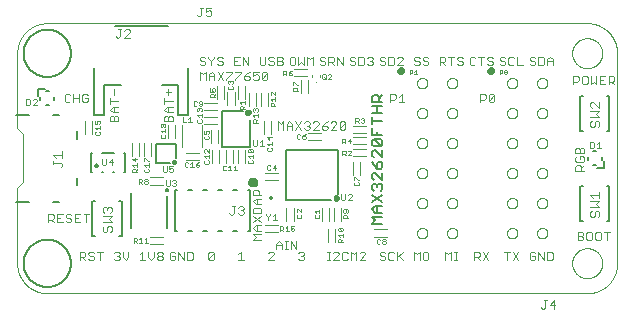
<source format=gto>
G75*
%MOIN*%
%OFA0B0*%
%FSLAX25Y25*%
%IPPOS*%
%LPD*%
%AMOC8*
5,1,8,0,0,1.08239X$1,22.5*
%
%ADD10C,0.00000*%
%ADD11C,0.00400*%
%ADD12C,0.00500*%
%ADD13C,0.00800*%
%ADD14C,0.01181*%
%ADD15C,0.00394*%
%ADD16C,0.01378*%
%ADD17C,0.01500*%
%ADD18C,0.01200*%
%ADD19C,0.00600*%
D10*
X0044595Y0120262D02*
X0224595Y0120262D01*
X0219595Y0130262D02*
X0219597Y0130403D01*
X0219603Y0130544D01*
X0219613Y0130684D01*
X0219627Y0130824D01*
X0219645Y0130964D01*
X0219666Y0131103D01*
X0219692Y0131242D01*
X0219721Y0131380D01*
X0219755Y0131516D01*
X0219792Y0131652D01*
X0219833Y0131787D01*
X0219878Y0131921D01*
X0219927Y0132053D01*
X0219979Y0132184D01*
X0220035Y0132313D01*
X0220095Y0132440D01*
X0220158Y0132566D01*
X0220224Y0132690D01*
X0220295Y0132813D01*
X0220368Y0132933D01*
X0220445Y0133051D01*
X0220525Y0133167D01*
X0220609Y0133280D01*
X0220695Y0133391D01*
X0220785Y0133500D01*
X0220878Y0133606D01*
X0220973Y0133709D01*
X0221072Y0133810D01*
X0221173Y0133908D01*
X0221277Y0134003D01*
X0221384Y0134095D01*
X0221493Y0134184D01*
X0221605Y0134269D01*
X0221719Y0134352D01*
X0221835Y0134432D01*
X0221954Y0134508D01*
X0222075Y0134580D01*
X0222197Y0134650D01*
X0222322Y0134715D01*
X0222448Y0134778D01*
X0222576Y0134836D01*
X0222706Y0134891D01*
X0222837Y0134943D01*
X0222970Y0134990D01*
X0223104Y0135034D01*
X0223239Y0135075D01*
X0223375Y0135111D01*
X0223512Y0135143D01*
X0223650Y0135172D01*
X0223788Y0135197D01*
X0223928Y0135217D01*
X0224068Y0135234D01*
X0224208Y0135247D01*
X0224349Y0135256D01*
X0224489Y0135261D01*
X0224630Y0135262D01*
X0224771Y0135259D01*
X0224912Y0135252D01*
X0225052Y0135241D01*
X0225192Y0135226D01*
X0225332Y0135207D01*
X0225471Y0135185D01*
X0225609Y0135158D01*
X0225747Y0135128D01*
X0225883Y0135093D01*
X0226019Y0135055D01*
X0226153Y0135013D01*
X0226287Y0134967D01*
X0226419Y0134918D01*
X0226549Y0134864D01*
X0226678Y0134807D01*
X0226805Y0134747D01*
X0226931Y0134683D01*
X0227054Y0134615D01*
X0227176Y0134544D01*
X0227296Y0134470D01*
X0227413Y0134392D01*
X0227528Y0134311D01*
X0227641Y0134227D01*
X0227752Y0134140D01*
X0227860Y0134049D01*
X0227965Y0133956D01*
X0228068Y0133859D01*
X0228168Y0133760D01*
X0228265Y0133658D01*
X0228359Y0133553D01*
X0228450Y0133446D01*
X0228538Y0133336D01*
X0228623Y0133224D01*
X0228705Y0133109D01*
X0228784Y0132992D01*
X0228859Y0132873D01*
X0228931Y0132752D01*
X0228999Y0132629D01*
X0229064Y0132504D01*
X0229126Y0132377D01*
X0229183Y0132248D01*
X0229238Y0132118D01*
X0229288Y0131987D01*
X0229335Y0131854D01*
X0229378Y0131720D01*
X0229417Y0131584D01*
X0229452Y0131448D01*
X0229484Y0131311D01*
X0229511Y0131173D01*
X0229535Y0131034D01*
X0229555Y0130894D01*
X0229571Y0130754D01*
X0229583Y0130614D01*
X0229591Y0130473D01*
X0229595Y0130332D01*
X0229595Y0130192D01*
X0229591Y0130051D01*
X0229583Y0129910D01*
X0229571Y0129770D01*
X0229555Y0129630D01*
X0229535Y0129490D01*
X0229511Y0129351D01*
X0229484Y0129213D01*
X0229452Y0129076D01*
X0229417Y0128940D01*
X0229378Y0128804D01*
X0229335Y0128670D01*
X0229288Y0128537D01*
X0229238Y0128406D01*
X0229183Y0128276D01*
X0229126Y0128147D01*
X0229064Y0128020D01*
X0228999Y0127895D01*
X0228931Y0127772D01*
X0228859Y0127651D01*
X0228784Y0127532D01*
X0228705Y0127415D01*
X0228623Y0127300D01*
X0228538Y0127188D01*
X0228450Y0127078D01*
X0228359Y0126971D01*
X0228265Y0126866D01*
X0228168Y0126764D01*
X0228068Y0126665D01*
X0227965Y0126568D01*
X0227860Y0126475D01*
X0227752Y0126384D01*
X0227641Y0126297D01*
X0227528Y0126213D01*
X0227413Y0126132D01*
X0227296Y0126054D01*
X0227176Y0125980D01*
X0227054Y0125909D01*
X0226931Y0125841D01*
X0226805Y0125777D01*
X0226678Y0125717D01*
X0226549Y0125660D01*
X0226419Y0125606D01*
X0226287Y0125557D01*
X0226153Y0125511D01*
X0226019Y0125469D01*
X0225883Y0125431D01*
X0225747Y0125396D01*
X0225609Y0125366D01*
X0225471Y0125339D01*
X0225332Y0125317D01*
X0225192Y0125298D01*
X0225052Y0125283D01*
X0224912Y0125272D01*
X0224771Y0125265D01*
X0224630Y0125262D01*
X0224489Y0125263D01*
X0224349Y0125268D01*
X0224208Y0125277D01*
X0224068Y0125290D01*
X0223928Y0125307D01*
X0223788Y0125327D01*
X0223650Y0125352D01*
X0223512Y0125381D01*
X0223375Y0125413D01*
X0223239Y0125449D01*
X0223104Y0125490D01*
X0222970Y0125534D01*
X0222837Y0125581D01*
X0222706Y0125633D01*
X0222576Y0125688D01*
X0222448Y0125746D01*
X0222322Y0125809D01*
X0222197Y0125874D01*
X0222075Y0125944D01*
X0221954Y0126016D01*
X0221835Y0126092D01*
X0221719Y0126172D01*
X0221605Y0126255D01*
X0221493Y0126340D01*
X0221384Y0126429D01*
X0221277Y0126521D01*
X0221173Y0126616D01*
X0221072Y0126714D01*
X0220973Y0126815D01*
X0220878Y0126918D01*
X0220785Y0127024D01*
X0220695Y0127133D01*
X0220609Y0127244D01*
X0220525Y0127357D01*
X0220445Y0127473D01*
X0220368Y0127591D01*
X0220295Y0127711D01*
X0220224Y0127834D01*
X0220158Y0127958D01*
X0220095Y0128084D01*
X0220035Y0128211D01*
X0219979Y0128340D01*
X0219927Y0128471D01*
X0219878Y0128603D01*
X0219833Y0128737D01*
X0219792Y0128872D01*
X0219755Y0129008D01*
X0219721Y0129144D01*
X0219692Y0129282D01*
X0219666Y0129421D01*
X0219645Y0129560D01*
X0219627Y0129700D01*
X0219613Y0129840D01*
X0219603Y0129980D01*
X0219597Y0130121D01*
X0219595Y0130262D01*
X0224595Y0120262D02*
X0224837Y0120265D01*
X0225078Y0120274D01*
X0225319Y0120288D01*
X0225560Y0120309D01*
X0225800Y0120335D01*
X0226040Y0120367D01*
X0226279Y0120405D01*
X0226516Y0120448D01*
X0226753Y0120498D01*
X0226988Y0120553D01*
X0227222Y0120613D01*
X0227454Y0120680D01*
X0227685Y0120751D01*
X0227914Y0120829D01*
X0228141Y0120912D01*
X0228366Y0121000D01*
X0228589Y0121094D01*
X0228809Y0121193D01*
X0229027Y0121298D01*
X0229242Y0121407D01*
X0229455Y0121522D01*
X0229665Y0121642D01*
X0229871Y0121767D01*
X0230075Y0121897D01*
X0230276Y0122032D01*
X0230473Y0122172D01*
X0230667Y0122316D01*
X0230857Y0122465D01*
X0231043Y0122619D01*
X0231226Y0122777D01*
X0231405Y0122939D01*
X0231580Y0123106D01*
X0231751Y0123277D01*
X0231918Y0123452D01*
X0232080Y0123631D01*
X0232238Y0123814D01*
X0232392Y0124000D01*
X0232541Y0124190D01*
X0232685Y0124384D01*
X0232825Y0124581D01*
X0232960Y0124782D01*
X0233090Y0124986D01*
X0233215Y0125192D01*
X0233335Y0125402D01*
X0233450Y0125615D01*
X0233559Y0125830D01*
X0233664Y0126048D01*
X0233763Y0126268D01*
X0233857Y0126491D01*
X0233945Y0126716D01*
X0234028Y0126943D01*
X0234106Y0127172D01*
X0234177Y0127403D01*
X0234244Y0127635D01*
X0234304Y0127869D01*
X0234359Y0128104D01*
X0234409Y0128341D01*
X0234452Y0128578D01*
X0234490Y0128817D01*
X0234522Y0129057D01*
X0234548Y0129297D01*
X0234569Y0129538D01*
X0234583Y0129779D01*
X0234592Y0130020D01*
X0234595Y0130262D01*
X0234595Y0200262D01*
X0219595Y0200262D02*
X0219597Y0200403D01*
X0219603Y0200544D01*
X0219613Y0200684D01*
X0219627Y0200824D01*
X0219645Y0200964D01*
X0219666Y0201103D01*
X0219692Y0201242D01*
X0219721Y0201380D01*
X0219755Y0201516D01*
X0219792Y0201652D01*
X0219833Y0201787D01*
X0219878Y0201921D01*
X0219927Y0202053D01*
X0219979Y0202184D01*
X0220035Y0202313D01*
X0220095Y0202440D01*
X0220158Y0202566D01*
X0220224Y0202690D01*
X0220295Y0202813D01*
X0220368Y0202933D01*
X0220445Y0203051D01*
X0220525Y0203167D01*
X0220609Y0203280D01*
X0220695Y0203391D01*
X0220785Y0203500D01*
X0220878Y0203606D01*
X0220973Y0203709D01*
X0221072Y0203810D01*
X0221173Y0203908D01*
X0221277Y0204003D01*
X0221384Y0204095D01*
X0221493Y0204184D01*
X0221605Y0204269D01*
X0221719Y0204352D01*
X0221835Y0204432D01*
X0221954Y0204508D01*
X0222075Y0204580D01*
X0222197Y0204650D01*
X0222322Y0204715D01*
X0222448Y0204778D01*
X0222576Y0204836D01*
X0222706Y0204891D01*
X0222837Y0204943D01*
X0222970Y0204990D01*
X0223104Y0205034D01*
X0223239Y0205075D01*
X0223375Y0205111D01*
X0223512Y0205143D01*
X0223650Y0205172D01*
X0223788Y0205197D01*
X0223928Y0205217D01*
X0224068Y0205234D01*
X0224208Y0205247D01*
X0224349Y0205256D01*
X0224489Y0205261D01*
X0224630Y0205262D01*
X0224771Y0205259D01*
X0224912Y0205252D01*
X0225052Y0205241D01*
X0225192Y0205226D01*
X0225332Y0205207D01*
X0225471Y0205185D01*
X0225609Y0205158D01*
X0225747Y0205128D01*
X0225883Y0205093D01*
X0226019Y0205055D01*
X0226153Y0205013D01*
X0226287Y0204967D01*
X0226419Y0204918D01*
X0226549Y0204864D01*
X0226678Y0204807D01*
X0226805Y0204747D01*
X0226931Y0204683D01*
X0227054Y0204615D01*
X0227176Y0204544D01*
X0227296Y0204470D01*
X0227413Y0204392D01*
X0227528Y0204311D01*
X0227641Y0204227D01*
X0227752Y0204140D01*
X0227860Y0204049D01*
X0227965Y0203956D01*
X0228068Y0203859D01*
X0228168Y0203760D01*
X0228265Y0203658D01*
X0228359Y0203553D01*
X0228450Y0203446D01*
X0228538Y0203336D01*
X0228623Y0203224D01*
X0228705Y0203109D01*
X0228784Y0202992D01*
X0228859Y0202873D01*
X0228931Y0202752D01*
X0228999Y0202629D01*
X0229064Y0202504D01*
X0229126Y0202377D01*
X0229183Y0202248D01*
X0229238Y0202118D01*
X0229288Y0201987D01*
X0229335Y0201854D01*
X0229378Y0201720D01*
X0229417Y0201584D01*
X0229452Y0201448D01*
X0229484Y0201311D01*
X0229511Y0201173D01*
X0229535Y0201034D01*
X0229555Y0200894D01*
X0229571Y0200754D01*
X0229583Y0200614D01*
X0229591Y0200473D01*
X0229595Y0200332D01*
X0229595Y0200192D01*
X0229591Y0200051D01*
X0229583Y0199910D01*
X0229571Y0199770D01*
X0229555Y0199630D01*
X0229535Y0199490D01*
X0229511Y0199351D01*
X0229484Y0199213D01*
X0229452Y0199076D01*
X0229417Y0198940D01*
X0229378Y0198804D01*
X0229335Y0198670D01*
X0229288Y0198537D01*
X0229238Y0198406D01*
X0229183Y0198276D01*
X0229126Y0198147D01*
X0229064Y0198020D01*
X0228999Y0197895D01*
X0228931Y0197772D01*
X0228859Y0197651D01*
X0228784Y0197532D01*
X0228705Y0197415D01*
X0228623Y0197300D01*
X0228538Y0197188D01*
X0228450Y0197078D01*
X0228359Y0196971D01*
X0228265Y0196866D01*
X0228168Y0196764D01*
X0228068Y0196665D01*
X0227965Y0196568D01*
X0227860Y0196475D01*
X0227752Y0196384D01*
X0227641Y0196297D01*
X0227528Y0196213D01*
X0227413Y0196132D01*
X0227296Y0196054D01*
X0227176Y0195980D01*
X0227054Y0195909D01*
X0226931Y0195841D01*
X0226805Y0195777D01*
X0226678Y0195717D01*
X0226549Y0195660D01*
X0226419Y0195606D01*
X0226287Y0195557D01*
X0226153Y0195511D01*
X0226019Y0195469D01*
X0225883Y0195431D01*
X0225747Y0195396D01*
X0225609Y0195366D01*
X0225471Y0195339D01*
X0225332Y0195317D01*
X0225192Y0195298D01*
X0225052Y0195283D01*
X0224912Y0195272D01*
X0224771Y0195265D01*
X0224630Y0195262D01*
X0224489Y0195263D01*
X0224349Y0195268D01*
X0224208Y0195277D01*
X0224068Y0195290D01*
X0223928Y0195307D01*
X0223788Y0195327D01*
X0223650Y0195352D01*
X0223512Y0195381D01*
X0223375Y0195413D01*
X0223239Y0195449D01*
X0223104Y0195490D01*
X0222970Y0195534D01*
X0222837Y0195581D01*
X0222706Y0195633D01*
X0222576Y0195688D01*
X0222448Y0195746D01*
X0222322Y0195809D01*
X0222197Y0195874D01*
X0222075Y0195944D01*
X0221954Y0196016D01*
X0221835Y0196092D01*
X0221719Y0196172D01*
X0221605Y0196255D01*
X0221493Y0196340D01*
X0221384Y0196429D01*
X0221277Y0196521D01*
X0221173Y0196616D01*
X0221072Y0196714D01*
X0220973Y0196815D01*
X0220878Y0196918D01*
X0220785Y0197024D01*
X0220695Y0197133D01*
X0220609Y0197244D01*
X0220525Y0197357D01*
X0220445Y0197473D01*
X0220368Y0197591D01*
X0220295Y0197711D01*
X0220224Y0197834D01*
X0220158Y0197958D01*
X0220095Y0198084D01*
X0220035Y0198211D01*
X0219979Y0198340D01*
X0219927Y0198471D01*
X0219878Y0198603D01*
X0219833Y0198737D01*
X0219792Y0198872D01*
X0219755Y0199008D01*
X0219721Y0199144D01*
X0219692Y0199282D01*
X0219666Y0199421D01*
X0219645Y0199560D01*
X0219627Y0199700D01*
X0219613Y0199840D01*
X0219603Y0199980D01*
X0219597Y0200121D01*
X0219595Y0200262D01*
X0224595Y0210262D02*
X0224837Y0210259D01*
X0225078Y0210250D01*
X0225319Y0210236D01*
X0225560Y0210215D01*
X0225800Y0210189D01*
X0226040Y0210157D01*
X0226279Y0210119D01*
X0226516Y0210076D01*
X0226753Y0210026D01*
X0226988Y0209971D01*
X0227222Y0209911D01*
X0227454Y0209844D01*
X0227685Y0209773D01*
X0227914Y0209695D01*
X0228141Y0209612D01*
X0228366Y0209524D01*
X0228589Y0209430D01*
X0228809Y0209331D01*
X0229027Y0209226D01*
X0229242Y0209117D01*
X0229455Y0209002D01*
X0229665Y0208882D01*
X0229871Y0208757D01*
X0230075Y0208627D01*
X0230276Y0208492D01*
X0230473Y0208352D01*
X0230667Y0208208D01*
X0230857Y0208059D01*
X0231043Y0207905D01*
X0231226Y0207747D01*
X0231405Y0207585D01*
X0231580Y0207418D01*
X0231751Y0207247D01*
X0231918Y0207072D01*
X0232080Y0206893D01*
X0232238Y0206710D01*
X0232392Y0206524D01*
X0232541Y0206334D01*
X0232685Y0206140D01*
X0232825Y0205943D01*
X0232960Y0205742D01*
X0233090Y0205538D01*
X0233215Y0205332D01*
X0233335Y0205122D01*
X0233450Y0204909D01*
X0233559Y0204694D01*
X0233664Y0204476D01*
X0233763Y0204256D01*
X0233857Y0204033D01*
X0233945Y0203808D01*
X0234028Y0203581D01*
X0234106Y0203352D01*
X0234177Y0203121D01*
X0234244Y0202889D01*
X0234304Y0202655D01*
X0234359Y0202420D01*
X0234409Y0202183D01*
X0234452Y0201946D01*
X0234490Y0201707D01*
X0234522Y0201467D01*
X0234548Y0201227D01*
X0234569Y0200986D01*
X0234583Y0200745D01*
X0234592Y0200504D01*
X0234595Y0200262D01*
X0224595Y0210262D02*
X0044595Y0210262D01*
X0044353Y0210259D01*
X0044112Y0210250D01*
X0043871Y0210236D01*
X0043630Y0210215D01*
X0043390Y0210189D01*
X0043150Y0210157D01*
X0042911Y0210119D01*
X0042674Y0210076D01*
X0042437Y0210026D01*
X0042202Y0209971D01*
X0041968Y0209911D01*
X0041736Y0209844D01*
X0041505Y0209773D01*
X0041276Y0209695D01*
X0041049Y0209612D01*
X0040824Y0209524D01*
X0040601Y0209430D01*
X0040381Y0209331D01*
X0040163Y0209226D01*
X0039948Y0209117D01*
X0039735Y0209002D01*
X0039525Y0208882D01*
X0039319Y0208757D01*
X0039115Y0208627D01*
X0038914Y0208492D01*
X0038717Y0208352D01*
X0038523Y0208208D01*
X0038333Y0208059D01*
X0038147Y0207905D01*
X0037964Y0207747D01*
X0037785Y0207585D01*
X0037610Y0207418D01*
X0037439Y0207247D01*
X0037272Y0207072D01*
X0037110Y0206893D01*
X0036952Y0206710D01*
X0036798Y0206524D01*
X0036649Y0206334D01*
X0036505Y0206140D01*
X0036365Y0205943D01*
X0036230Y0205742D01*
X0036100Y0205538D01*
X0035975Y0205332D01*
X0035855Y0205122D01*
X0035740Y0204909D01*
X0035631Y0204694D01*
X0035526Y0204476D01*
X0035427Y0204256D01*
X0035333Y0204033D01*
X0035245Y0203808D01*
X0035162Y0203581D01*
X0035084Y0203352D01*
X0035013Y0203121D01*
X0034946Y0202889D01*
X0034886Y0202655D01*
X0034831Y0202420D01*
X0034781Y0202183D01*
X0034738Y0201946D01*
X0034700Y0201707D01*
X0034668Y0201467D01*
X0034642Y0201227D01*
X0034621Y0200986D01*
X0034607Y0200745D01*
X0034598Y0200504D01*
X0034595Y0200262D01*
X0034595Y0175262D01*
X0036595Y0173262D01*
X0036595Y0157262D01*
X0034595Y0155262D01*
X0034595Y0130262D01*
X0034598Y0130020D01*
X0034607Y0129779D01*
X0034621Y0129538D01*
X0034642Y0129297D01*
X0034668Y0129057D01*
X0034700Y0128817D01*
X0034738Y0128578D01*
X0034781Y0128341D01*
X0034831Y0128104D01*
X0034886Y0127869D01*
X0034946Y0127635D01*
X0035013Y0127403D01*
X0035084Y0127172D01*
X0035162Y0126943D01*
X0035245Y0126716D01*
X0035333Y0126491D01*
X0035427Y0126268D01*
X0035526Y0126048D01*
X0035631Y0125830D01*
X0035740Y0125615D01*
X0035855Y0125402D01*
X0035975Y0125192D01*
X0036100Y0124986D01*
X0036230Y0124782D01*
X0036365Y0124581D01*
X0036505Y0124384D01*
X0036649Y0124190D01*
X0036798Y0124000D01*
X0036952Y0123814D01*
X0037110Y0123631D01*
X0037272Y0123452D01*
X0037439Y0123277D01*
X0037610Y0123106D01*
X0037785Y0122939D01*
X0037964Y0122777D01*
X0038147Y0122619D01*
X0038333Y0122465D01*
X0038523Y0122316D01*
X0038717Y0122172D01*
X0038914Y0122032D01*
X0039115Y0121897D01*
X0039319Y0121767D01*
X0039525Y0121642D01*
X0039735Y0121522D01*
X0039948Y0121407D01*
X0040163Y0121298D01*
X0040381Y0121193D01*
X0040601Y0121094D01*
X0040824Y0121000D01*
X0041049Y0120912D01*
X0041276Y0120829D01*
X0041505Y0120751D01*
X0041736Y0120680D01*
X0041968Y0120613D01*
X0042202Y0120553D01*
X0042437Y0120498D01*
X0042674Y0120448D01*
X0042911Y0120405D01*
X0043150Y0120367D01*
X0043390Y0120335D01*
X0043630Y0120309D01*
X0043871Y0120288D01*
X0044112Y0120274D01*
X0044353Y0120265D01*
X0044595Y0120262D01*
X0167845Y0140262D02*
X0167847Y0140345D01*
X0167853Y0140428D01*
X0167863Y0140511D01*
X0167877Y0140593D01*
X0167894Y0140675D01*
X0167916Y0140755D01*
X0167941Y0140834D01*
X0167970Y0140912D01*
X0168003Y0140989D01*
X0168040Y0141064D01*
X0168079Y0141137D01*
X0168123Y0141208D01*
X0168169Y0141277D01*
X0168219Y0141344D01*
X0168272Y0141408D01*
X0168328Y0141470D01*
X0168387Y0141529D01*
X0168449Y0141585D01*
X0168513Y0141638D01*
X0168580Y0141688D01*
X0168649Y0141734D01*
X0168720Y0141778D01*
X0168793Y0141817D01*
X0168868Y0141854D01*
X0168945Y0141887D01*
X0169023Y0141916D01*
X0169102Y0141941D01*
X0169182Y0141963D01*
X0169264Y0141980D01*
X0169346Y0141994D01*
X0169429Y0142004D01*
X0169512Y0142010D01*
X0169595Y0142012D01*
X0169678Y0142010D01*
X0169761Y0142004D01*
X0169844Y0141994D01*
X0169926Y0141980D01*
X0170008Y0141963D01*
X0170088Y0141941D01*
X0170167Y0141916D01*
X0170245Y0141887D01*
X0170322Y0141854D01*
X0170397Y0141817D01*
X0170470Y0141778D01*
X0170541Y0141734D01*
X0170610Y0141688D01*
X0170677Y0141638D01*
X0170741Y0141585D01*
X0170803Y0141529D01*
X0170862Y0141470D01*
X0170918Y0141408D01*
X0170971Y0141344D01*
X0171021Y0141277D01*
X0171067Y0141208D01*
X0171111Y0141137D01*
X0171150Y0141064D01*
X0171187Y0140989D01*
X0171220Y0140912D01*
X0171249Y0140834D01*
X0171274Y0140755D01*
X0171296Y0140675D01*
X0171313Y0140593D01*
X0171327Y0140511D01*
X0171337Y0140428D01*
X0171343Y0140345D01*
X0171345Y0140262D01*
X0171343Y0140179D01*
X0171337Y0140096D01*
X0171327Y0140013D01*
X0171313Y0139931D01*
X0171296Y0139849D01*
X0171274Y0139769D01*
X0171249Y0139690D01*
X0171220Y0139612D01*
X0171187Y0139535D01*
X0171150Y0139460D01*
X0171111Y0139387D01*
X0171067Y0139316D01*
X0171021Y0139247D01*
X0170971Y0139180D01*
X0170918Y0139116D01*
X0170862Y0139054D01*
X0170803Y0138995D01*
X0170741Y0138939D01*
X0170677Y0138886D01*
X0170610Y0138836D01*
X0170541Y0138790D01*
X0170470Y0138746D01*
X0170397Y0138707D01*
X0170322Y0138670D01*
X0170245Y0138637D01*
X0170167Y0138608D01*
X0170088Y0138583D01*
X0170008Y0138561D01*
X0169926Y0138544D01*
X0169844Y0138530D01*
X0169761Y0138520D01*
X0169678Y0138514D01*
X0169595Y0138512D01*
X0169512Y0138514D01*
X0169429Y0138520D01*
X0169346Y0138530D01*
X0169264Y0138544D01*
X0169182Y0138561D01*
X0169102Y0138583D01*
X0169023Y0138608D01*
X0168945Y0138637D01*
X0168868Y0138670D01*
X0168793Y0138707D01*
X0168720Y0138746D01*
X0168649Y0138790D01*
X0168580Y0138836D01*
X0168513Y0138886D01*
X0168449Y0138939D01*
X0168387Y0138995D01*
X0168328Y0139054D01*
X0168272Y0139116D01*
X0168219Y0139180D01*
X0168169Y0139247D01*
X0168123Y0139316D01*
X0168079Y0139387D01*
X0168040Y0139460D01*
X0168003Y0139535D01*
X0167970Y0139612D01*
X0167941Y0139690D01*
X0167916Y0139769D01*
X0167894Y0139849D01*
X0167877Y0139931D01*
X0167863Y0140013D01*
X0167853Y0140096D01*
X0167847Y0140179D01*
X0167845Y0140262D01*
X0177845Y0140262D02*
X0177847Y0140345D01*
X0177853Y0140428D01*
X0177863Y0140511D01*
X0177877Y0140593D01*
X0177894Y0140675D01*
X0177916Y0140755D01*
X0177941Y0140834D01*
X0177970Y0140912D01*
X0178003Y0140989D01*
X0178040Y0141064D01*
X0178079Y0141137D01*
X0178123Y0141208D01*
X0178169Y0141277D01*
X0178219Y0141344D01*
X0178272Y0141408D01*
X0178328Y0141470D01*
X0178387Y0141529D01*
X0178449Y0141585D01*
X0178513Y0141638D01*
X0178580Y0141688D01*
X0178649Y0141734D01*
X0178720Y0141778D01*
X0178793Y0141817D01*
X0178868Y0141854D01*
X0178945Y0141887D01*
X0179023Y0141916D01*
X0179102Y0141941D01*
X0179182Y0141963D01*
X0179264Y0141980D01*
X0179346Y0141994D01*
X0179429Y0142004D01*
X0179512Y0142010D01*
X0179595Y0142012D01*
X0179678Y0142010D01*
X0179761Y0142004D01*
X0179844Y0141994D01*
X0179926Y0141980D01*
X0180008Y0141963D01*
X0180088Y0141941D01*
X0180167Y0141916D01*
X0180245Y0141887D01*
X0180322Y0141854D01*
X0180397Y0141817D01*
X0180470Y0141778D01*
X0180541Y0141734D01*
X0180610Y0141688D01*
X0180677Y0141638D01*
X0180741Y0141585D01*
X0180803Y0141529D01*
X0180862Y0141470D01*
X0180918Y0141408D01*
X0180971Y0141344D01*
X0181021Y0141277D01*
X0181067Y0141208D01*
X0181111Y0141137D01*
X0181150Y0141064D01*
X0181187Y0140989D01*
X0181220Y0140912D01*
X0181249Y0140834D01*
X0181274Y0140755D01*
X0181296Y0140675D01*
X0181313Y0140593D01*
X0181327Y0140511D01*
X0181337Y0140428D01*
X0181343Y0140345D01*
X0181345Y0140262D01*
X0181343Y0140179D01*
X0181337Y0140096D01*
X0181327Y0140013D01*
X0181313Y0139931D01*
X0181296Y0139849D01*
X0181274Y0139769D01*
X0181249Y0139690D01*
X0181220Y0139612D01*
X0181187Y0139535D01*
X0181150Y0139460D01*
X0181111Y0139387D01*
X0181067Y0139316D01*
X0181021Y0139247D01*
X0180971Y0139180D01*
X0180918Y0139116D01*
X0180862Y0139054D01*
X0180803Y0138995D01*
X0180741Y0138939D01*
X0180677Y0138886D01*
X0180610Y0138836D01*
X0180541Y0138790D01*
X0180470Y0138746D01*
X0180397Y0138707D01*
X0180322Y0138670D01*
X0180245Y0138637D01*
X0180167Y0138608D01*
X0180088Y0138583D01*
X0180008Y0138561D01*
X0179926Y0138544D01*
X0179844Y0138530D01*
X0179761Y0138520D01*
X0179678Y0138514D01*
X0179595Y0138512D01*
X0179512Y0138514D01*
X0179429Y0138520D01*
X0179346Y0138530D01*
X0179264Y0138544D01*
X0179182Y0138561D01*
X0179102Y0138583D01*
X0179023Y0138608D01*
X0178945Y0138637D01*
X0178868Y0138670D01*
X0178793Y0138707D01*
X0178720Y0138746D01*
X0178649Y0138790D01*
X0178580Y0138836D01*
X0178513Y0138886D01*
X0178449Y0138939D01*
X0178387Y0138995D01*
X0178328Y0139054D01*
X0178272Y0139116D01*
X0178219Y0139180D01*
X0178169Y0139247D01*
X0178123Y0139316D01*
X0178079Y0139387D01*
X0178040Y0139460D01*
X0178003Y0139535D01*
X0177970Y0139612D01*
X0177941Y0139690D01*
X0177916Y0139769D01*
X0177894Y0139849D01*
X0177877Y0139931D01*
X0177863Y0140013D01*
X0177853Y0140096D01*
X0177847Y0140179D01*
X0177845Y0140262D01*
X0177845Y0150262D02*
X0177847Y0150345D01*
X0177853Y0150428D01*
X0177863Y0150511D01*
X0177877Y0150593D01*
X0177894Y0150675D01*
X0177916Y0150755D01*
X0177941Y0150834D01*
X0177970Y0150912D01*
X0178003Y0150989D01*
X0178040Y0151064D01*
X0178079Y0151137D01*
X0178123Y0151208D01*
X0178169Y0151277D01*
X0178219Y0151344D01*
X0178272Y0151408D01*
X0178328Y0151470D01*
X0178387Y0151529D01*
X0178449Y0151585D01*
X0178513Y0151638D01*
X0178580Y0151688D01*
X0178649Y0151734D01*
X0178720Y0151778D01*
X0178793Y0151817D01*
X0178868Y0151854D01*
X0178945Y0151887D01*
X0179023Y0151916D01*
X0179102Y0151941D01*
X0179182Y0151963D01*
X0179264Y0151980D01*
X0179346Y0151994D01*
X0179429Y0152004D01*
X0179512Y0152010D01*
X0179595Y0152012D01*
X0179678Y0152010D01*
X0179761Y0152004D01*
X0179844Y0151994D01*
X0179926Y0151980D01*
X0180008Y0151963D01*
X0180088Y0151941D01*
X0180167Y0151916D01*
X0180245Y0151887D01*
X0180322Y0151854D01*
X0180397Y0151817D01*
X0180470Y0151778D01*
X0180541Y0151734D01*
X0180610Y0151688D01*
X0180677Y0151638D01*
X0180741Y0151585D01*
X0180803Y0151529D01*
X0180862Y0151470D01*
X0180918Y0151408D01*
X0180971Y0151344D01*
X0181021Y0151277D01*
X0181067Y0151208D01*
X0181111Y0151137D01*
X0181150Y0151064D01*
X0181187Y0150989D01*
X0181220Y0150912D01*
X0181249Y0150834D01*
X0181274Y0150755D01*
X0181296Y0150675D01*
X0181313Y0150593D01*
X0181327Y0150511D01*
X0181337Y0150428D01*
X0181343Y0150345D01*
X0181345Y0150262D01*
X0181343Y0150179D01*
X0181337Y0150096D01*
X0181327Y0150013D01*
X0181313Y0149931D01*
X0181296Y0149849D01*
X0181274Y0149769D01*
X0181249Y0149690D01*
X0181220Y0149612D01*
X0181187Y0149535D01*
X0181150Y0149460D01*
X0181111Y0149387D01*
X0181067Y0149316D01*
X0181021Y0149247D01*
X0180971Y0149180D01*
X0180918Y0149116D01*
X0180862Y0149054D01*
X0180803Y0148995D01*
X0180741Y0148939D01*
X0180677Y0148886D01*
X0180610Y0148836D01*
X0180541Y0148790D01*
X0180470Y0148746D01*
X0180397Y0148707D01*
X0180322Y0148670D01*
X0180245Y0148637D01*
X0180167Y0148608D01*
X0180088Y0148583D01*
X0180008Y0148561D01*
X0179926Y0148544D01*
X0179844Y0148530D01*
X0179761Y0148520D01*
X0179678Y0148514D01*
X0179595Y0148512D01*
X0179512Y0148514D01*
X0179429Y0148520D01*
X0179346Y0148530D01*
X0179264Y0148544D01*
X0179182Y0148561D01*
X0179102Y0148583D01*
X0179023Y0148608D01*
X0178945Y0148637D01*
X0178868Y0148670D01*
X0178793Y0148707D01*
X0178720Y0148746D01*
X0178649Y0148790D01*
X0178580Y0148836D01*
X0178513Y0148886D01*
X0178449Y0148939D01*
X0178387Y0148995D01*
X0178328Y0149054D01*
X0178272Y0149116D01*
X0178219Y0149180D01*
X0178169Y0149247D01*
X0178123Y0149316D01*
X0178079Y0149387D01*
X0178040Y0149460D01*
X0178003Y0149535D01*
X0177970Y0149612D01*
X0177941Y0149690D01*
X0177916Y0149769D01*
X0177894Y0149849D01*
X0177877Y0149931D01*
X0177863Y0150013D01*
X0177853Y0150096D01*
X0177847Y0150179D01*
X0177845Y0150262D01*
X0167845Y0150262D02*
X0167847Y0150345D01*
X0167853Y0150428D01*
X0167863Y0150511D01*
X0167877Y0150593D01*
X0167894Y0150675D01*
X0167916Y0150755D01*
X0167941Y0150834D01*
X0167970Y0150912D01*
X0168003Y0150989D01*
X0168040Y0151064D01*
X0168079Y0151137D01*
X0168123Y0151208D01*
X0168169Y0151277D01*
X0168219Y0151344D01*
X0168272Y0151408D01*
X0168328Y0151470D01*
X0168387Y0151529D01*
X0168449Y0151585D01*
X0168513Y0151638D01*
X0168580Y0151688D01*
X0168649Y0151734D01*
X0168720Y0151778D01*
X0168793Y0151817D01*
X0168868Y0151854D01*
X0168945Y0151887D01*
X0169023Y0151916D01*
X0169102Y0151941D01*
X0169182Y0151963D01*
X0169264Y0151980D01*
X0169346Y0151994D01*
X0169429Y0152004D01*
X0169512Y0152010D01*
X0169595Y0152012D01*
X0169678Y0152010D01*
X0169761Y0152004D01*
X0169844Y0151994D01*
X0169926Y0151980D01*
X0170008Y0151963D01*
X0170088Y0151941D01*
X0170167Y0151916D01*
X0170245Y0151887D01*
X0170322Y0151854D01*
X0170397Y0151817D01*
X0170470Y0151778D01*
X0170541Y0151734D01*
X0170610Y0151688D01*
X0170677Y0151638D01*
X0170741Y0151585D01*
X0170803Y0151529D01*
X0170862Y0151470D01*
X0170918Y0151408D01*
X0170971Y0151344D01*
X0171021Y0151277D01*
X0171067Y0151208D01*
X0171111Y0151137D01*
X0171150Y0151064D01*
X0171187Y0150989D01*
X0171220Y0150912D01*
X0171249Y0150834D01*
X0171274Y0150755D01*
X0171296Y0150675D01*
X0171313Y0150593D01*
X0171327Y0150511D01*
X0171337Y0150428D01*
X0171343Y0150345D01*
X0171345Y0150262D01*
X0171343Y0150179D01*
X0171337Y0150096D01*
X0171327Y0150013D01*
X0171313Y0149931D01*
X0171296Y0149849D01*
X0171274Y0149769D01*
X0171249Y0149690D01*
X0171220Y0149612D01*
X0171187Y0149535D01*
X0171150Y0149460D01*
X0171111Y0149387D01*
X0171067Y0149316D01*
X0171021Y0149247D01*
X0170971Y0149180D01*
X0170918Y0149116D01*
X0170862Y0149054D01*
X0170803Y0148995D01*
X0170741Y0148939D01*
X0170677Y0148886D01*
X0170610Y0148836D01*
X0170541Y0148790D01*
X0170470Y0148746D01*
X0170397Y0148707D01*
X0170322Y0148670D01*
X0170245Y0148637D01*
X0170167Y0148608D01*
X0170088Y0148583D01*
X0170008Y0148561D01*
X0169926Y0148544D01*
X0169844Y0148530D01*
X0169761Y0148520D01*
X0169678Y0148514D01*
X0169595Y0148512D01*
X0169512Y0148514D01*
X0169429Y0148520D01*
X0169346Y0148530D01*
X0169264Y0148544D01*
X0169182Y0148561D01*
X0169102Y0148583D01*
X0169023Y0148608D01*
X0168945Y0148637D01*
X0168868Y0148670D01*
X0168793Y0148707D01*
X0168720Y0148746D01*
X0168649Y0148790D01*
X0168580Y0148836D01*
X0168513Y0148886D01*
X0168449Y0148939D01*
X0168387Y0148995D01*
X0168328Y0149054D01*
X0168272Y0149116D01*
X0168219Y0149180D01*
X0168169Y0149247D01*
X0168123Y0149316D01*
X0168079Y0149387D01*
X0168040Y0149460D01*
X0168003Y0149535D01*
X0167970Y0149612D01*
X0167941Y0149690D01*
X0167916Y0149769D01*
X0167894Y0149849D01*
X0167877Y0149931D01*
X0167863Y0150013D01*
X0167853Y0150096D01*
X0167847Y0150179D01*
X0167845Y0150262D01*
X0167845Y0160262D02*
X0167847Y0160345D01*
X0167853Y0160428D01*
X0167863Y0160511D01*
X0167877Y0160593D01*
X0167894Y0160675D01*
X0167916Y0160755D01*
X0167941Y0160834D01*
X0167970Y0160912D01*
X0168003Y0160989D01*
X0168040Y0161064D01*
X0168079Y0161137D01*
X0168123Y0161208D01*
X0168169Y0161277D01*
X0168219Y0161344D01*
X0168272Y0161408D01*
X0168328Y0161470D01*
X0168387Y0161529D01*
X0168449Y0161585D01*
X0168513Y0161638D01*
X0168580Y0161688D01*
X0168649Y0161734D01*
X0168720Y0161778D01*
X0168793Y0161817D01*
X0168868Y0161854D01*
X0168945Y0161887D01*
X0169023Y0161916D01*
X0169102Y0161941D01*
X0169182Y0161963D01*
X0169264Y0161980D01*
X0169346Y0161994D01*
X0169429Y0162004D01*
X0169512Y0162010D01*
X0169595Y0162012D01*
X0169678Y0162010D01*
X0169761Y0162004D01*
X0169844Y0161994D01*
X0169926Y0161980D01*
X0170008Y0161963D01*
X0170088Y0161941D01*
X0170167Y0161916D01*
X0170245Y0161887D01*
X0170322Y0161854D01*
X0170397Y0161817D01*
X0170470Y0161778D01*
X0170541Y0161734D01*
X0170610Y0161688D01*
X0170677Y0161638D01*
X0170741Y0161585D01*
X0170803Y0161529D01*
X0170862Y0161470D01*
X0170918Y0161408D01*
X0170971Y0161344D01*
X0171021Y0161277D01*
X0171067Y0161208D01*
X0171111Y0161137D01*
X0171150Y0161064D01*
X0171187Y0160989D01*
X0171220Y0160912D01*
X0171249Y0160834D01*
X0171274Y0160755D01*
X0171296Y0160675D01*
X0171313Y0160593D01*
X0171327Y0160511D01*
X0171337Y0160428D01*
X0171343Y0160345D01*
X0171345Y0160262D01*
X0171343Y0160179D01*
X0171337Y0160096D01*
X0171327Y0160013D01*
X0171313Y0159931D01*
X0171296Y0159849D01*
X0171274Y0159769D01*
X0171249Y0159690D01*
X0171220Y0159612D01*
X0171187Y0159535D01*
X0171150Y0159460D01*
X0171111Y0159387D01*
X0171067Y0159316D01*
X0171021Y0159247D01*
X0170971Y0159180D01*
X0170918Y0159116D01*
X0170862Y0159054D01*
X0170803Y0158995D01*
X0170741Y0158939D01*
X0170677Y0158886D01*
X0170610Y0158836D01*
X0170541Y0158790D01*
X0170470Y0158746D01*
X0170397Y0158707D01*
X0170322Y0158670D01*
X0170245Y0158637D01*
X0170167Y0158608D01*
X0170088Y0158583D01*
X0170008Y0158561D01*
X0169926Y0158544D01*
X0169844Y0158530D01*
X0169761Y0158520D01*
X0169678Y0158514D01*
X0169595Y0158512D01*
X0169512Y0158514D01*
X0169429Y0158520D01*
X0169346Y0158530D01*
X0169264Y0158544D01*
X0169182Y0158561D01*
X0169102Y0158583D01*
X0169023Y0158608D01*
X0168945Y0158637D01*
X0168868Y0158670D01*
X0168793Y0158707D01*
X0168720Y0158746D01*
X0168649Y0158790D01*
X0168580Y0158836D01*
X0168513Y0158886D01*
X0168449Y0158939D01*
X0168387Y0158995D01*
X0168328Y0159054D01*
X0168272Y0159116D01*
X0168219Y0159180D01*
X0168169Y0159247D01*
X0168123Y0159316D01*
X0168079Y0159387D01*
X0168040Y0159460D01*
X0168003Y0159535D01*
X0167970Y0159612D01*
X0167941Y0159690D01*
X0167916Y0159769D01*
X0167894Y0159849D01*
X0167877Y0159931D01*
X0167863Y0160013D01*
X0167853Y0160096D01*
X0167847Y0160179D01*
X0167845Y0160262D01*
X0177845Y0160262D02*
X0177847Y0160345D01*
X0177853Y0160428D01*
X0177863Y0160511D01*
X0177877Y0160593D01*
X0177894Y0160675D01*
X0177916Y0160755D01*
X0177941Y0160834D01*
X0177970Y0160912D01*
X0178003Y0160989D01*
X0178040Y0161064D01*
X0178079Y0161137D01*
X0178123Y0161208D01*
X0178169Y0161277D01*
X0178219Y0161344D01*
X0178272Y0161408D01*
X0178328Y0161470D01*
X0178387Y0161529D01*
X0178449Y0161585D01*
X0178513Y0161638D01*
X0178580Y0161688D01*
X0178649Y0161734D01*
X0178720Y0161778D01*
X0178793Y0161817D01*
X0178868Y0161854D01*
X0178945Y0161887D01*
X0179023Y0161916D01*
X0179102Y0161941D01*
X0179182Y0161963D01*
X0179264Y0161980D01*
X0179346Y0161994D01*
X0179429Y0162004D01*
X0179512Y0162010D01*
X0179595Y0162012D01*
X0179678Y0162010D01*
X0179761Y0162004D01*
X0179844Y0161994D01*
X0179926Y0161980D01*
X0180008Y0161963D01*
X0180088Y0161941D01*
X0180167Y0161916D01*
X0180245Y0161887D01*
X0180322Y0161854D01*
X0180397Y0161817D01*
X0180470Y0161778D01*
X0180541Y0161734D01*
X0180610Y0161688D01*
X0180677Y0161638D01*
X0180741Y0161585D01*
X0180803Y0161529D01*
X0180862Y0161470D01*
X0180918Y0161408D01*
X0180971Y0161344D01*
X0181021Y0161277D01*
X0181067Y0161208D01*
X0181111Y0161137D01*
X0181150Y0161064D01*
X0181187Y0160989D01*
X0181220Y0160912D01*
X0181249Y0160834D01*
X0181274Y0160755D01*
X0181296Y0160675D01*
X0181313Y0160593D01*
X0181327Y0160511D01*
X0181337Y0160428D01*
X0181343Y0160345D01*
X0181345Y0160262D01*
X0181343Y0160179D01*
X0181337Y0160096D01*
X0181327Y0160013D01*
X0181313Y0159931D01*
X0181296Y0159849D01*
X0181274Y0159769D01*
X0181249Y0159690D01*
X0181220Y0159612D01*
X0181187Y0159535D01*
X0181150Y0159460D01*
X0181111Y0159387D01*
X0181067Y0159316D01*
X0181021Y0159247D01*
X0180971Y0159180D01*
X0180918Y0159116D01*
X0180862Y0159054D01*
X0180803Y0158995D01*
X0180741Y0158939D01*
X0180677Y0158886D01*
X0180610Y0158836D01*
X0180541Y0158790D01*
X0180470Y0158746D01*
X0180397Y0158707D01*
X0180322Y0158670D01*
X0180245Y0158637D01*
X0180167Y0158608D01*
X0180088Y0158583D01*
X0180008Y0158561D01*
X0179926Y0158544D01*
X0179844Y0158530D01*
X0179761Y0158520D01*
X0179678Y0158514D01*
X0179595Y0158512D01*
X0179512Y0158514D01*
X0179429Y0158520D01*
X0179346Y0158530D01*
X0179264Y0158544D01*
X0179182Y0158561D01*
X0179102Y0158583D01*
X0179023Y0158608D01*
X0178945Y0158637D01*
X0178868Y0158670D01*
X0178793Y0158707D01*
X0178720Y0158746D01*
X0178649Y0158790D01*
X0178580Y0158836D01*
X0178513Y0158886D01*
X0178449Y0158939D01*
X0178387Y0158995D01*
X0178328Y0159054D01*
X0178272Y0159116D01*
X0178219Y0159180D01*
X0178169Y0159247D01*
X0178123Y0159316D01*
X0178079Y0159387D01*
X0178040Y0159460D01*
X0178003Y0159535D01*
X0177970Y0159612D01*
X0177941Y0159690D01*
X0177916Y0159769D01*
X0177894Y0159849D01*
X0177877Y0159931D01*
X0177863Y0160013D01*
X0177853Y0160096D01*
X0177847Y0160179D01*
X0177845Y0160262D01*
X0177845Y0170262D02*
X0177847Y0170345D01*
X0177853Y0170428D01*
X0177863Y0170511D01*
X0177877Y0170593D01*
X0177894Y0170675D01*
X0177916Y0170755D01*
X0177941Y0170834D01*
X0177970Y0170912D01*
X0178003Y0170989D01*
X0178040Y0171064D01*
X0178079Y0171137D01*
X0178123Y0171208D01*
X0178169Y0171277D01*
X0178219Y0171344D01*
X0178272Y0171408D01*
X0178328Y0171470D01*
X0178387Y0171529D01*
X0178449Y0171585D01*
X0178513Y0171638D01*
X0178580Y0171688D01*
X0178649Y0171734D01*
X0178720Y0171778D01*
X0178793Y0171817D01*
X0178868Y0171854D01*
X0178945Y0171887D01*
X0179023Y0171916D01*
X0179102Y0171941D01*
X0179182Y0171963D01*
X0179264Y0171980D01*
X0179346Y0171994D01*
X0179429Y0172004D01*
X0179512Y0172010D01*
X0179595Y0172012D01*
X0179678Y0172010D01*
X0179761Y0172004D01*
X0179844Y0171994D01*
X0179926Y0171980D01*
X0180008Y0171963D01*
X0180088Y0171941D01*
X0180167Y0171916D01*
X0180245Y0171887D01*
X0180322Y0171854D01*
X0180397Y0171817D01*
X0180470Y0171778D01*
X0180541Y0171734D01*
X0180610Y0171688D01*
X0180677Y0171638D01*
X0180741Y0171585D01*
X0180803Y0171529D01*
X0180862Y0171470D01*
X0180918Y0171408D01*
X0180971Y0171344D01*
X0181021Y0171277D01*
X0181067Y0171208D01*
X0181111Y0171137D01*
X0181150Y0171064D01*
X0181187Y0170989D01*
X0181220Y0170912D01*
X0181249Y0170834D01*
X0181274Y0170755D01*
X0181296Y0170675D01*
X0181313Y0170593D01*
X0181327Y0170511D01*
X0181337Y0170428D01*
X0181343Y0170345D01*
X0181345Y0170262D01*
X0181343Y0170179D01*
X0181337Y0170096D01*
X0181327Y0170013D01*
X0181313Y0169931D01*
X0181296Y0169849D01*
X0181274Y0169769D01*
X0181249Y0169690D01*
X0181220Y0169612D01*
X0181187Y0169535D01*
X0181150Y0169460D01*
X0181111Y0169387D01*
X0181067Y0169316D01*
X0181021Y0169247D01*
X0180971Y0169180D01*
X0180918Y0169116D01*
X0180862Y0169054D01*
X0180803Y0168995D01*
X0180741Y0168939D01*
X0180677Y0168886D01*
X0180610Y0168836D01*
X0180541Y0168790D01*
X0180470Y0168746D01*
X0180397Y0168707D01*
X0180322Y0168670D01*
X0180245Y0168637D01*
X0180167Y0168608D01*
X0180088Y0168583D01*
X0180008Y0168561D01*
X0179926Y0168544D01*
X0179844Y0168530D01*
X0179761Y0168520D01*
X0179678Y0168514D01*
X0179595Y0168512D01*
X0179512Y0168514D01*
X0179429Y0168520D01*
X0179346Y0168530D01*
X0179264Y0168544D01*
X0179182Y0168561D01*
X0179102Y0168583D01*
X0179023Y0168608D01*
X0178945Y0168637D01*
X0178868Y0168670D01*
X0178793Y0168707D01*
X0178720Y0168746D01*
X0178649Y0168790D01*
X0178580Y0168836D01*
X0178513Y0168886D01*
X0178449Y0168939D01*
X0178387Y0168995D01*
X0178328Y0169054D01*
X0178272Y0169116D01*
X0178219Y0169180D01*
X0178169Y0169247D01*
X0178123Y0169316D01*
X0178079Y0169387D01*
X0178040Y0169460D01*
X0178003Y0169535D01*
X0177970Y0169612D01*
X0177941Y0169690D01*
X0177916Y0169769D01*
X0177894Y0169849D01*
X0177877Y0169931D01*
X0177863Y0170013D01*
X0177853Y0170096D01*
X0177847Y0170179D01*
X0177845Y0170262D01*
X0167845Y0170262D02*
X0167847Y0170345D01*
X0167853Y0170428D01*
X0167863Y0170511D01*
X0167877Y0170593D01*
X0167894Y0170675D01*
X0167916Y0170755D01*
X0167941Y0170834D01*
X0167970Y0170912D01*
X0168003Y0170989D01*
X0168040Y0171064D01*
X0168079Y0171137D01*
X0168123Y0171208D01*
X0168169Y0171277D01*
X0168219Y0171344D01*
X0168272Y0171408D01*
X0168328Y0171470D01*
X0168387Y0171529D01*
X0168449Y0171585D01*
X0168513Y0171638D01*
X0168580Y0171688D01*
X0168649Y0171734D01*
X0168720Y0171778D01*
X0168793Y0171817D01*
X0168868Y0171854D01*
X0168945Y0171887D01*
X0169023Y0171916D01*
X0169102Y0171941D01*
X0169182Y0171963D01*
X0169264Y0171980D01*
X0169346Y0171994D01*
X0169429Y0172004D01*
X0169512Y0172010D01*
X0169595Y0172012D01*
X0169678Y0172010D01*
X0169761Y0172004D01*
X0169844Y0171994D01*
X0169926Y0171980D01*
X0170008Y0171963D01*
X0170088Y0171941D01*
X0170167Y0171916D01*
X0170245Y0171887D01*
X0170322Y0171854D01*
X0170397Y0171817D01*
X0170470Y0171778D01*
X0170541Y0171734D01*
X0170610Y0171688D01*
X0170677Y0171638D01*
X0170741Y0171585D01*
X0170803Y0171529D01*
X0170862Y0171470D01*
X0170918Y0171408D01*
X0170971Y0171344D01*
X0171021Y0171277D01*
X0171067Y0171208D01*
X0171111Y0171137D01*
X0171150Y0171064D01*
X0171187Y0170989D01*
X0171220Y0170912D01*
X0171249Y0170834D01*
X0171274Y0170755D01*
X0171296Y0170675D01*
X0171313Y0170593D01*
X0171327Y0170511D01*
X0171337Y0170428D01*
X0171343Y0170345D01*
X0171345Y0170262D01*
X0171343Y0170179D01*
X0171337Y0170096D01*
X0171327Y0170013D01*
X0171313Y0169931D01*
X0171296Y0169849D01*
X0171274Y0169769D01*
X0171249Y0169690D01*
X0171220Y0169612D01*
X0171187Y0169535D01*
X0171150Y0169460D01*
X0171111Y0169387D01*
X0171067Y0169316D01*
X0171021Y0169247D01*
X0170971Y0169180D01*
X0170918Y0169116D01*
X0170862Y0169054D01*
X0170803Y0168995D01*
X0170741Y0168939D01*
X0170677Y0168886D01*
X0170610Y0168836D01*
X0170541Y0168790D01*
X0170470Y0168746D01*
X0170397Y0168707D01*
X0170322Y0168670D01*
X0170245Y0168637D01*
X0170167Y0168608D01*
X0170088Y0168583D01*
X0170008Y0168561D01*
X0169926Y0168544D01*
X0169844Y0168530D01*
X0169761Y0168520D01*
X0169678Y0168514D01*
X0169595Y0168512D01*
X0169512Y0168514D01*
X0169429Y0168520D01*
X0169346Y0168530D01*
X0169264Y0168544D01*
X0169182Y0168561D01*
X0169102Y0168583D01*
X0169023Y0168608D01*
X0168945Y0168637D01*
X0168868Y0168670D01*
X0168793Y0168707D01*
X0168720Y0168746D01*
X0168649Y0168790D01*
X0168580Y0168836D01*
X0168513Y0168886D01*
X0168449Y0168939D01*
X0168387Y0168995D01*
X0168328Y0169054D01*
X0168272Y0169116D01*
X0168219Y0169180D01*
X0168169Y0169247D01*
X0168123Y0169316D01*
X0168079Y0169387D01*
X0168040Y0169460D01*
X0168003Y0169535D01*
X0167970Y0169612D01*
X0167941Y0169690D01*
X0167916Y0169769D01*
X0167894Y0169849D01*
X0167877Y0169931D01*
X0167863Y0170013D01*
X0167853Y0170096D01*
X0167847Y0170179D01*
X0167845Y0170262D01*
X0167845Y0180262D02*
X0167847Y0180345D01*
X0167853Y0180428D01*
X0167863Y0180511D01*
X0167877Y0180593D01*
X0167894Y0180675D01*
X0167916Y0180755D01*
X0167941Y0180834D01*
X0167970Y0180912D01*
X0168003Y0180989D01*
X0168040Y0181064D01*
X0168079Y0181137D01*
X0168123Y0181208D01*
X0168169Y0181277D01*
X0168219Y0181344D01*
X0168272Y0181408D01*
X0168328Y0181470D01*
X0168387Y0181529D01*
X0168449Y0181585D01*
X0168513Y0181638D01*
X0168580Y0181688D01*
X0168649Y0181734D01*
X0168720Y0181778D01*
X0168793Y0181817D01*
X0168868Y0181854D01*
X0168945Y0181887D01*
X0169023Y0181916D01*
X0169102Y0181941D01*
X0169182Y0181963D01*
X0169264Y0181980D01*
X0169346Y0181994D01*
X0169429Y0182004D01*
X0169512Y0182010D01*
X0169595Y0182012D01*
X0169678Y0182010D01*
X0169761Y0182004D01*
X0169844Y0181994D01*
X0169926Y0181980D01*
X0170008Y0181963D01*
X0170088Y0181941D01*
X0170167Y0181916D01*
X0170245Y0181887D01*
X0170322Y0181854D01*
X0170397Y0181817D01*
X0170470Y0181778D01*
X0170541Y0181734D01*
X0170610Y0181688D01*
X0170677Y0181638D01*
X0170741Y0181585D01*
X0170803Y0181529D01*
X0170862Y0181470D01*
X0170918Y0181408D01*
X0170971Y0181344D01*
X0171021Y0181277D01*
X0171067Y0181208D01*
X0171111Y0181137D01*
X0171150Y0181064D01*
X0171187Y0180989D01*
X0171220Y0180912D01*
X0171249Y0180834D01*
X0171274Y0180755D01*
X0171296Y0180675D01*
X0171313Y0180593D01*
X0171327Y0180511D01*
X0171337Y0180428D01*
X0171343Y0180345D01*
X0171345Y0180262D01*
X0171343Y0180179D01*
X0171337Y0180096D01*
X0171327Y0180013D01*
X0171313Y0179931D01*
X0171296Y0179849D01*
X0171274Y0179769D01*
X0171249Y0179690D01*
X0171220Y0179612D01*
X0171187Y0179535D01*
X0171150Y0179460D01*
X0171111Y0179387D01*
X0171067Y0179316D01*
X0171021Y0179247D01*
X0170971Y0179180D01*
X0170918Y0179116D01*
X0170862Y0179054D01*
X0170803Y0178995D01*
X0170741Y0178939D01*
X0170677Y0178886D01*
X0170610Y0178836D01*
X0170541Y0178790D01*
X0170470Y0178746D01*
X0170397Y0178707D01*
X0170322Y0178670D01*
X0170245Y0178637D01*
X0170167Y0178608D01*
X0170088Y0178583D01*
X0170008Y0178561D01*
X0169926Y0178544D01*
X0169844Y0178530D01*
X0169761Y0178520D01*
X0169678Y0178514D01*
X0169595Y0178512D01*
X0169512Y0178514D01*
X0169429Y0178520D01*
X0169346Y0178530D01*
X0169264Y0178544D01*
X0169182Y0178561D01*
X0169102Y0178583D01*
X0169023Y0178608D01*
X0168945Y0178637D01*
X0168868Y0178670D01*
X0168793Y0178707D01*
X0168720Y0178746D01*
X0168649Y0178790D01*
X0168580Y0178836D01*
X0168513Y0178886D01*
X0168449Y0178939D01*
X0168387Y0178995D01*
X0168328Y0179054D01*
X0168272Y0179116D01*
X0168219Y0179180D01*
X0168169Y0179247D01*
X0168123Y0179316D01*
X0168079Y0179387D01*
X0168040Y0179460D01*
X0168003Y0179535D01*
X0167970Y0179612D01*
X0167941Y0179690D01*
X0167916Y0179769D01*
X0167894Y0179849D01*
X0167877Y0179931D01*
X0167863Y0180013D01*
X0167853Y0180096D01*
X0167847Y0180179D01*
X0167845Y0180262D01*
X0177845Y0180262D02*
X0177847Y0180345D01*
X0177853Y0180428D01*
X0177863Y0180511D01*
X0177877Y0180593D01*
X0177894Y0180675D01*
X0177916Y0180755D01*
X0177941Y0180834D01*
X0177970Y0180912D01*
X0178003Y0180989D01*
X0178040Y0181064D01*
X0178079Y0181137D01*
X0178123Y0181208D01*
X0178169Y0181277D01*
X0178219Y0181344D01*
X0178272Y0181408D01*
X0178328Y0181470D01*
X0178387Y0181529D01*
X0178449Y0181585D01*
X0178513Y0181638D01*
X0178580Y0181688D01*
X0178649Y0181734D01*
X0178720Y0181778D01*
X0178793Y0181817D01*
X0178868Y0181854D01*
X0178945Y0181887D01*
X0179023Y0181916D01*
X0179102Y0181941D01*
X0179182Y0181963D01*
X0179264Y0181980D01*
X0179346Y0181994D01*
X0179429Y0182004D01*
X0179512Y0182010D01*
X0179595Y0182012D01*
X0179678Y0182010D01*
X0179761Y0182004D01*
X0179844Y0181994D01*
X0179926Y0181980D01*
X0180008Y0181963D01*
X0180088Y0181941D01*
X0180167Y0181916D01*
X0180245Y0181887D01*
X0180322Y0181854D01*
X0180397Y0181817D01*
X0180470Y0181778D01*
X0180541Y0181734D01*
X0180610Y0181688D01*
X0180677Y0181638D01*
X0180741Y0181585D01*
X0180803Y0181529D01*
X0180862Y0181470D01*
X0180918Y0181408D01*
X0180971Y0181344D01*
X0181021Y0181277D01*
X0181067Y0181208D01*
X0181111Y0181137D01*
X0181150Y0181064D01*
X0181187Y0180989D01*
X0181220Y0180912D01*
X0181249Y0180834D01*
X0181274Y0180755D01*
X0181296Y0180675D01*
X0181313Y0180593D01*
X0181327Y0180511D01*
X0181337Y0180428D01*
X0181343Y0180345D01*
X0181345Y0180262D01*
X0181343Y0180179D01*
X0181337Y0180096D01*
X0181327Y0180013D01*
X0181313Y0179931D01*
X0181296Y0179849D01*
X0181274Y0179769D01*
X0181249Y0179690D01*
X0181220Y0179612D01*
X0181187Y0179535D01*
X0181150Y0179460D01*
X0181111Y0179387D01*
X0181067Y0179316D01*
X0181021Y0179247D01*
X0180971Y0179180D01*
X0180918Y0179116D01*
X0180862Y0179054D01*
X0180803Y0178995D01*
X0180741Y0178939D01*
X0180677Y0178886D01*
X0180610Y0178836D01*
X0180541Y0178790D01*
X0180470Y0178746D01*
X0180397Y0178707D01*
X0180322Y0178670D01*
X0180245Y0178637D01*
X0180167Y0178608D01*
X0180088Y0178583D01*
X0180008Y0178561D01*
X0179926Y0178544D01*
X0179844Y0178530D01*
X0179761Y0178520D01*
X0179678Y0178514D01*
X0179595Y0178512D01*
X0179512Y0178514D01*
X0179429Y0178520D01*
X0179346Y0178530D01*
X0179264Y0178544D01*
X0179182Y0178561D01*
X0179102Y0178583D01*
X0179023Y0178608D01*
X0178945Y0178637D01*
X0178868Y0178670D01*
X0178793Y0178707D01*
X0178720Y0178746D01*
X0178649Y0178790D01*
X0178580Y0178836D01*
X0178513Y0178886D01*
X0178449Y0178939D01*
X0178387Y0178995D01*
X0178328Y0179054D01*
X0178272Y0179116D01*
X0178219Y0179180D01*
X0178169Y0179247D01*
X0178123Y0179316D01*
X0178079Y0179387D01*
X0178040Y0179460D01*
X0178003Y0179535D01*
X0177970Y0179612D01*
X0177941Y0179690D01*
X0177916Y0179769D01*
X0177894Y0179849D01*
X0177877Y0179931D01*
X0177863Y0180013D01*
X0177853Y0180096D01*
X0177847Y0180179D01*
X0177845Y0180262D01*
X0177845Y0190262D02*
X0177847Y0190345D01*
X0177853Y0190428D01*
X0177863Y0190511D01*
X0177877Y0190593D01*
X0177894Y0190675D01*
X0177916Y0190755D01*
X0177941Y0190834D01*
X0177970Y0190912D01*
X0178003Y0190989D01*
X0178040Y0191064D01*
X0178079Y0191137D01*
X0178123Y0191208D01*
X0178169Y0191277D01*
X0178219Y0191344D01*
X0178272Y0191408D01*
X0178328Y0191470D01*
X0178387Y0191529D01*
X0178449Y0191585D01*
X0178513Y0191638D01*
X0178580Y0191688D01*
X0178649Y0191734D01*
X0178720Y0191778D01*
X0178793Y0191817D01*
X0178868Y0191854D01*
X0178945Y0191887D01*
X0179023Y0191916D01*
X0179102Y0191941D01*
X0179182Y0191963D01*
X0179264Y0191980D01*
X0179346Y0191994D01*
X0179429Y0192004D01*
X0179512Y0192010D01*
X0179595Y0192012D01*
X0179678Y0192010D01*
X0179761Y0192004D01*
X0179844Y0191994D01*
X0179926Y0191980D01*
X0180008Y0191963D01*
X0180088Y0191941D01*
X0180167Y0191916D01*
X0180245Y0191887D01*
X0180322Y0191854D01*
X0180397Y0191817D01*
X0180470Y0191778D01*
X0180541Y0191734D01*
X0180610Y0191688D01*
X0180677Y0191638D01*
X0180741Y0191585D01*
X0180803Y0191529D01*
X0180862Y0191470D01*
X0180918Y0191408D01*
X0180971Y0191344D01*
X0181021Y0191277D01*
X0181067Y0191208D01*
X0181111Y0191137D01*
X0181150Y0191064D01*
X0181187Y0190989D01*
X0181220Y0190912D01*
X0181249Y0190834D01*
X0181274Y0190755D01*
X0181296Y0190675D01*
X0181313Y0190593D01*
X0181327Y0190511D01*
X0181337Y0190428D01*
X0181343Y0190345D01*
X0181345Y0190262D01*
X0181343Y0190179D01*
X0181337Y0190096D01*
X0181327Y0190013D01*
X0181313Y0189931D01*
X0181296Y0189849D01*
X0181274Y0189769D01*
X0181249Y0189690D01*
X0181220Y0189612D01*
X0181187Y0189535D01*
X0181150Y0189460D01*
X0181111Y0189387D01*
X0181067Y0189316D01*
X0181021Y0189247D01*
X0180971Y0189180D01*
X0180918Y0189116D01*
X0180862Y0189054D01*
X0180803Y0188995D01*
X0180741Y0188939D01*
X0180677Y0188886D01*
X0180610Y0188836D01*
X0180541Y0188790D01*
X0180470Y0188746D01*
X0180397Y0188707D01*
X0180322Y0188670D01*
X0180245Y0188637D01*
X0180167Y0188608D01*
X0180088Y0188583D01*
X0180008Y0188561D01*
X0179926Y0188544D01*
X0179844Y0188530D01*
X0179761Y0188520D01*
X0179678Y0188514D01*
X0179595Y0188512D01*
X0179512Y0188514D01*
X0179429Y0188520D01*
X0179346Y0188530D01*
X0179264Y0188544D01*
X0179182Y0188561D01*
X0179102Y0188583D01*
X0179023Y0188608D01*
X0178945Y0188637D01*
X0178868Y0188670D01*
X0178793Y0188707D01*
X0178720Y0188746D01*
X0178649Y0188790D01*
X0178580Y0188836D01*
X0178513Y0188886D01*
X0178449Y0188939D01*
X0178387Y0188995D01*
X0178328Y0189054D01*
X0178272Y0189116D01*
X0178219Y0189180D01*
X0178169Y0189247D01*
X0178123Y0189316D01*
X0178079Y0189387D01*
X0178040Y0189460D01*
X0178003Y0189535D01*
X0177970Y0189612D01*
X0177941Y0189690D01*
X0177916Y0189769D01*
X0177894Y0189849D01*
X0177877Y0189931D01*
X0177863Y0190013D01*
X0177853Y0190096D01*
X0177847Y0190179D01*
X0177845Y0190262D01*
X0167845Y0190262D02*
X0167847Y0190345D01*
X0167853Y0190428D01*
X0167863Y0190511D01*
X0167877Y0190593D01*
X0167894Y0190675D01*
X0167916Y0190755D01*
X0167941Y0190834D01*
X0167970Y0190912D01*
X0168003Y0190989D01*
X0168040Y0191064D01*
X0168079Y0191137D01*
X0168123Y0191208D01*
X0168169Y0191277D01*
X0168219Y0191344D01*
X0168272Y0191408D01*
X0168328Y0191470D01*
X0168387Y0191529D01*
X0168449Y0191585D01*
X0168513Y0191638D01*
X0168580Y0191688D01*
X0168649Y0191734D01*
X0168720Y0191778D01*
X0168793Y0191817D01*
X0168868Y0191854D01*
X0168945Y0191887D01*
X0169023Y0191916D01*
X0169102Y0191941D01*
X0169182Y0191963D01*
X0169264Y0191980D01*
X0169346Y0191994D01*
X0169429Y0192004D01*
X0169512Y0192010D01*
X0169595Y0192012D01*
X0169678Y0192010D01*
X0169761Y0192004D01*
X0169844Y0191994D01*
X0169926Y0191980D01*
X0170008Y0191963D01*
X0170088Y0191941D01*
X0170167Y0191916D01*
X0170245Y0191887D01*
X0170322Y0191854D01*
X0170397Y0191817D01*
X0170470Y0191778D01*
X0170541Y0191734D01*
X0170610Y0191688D01*
X0170677Y0191638D01*
X0170741Y0191585D01*
X0170803Y0191529D01*
X0170862Y0191470D01*
X0170918Y0191408D01*
X0170971Y0191344D01*
X0171021Y0191277D01*
X0171067Y0191208D01*
X0171111Y0191137D01*
X0171150Y0191064D01*
X0171187Y0190989D01*
X0171220Y0190912D01*
X0171249Y0190834D01*
X0171274Y0190755D01*
X0171296Y0190675D01*
X0171313Y0190593D01*
X0171327Y0190511D01*
X0171337Y0190428D01*
X0171343Y0190345D01*
X0171345Y0190262D01*
X0171343Y0190179D01*
X0171337Y0190096D01*
X0171327Y0190013D01*
X0171313Y0189931D01*
X0171296Y0189849D01*
X0171274Y0189769D01*
X0171249Y0189690D01*
X0171220Y0189612D01*
X0171187Y0189535D01*
X0171150Y0189460D01*
X0171111Y0189387D01*
X0171067Y0189316D01*
X0171021Y0189247D01*
X0170971Y0189180D01*
X0170918Y0189116D01*
X0170862Y0189054D01*
X0170803Y0188995D01*
X0170741Y0188939D01*
X0170677Y0188886D01*
X0170610Y0188836D01*
X0170541Y0188790D01*
X0170470Y0188746D01*
X0170397Y0188707D01*
X0170322Y0188670D01*
X0170245Y0188637D01*
X0170167Y0188608D01*
X0170088Y0188583D01*
X0170008Y0188561D01*
X0169926Y0188544D01*
X0169844Y0188530D01*
X0169761Y0188520D01*
X0169678Y0188514D01*
X0169595Y0188512D01*
X0169512Y0188514D01*
X0169429Y0188520D01*
X0169346Y0188530D01*
X0169264Y0188544D01*
X0169182Y0188561D01*
X0169102Y0188583D01*
X0169023Y0188608D01*
X0168945Y0188637D01*
X0168868Y0188670D01*
X0168793Y0188707D01*
X0168720Y0188746D01*
X0168649Y0188790D01*
X0168580Y0188836D01*
X0168513Y0188886D01*
X0168449Y0188939D01*
X0168387Y0188995D01*
X0168328Y0189054D01*
X0168272Y0189116D01*
X0168219Y0189180D01*
X0168169Y0189247D01*
X0168123Y0189316D01*
X0168079Y0189387D01*
X0168040Y0189460D01*
X0168003Y0189535D01*
X0167970Y0189612D01*
X0167941Y0189690D01*
X0167916Y0189769D01*
X0167894Y0189849D01*
X0167877Y0189931D01*
X0167863Y0190013D01*
X0167853Y0190096D01*
X0167847Y0190179D01*
X0167845Y0190262D01*
X0197845Y0190262D02*
X0197847Y0190345D01*
X0197853Y0190428D01*
X0197863Y0190511D01*
X0197877Y0190593D01*
X0197894Y0190675D01*
X0197916Y0190755D01*
X0197941Y0190834D01*
X0197970Y0190912D01*
X0198003Y0190989D01*
X0198040Y0191064D01*
X0198079Y0191137D01*
X0198123Y0191208D01*
X0198169Y0191277D01*
X0198219Y0191344D01*
X0198272Y0191408D01*
X0198328Y0191470D01*
X0198387Y0191529D01*
X0198449Y0191585D01*
X0198513Y0191638D01*
X0198580Y0191688D01*
X0198649Y0191734D01*
X0198720Y0191778D01*
X0198793Y0191817D01*
X0198868Y0191854D01*
X0198945Y0191887D01*
X0199023Y0191916D01*
X0199102Y0191941D01*
X0199182Y0191963D01*
X0199264Y0191980D01*
X0199346Y0191994D01*
X0199429Y0192004D01*
X0199512Y0192010D01*
X0199595Y0192012D01*
X0199678Y0192010D01*
X0199761Y0192004D01*
X0199844Y0191994D01*
X0199926Y0191980D01*
X0200008Y0191963D01*
X0200088Y0191941D01*
X0200167Y0191916D01*
X0200245Y0191887D01*
X0200322Y0191854D01*
X0200397Y0191817D01*
X0200470Y0191778D01*
X0200541Y0191734D01*
X0200610Y0191688D01*
X0200677Y0191638D01*
X0200741Y0191585D01*
X0200803Y0191529D01*
X0200862Y0191470D01*
X0200918Y0191408D01*
X0200971Y0191344D01*
X0201021Y0191277D01*
X0201067Y0191208D01*
X0201111Y0191137D01*
X0201150Y0191064D01*
X0201187Y0190989D01*
X0201220Y0190912D01*
X0201249Y0190834D01*
X0201274Y0190755D01*
X0201296Y0190675D01*
X0201313Y0190593D01*
X0201327Y0190511D01*
X0201337Y0190428D01*
X0201343Y0190345D01*
X0201345Y0190262D01*
X0201343Y0190179D01*
X0201337Y0190096D01*
X0201327Y0190013D01*
X0201313Y0189931D01*
X0201296Y0189849D01*
X0201274Y0189769D01*
X0201249Y0189690D01*
X0201220Y0189612D01*
X0201187Y0189535D01*
X0201150Y0189460D01*
X0201111Y0189387D01*
X0201067Y0189316D01*
X0201021Y0189247D01*
X0200971Y0189180D01*
X0200918Y0189116D01*
X0200862Y0189054D01*
X0200803Y0188995D01*
X0200741Y0188939D01*
X0200677Y0188886D01*
X0200610Y0188836D01*
X0200541Y0188790D01*
X0200470Y0188746D01*
X0200397Y0188707D01*
X0200322Y0188670D01*
X0200245Y0188637D01*
X0200167Y0188608D01*
X0200088Y0188583D01*
X0200008Y0188561D01*
X0199926Y0188544D01*
X0199844Y0188530D01*
X0199761Y0188520D01*
X0199678Y0188514D01*
X0199595Y0188512D01*
X0199512Y0188514D01*
X0199429Y0188520D01*
X0199346Y0188530D01*
X0199264Y0188544D01*
X0199182Y0188561D01*
X0199102Y0188583D01*
X0199023Y0188608D01*
X0198945Y0188637D01*
X0198868Y0188670D01*
X0198793Y0188707D01*
X0198720Y0188746D01*
X0198649Y0188790D01*
X0198580Y0188836D01*
X0198513Y0188886D01*
X0198449Y0188939D01*
X0198387Y0188995D01*
X0198328Y0189054D01*
X0198272Y0189116D01*
X0198219Y0189180D01*
X0198169Y0189247D01*
X0198123Y0189316D01*
X0198079Y0189387D01*
X0198040Y0189460D01*
X0198003Y0189535D01*
X0197970Y0189612D01*
X0197941Y0189690D01*
X0197916Y0189769D01*
X0197894Y0189849D01*
X0197877Y0189931D01*
X0197863Y0190013D01*
X0197853Y0190096D01*
X0197847Y0190179D01*
X0197845Y0190262D01*
X0197845Y0180262D02*
X0197847Y0180345D01*
X0197853Y0180428D01*
X0197863Y0180511D01*
X0197877Y0180593D01*
X0197894Y0180675D01*
X0197916Y0180755D01*
X0197941Y0180834D01*
X0197970Y0180912D01*
X0198003Y0180989D01*
X0198040Y0181064D01*
X0198079Y0181137D01*
X0198123Y0181208D01*
X0198169Y0181277D01*
X0198219Y0181344D01*
X0198272Y0181408D01*
X0198328Y0181470D01*
X0198387Y0181529D01*
X0198449Y0181585D01*
X0198513Y0181638D01*
X0198580Y0181688D01*
X0198649Y0181734D01*
X0198720Y0181778D01*
X0198793Y0181817D01*
X0198868Y0181854D01*
X0198945Y0181887D01*
X0199023Y0181916D01*
X0199102Y0181941D01*
X0199182Y0181963D01*
X0199264Y0181980D01*
X0199346Y0181994D01*
X0199429Y0182004D01*
X0199512Y0182010D01*
X0199595Y0182012D01*
X0199678Y0182010D01*
X0199761Y0182004D01*
X0199844Y0181994D01*
X0199926Y0181980D01*
X0200008Y0181963D01*
X0200088Y0181941D01*
X0200167Y0181916D01*
X0200245Y0181887D01*
X0200322Y0181854D01*
X0200397Y0181817D01*
X0200470Y0181778D01*
X0200541Y0181734D01*
X0200610Y0181688D01*
X0200677Y0181638D01*
X0200741Y0181585D01*
X0200803Y0181529D01*
X0200862Y0181470D01*
X0200918Y0181408D01*
X0200971Y0181344D01*
X0201021Y0181277D01*
X0201067Y0181208D01*
X0201111Y0181137D01*
X0201150Y0181064D01*
X0201187Y0180989D01*
X0201220Y0180912D01*
X0201249Y0180834D01*
X0201274Y0180755D01*
X0201296Y0180675D01*
X0201313Y0180593D01*
X0201327Y0180511D01*
X0201337Y0180428D01*
X0201343Y0180345D01*
X0201345Y0180262D01*
X0201343Y0180179D01*
X0201337Y0180096D01*
X0201327Y0180013D01*
X0201313Y0179931D01*
X0201296Y0179849D01*
X0201274Y0179769D01*
X0201249Y0179690D01*
X0201220Y0179612D01*
X0201187Y0179535D01*
X0201150Y0179460D01*
X0201111Y0179387D01*
X0201067Y0179316D01*
X0201021Y0179247D01*
X0200971Y0179180D01*
X0200918Y0179116D01*
X0200862Y0179054D01*
X0200803Y0178995D01*
X0200741Y0178939D01*
X0200677Y0178886D01*
X0200610Y0178836D01*
X0200541Y0178790D01*
X0200470Y0178746D01*
X0200397Y0178707D01*
X0200322Y0178670D01*
X0200245Y0178637D01*
X0200167Y0178608D01*
X0200088Y0178583D01*
X0200008Y0178561D01*
X0199926Y0178544D01*
X0199844Y0178530D01*
X0199761Y0178520D01*
X0199678Y0178514D01*
X0199595Y0178512D01*
X0199512Y0178514D01*
X0199429Y0178520D01*
X0199346Y0178530D01*
X0199264Y0178544D01*
X0199182Y0178561D01*
X0199102Y0178583D01*
X0199023Y0178608D01*
X0198945Y0178637D01*
X0198868Y0178670D01*
X0198793Y0178707D01*
X0198720Y0178746D01*
X0198649Y0178790D01*
X0198580Y0178836D01*
X0198513Y0178886D01*
X0198449Y0178939D01*
X0198387Y0178995D01*
X0198328Y0179054D01*
X0198272Y0179116D01*
X0198219Y0179180D01*
X0198169Y0179247D01*
X0198123Y0179316D01*
X0198079Y0179387D01*
X0198040Y0179460D01*
X0198003Y0179535D01*
X0197970Y0179612D01*
X0197941Y0179690D01*
X0197916Y0179769D01*
X0197894Y0179849D01*
X0197877Y0179931D01*
X0197863Y0180013D01*
X0197853Y0180096D01*
X0197847Y0180179D01*
X0197845Y0180262D01*
X0207845Y0180262D02*
X0207847Y0180345D01*
X0207853Y0180428D01*
X0207863Y0180511D01*
X0207877Y0180593D01*
X0207894Y0180675D01*
X0207916Y0180755D01*
X0207941Y0180834D01*
X0207970Y0180912D01*
X0208003Y0180989D01*
X0208040Y0181064D01*
X0208079Y0181137D01*
X0208123Y0181208D01*
X0208169Y0181277D01*
X0208219Y0181344D01*
X0208272Y0181408D01*
X0208328Y0181470D01*
X0208387Y0181529D01*
X0208449Y0181585D01*
X0208513Y0181638D01*
X0208580Y0181688D01*
X0208649Y0181734D01*
X0208720Y0181778D01*
X0208793Y0181817D01*
X0208868Y0181854D01*
X0208945Y0181887D01*
X0209023Y0181916D01*
X0209102Y0181941D01*
X0209182Y0181963D01*
X0209264Y0181980D01*
X0209346Y0181994D01*
X0209429Y0182004D01*
X0209512Y0182010D01*
X0209595Y0182012D01*
X0209678Y0182010D01*
X0209761Y0182004D01*
X0209844Y0181994D01*
X0209926Y0181980D01*
X0210008Y0181963D01*
X0210088Y0181941D01*
X0210167Y0181916D01*
X0210245Y0181887D01*
X0210322Y0181854D01*
X0210397Y0181817D01*
X0210470Y0181778D01*
X0210541Y0181734D01*
X0210610Y0181688D01*
X0210677Y0181638D01*
X0210741Y0181585D01*
X0210803Y0181529D01*
X0210862Y0181470D01*
X0210918Y0181408D01*
X0210971Y0181344D01*
X0211021Y0181277D01*
X0211067Y0181208D01*
X0211111Y0181137D01*
X0211150Y0181064D01*
X0211187Y0180989D01*
X0211220Y0180912D01*
X0211249Y0180834D01*
X0211274Y0180755D01*
X0211296Y0180675D01*
X0211313Y0180593D01*
X0211327Y0180511D01*
X0211337Y0180428D01*
X0211343Y0180345D01*
X0211345Y0180262D01*
X0211343Y0180179D01*
X0211337Y0180096D01*
X0211327Y0180013D01*
X0211313Y0179931D01*
X0211296Y0179849D01*
X0211274Y0179769D01*
X0211249Y0179690D01*
X0211220Y0179612D01*
X0211187Y0179535D01*
X0211150Y0179460D01*
X0211111Y0179387D01*
X0211067Y0179316D01*
X0211021Y0179247D01*
X0210971Y0179180D01*
X0210918Y0179116D01*
X0210862Y0179054D01*
X0210803Y0178995D01*
X0210741Y0178939D01*
X0210677Y0178886D01*
X0210610Y0178836D01*
X0210541Y0178790D01*
X0210470Y0178746D01*
X0210397Y0178707D01*
X0210322Y0178670D01*
X0210245Y0178637D01*
X0210167Y0178608D01*
X0210088Y0178583D01*
X0210008Y0178561D01*
X0209926Y0178544D01*
X0209844Y0178530D01*
X0209761Y0178520D01*
X0209678Y0178514D01*
X0209595Y0178512D01*
X0209512Y0178514D01*
X0209429Y0178520D01*
X0209346Y0178530D01*
X0209264Y0178544D01*
X0209182Y0178561D01*
X0209102Y0178583D01*
X0209023Y0178608D01*
X0208945Y0178637D01*
X0208868Y0178670D01*
X0208793Y0178707D01*
X0208720Y0178746D01*
X0208649Y0178790D01*
X0208580Y0178836D01*
X0208513Y0178886D01*
X0208449Y0178939D01*
X0208387Y0178995D01*
X0208328Y0179054D01*
X0208272Y0179116D01*
X0208219Y0179180D01*
X0208169Y0179247D01*
X0208123Y0179316D01*
X0208079Y0179387D01*
X0208040Y0179460D01*
X0208003Y0179535D01*
X0207970Y0179612D01*
X0207941Y0179690D01*
X0207916Y0179769D01*
X0207894Y0179849D01*
X0207877Y0179931D01*
X0207863Y0180013D01*
X0207853Y0180096D01*
X0207847Y0180179D01*
X0207845Y0180262D01*
X0207845Y0190262D02*
X0207847Y0190345D01*
X0207853Y0190428D01*
X0207863Y0190511D01*
X0207877Y0190593D01*
X0207894Y0190675D01*
X0207916Y0190755D01*
X0207941Y0190834D01*
X0207970Y0190912D01*
X0208003Y0190989D01*
X0208040Y0191064D01*
X0208079Y0191137D01*
X0208123Y0191208D01*
X0208169Y0191277D01*
X0208219Y0191344D01*
X0208272Y0191408D01*
X0208328Y0191470D01*
X0208387Y0191529D01*
X0208449Y0191585D01*
X0208513Y0191638D01*
X0208580Y0191688D01*
X0208649Y0191734D01*
X0208720Y0191778D01*
X0208793Y0191817D01*
X0208868Y0191854D01*
X0208945Y0191887D01*
X0209023Y0191916D01*
X0209102Y0191941D01*
X0209182Y0191963D01*
X0209264Y0191980D01*
X0209346Y0191994D01*
X0209429Y0192004D01*
X0209512Y0192010D01*
X0209595Y0192012D01*
X0209678Y0192010D01*
X0209761Y0192004D01*
X0209844Y0191994D01*
X0209926Y0191980D01*
X0210008Y0191963D01*
X0210088Y0191941D01*
X0210167Y0191916D01*
X0210245Y0191887D01*
X0210322Y0191854D01*
X0210397Y0191817D01*
X0210470Y0191778D01*
X0210541Y0191734D01*
X0210610Y0191688D01*
X0210677Y0191638D01*
X0210741Y0191585D01*
X0210803Y0191529D01*
X0210862Y0191470D01*
X0210918Y0191408D01*
X0210971Y0191344D01*
X0211021Y0191277D01*
X0211067Y0191208D01*
X0211111Y0191137D01*
X0211150Y0191064D01*
X0211187Y0190989D01*
X0211220Y0190912D01*
X0211249Y0190834D01*
X0211274Y0190755D01*
X0211296Y0190675D01*
X0211313Y0190593D01*
X0211327Y0190511D01*
X0211337Y0190428D01*
X0211343Y0190345D01*
X0211345Y0190262D01*
X0211343Y0190179D01*
X0211337Y0190096D01*
X0211327Y0190013D01*
X0211313Y0189931D01*
X0211296Y0189849D01*
X0211274Y0189769D01*
X0211249Y0189690D01*
X0211220Y0189612D01*
X0211187Y0189535D01*
X0211150Y0189460D01*
X0211111Y0189387D01*
X0211067Y0189316D01*
X0211021Y0189247D01*
X0210971Y0189180D01*
X0210918Y0189116D01*
X0210862Y0189054D01*
X0210803Y0188995D01*
X0210741Y0188939D01*
X0210677Y0188886D01*
X0210610Y0188836D01*
X0210541Y0188790D01*
X0210470Y0188746D01*
X0210397Y0188707D01*
X0210322Y0188670D01*
X0210245Y0188637D01*
X0210167Y0188608D01*
X0210088Y0188583D01*
X0210008Y0188561D01*
X0209926Y0188544D01*
X0209844Y0188530D01*
X0209761Y0188520D01*
X0209678Y0188514D01*
X0209595Y0188512D01*
X0209512Y0188514D01*
X0209429Y0188520D01*
X0209346Y0188530D01*
X0209264Y0188544D01*
X0209182Y0188561D01*
X0209102Y0188583D01*
X0209023Y0188608D01*
X0208945Y0188637D01*
X0208868Y0188670D01*
X0208793Y0188707D01*
X0208720Y0188746D01*
X0208649Y0188790D01*
X0208580Y0188836D01*
X0208513Y0188886D01*
X0208449Y0188939D01*
X0208387Y0188995D01*
X0208328Y0189054D01*
X0208272Y0189116D01*
X0208219Y0189180D01*
X0208169Y0189247D01*
X0208123Y0189316D01*
X0208079Y0189387D01*
X0208040Y0189460D01*
X0208003Y0189535D01*
X0207970Y0189612D01*
X0207941Y0189690D01*
X0207916Y0189769D01*
X0207894Y0189849D01*
X0207877Y0189931D01*
X0207863Y0190013D01*
X0207853Y0190096D01*
X0207847Y0190179D01*
X0207845Y0190262D01*
X0207845Y0170262D02*
X0207847Y0170345D01*
X0207853Y0170428D01*
X0207863Y0170511D01*
X0207877Y0170593D01*
X0207894Y0170675D01*
X0207916Y0170755D01*
X0207941Y0170834D01*
X0207970Y0170912D01*
X0208003Y0170989D01*
X0208040Y0171064D01*
X0208079Y0171137D01*
X0208123Y0171208D01*
X0208169Y0171277D01*
X0208219Y0171344D01*
X0208272Y0171408D01*
X0208328Y0171470D01*
X0208387Y0171529D01*
X0208449Y0171585D01*
X0208513Y0171638D01*
X0208580Y0171688D01*
X0208649Y0171734D01*
X0208720Y0171778D01*
X0208793Y0171817D01*
X0208868Y0171854D01*
X0208945Y0171887D01*
X0209023Y0171916D01*
X0209102Y0171941D01*
X0209182Y0171963D01*
X0209264Y0171980D01*
X0209346Y0171994D01*
X0209429Y0172004D01*
X0209512Y0172010D01*
X0209595Y0172012D01*
X0209678Y0172010D01*
X0209761Y0172004D01*
X0209844Y0171994D01*
X0209926Y0171980D01*
X0210008Y0171963D01*
X0210088Y0171941D01*
X0210167Y0171916D01*
X0210245Y0171887D01*
X0210322Y0171854D01*
X0210397Y0171817D01*
X0210470Y0171778D01*
X0210541Y0171734D01*
X0210610Y0171688D01*
X0210677Y0171638D01*
X0210741Y0171585D01*
X0210803Y0171529D01*
X0210862Y0171470D01*
X0210918Y0171408D01*
X0210971Y0171344D01*
X0211021Y0171277D01*
X0211067Y0171208D01*
X0211111Y0171137D01*
X0211150Y0171064D01*
X0211187Y0170989D01*
X0211220Y0170912D01*
X0211249Y0170834D01*
X0211274Y0170755D01*
X0211296Y0170675D01*
X0211313Y0170593D01*
X0211327Y0170511D01*
X0211337Y0170428D01*
X0211343Y0170345D01*
X0211345Y0170262D01*
X0211343Y0170179D01*
X0211337Y0170096D01*
X0211327Y0170013D01*
X0211313Y0169931D01*
X0211296Y0169849D01*
X0211274Y0169769D01*
X0211249Y0169690D01*
X0211220Y0169612D01*
X0211187Y0169535D01*
X0211150Y0169460D01*
X0211111Y0169387D01*
X0211067Y0169316D01*
X0211021Y0169247D01*
X0210971Y0169180D01*
X0210918Y0169116D01*
X0210862Y0169054D01*
X0210803Y0168995D01*
X0210741Y0168939D01*
X0210677Y0168886D01*
X0210610Y0168836D01*
X0210541Y0168790D01*
X0210470Y0168746D01*
X0210397Y0168707D01*
X0210322Y0168670D01*
X0210245Y0168637D01*
X0210167Y0168608D01*
X0210088Y0168583D01*
X0210008Y0168561D01*
X0209926Y0168544D01*
X0209844Y0168530D01*
X0209761Y0168520D01*
X0209678Y0168514D01*
X0209595Y0168512D01*
X0209512Y0168514D01*
X0209429Y0168520D01*
X0209346Y0168530D01*
X0209264Y0168544D01*
X0209182Y0168561D01*
X0209102Y0168583D01*
X0209023Y0168608D01*
X0208945Y0168637D01*
X0208868Y0168670D01*
X0208793Y0168707D01*
X0208720Y0168746D01*
X0208649Y0168790D01*
X0208580Y0168836D01*
X0208513Y0168886D01*
X0208449Y0168939D01*
X0208387Y0168995D01*
X0208328Y0169054D01*
X0208272Y0169116D01*
X0208219Y0169180D01*
X0208169Y0169247D01*
X0208123Y0169316D01*
X0208079Y0169387D01*
X0208040Y0169460D01*
X0208003Y0169535D01*
X0207970Y0169612D01*
X0207941Y0169690D01*
X0207916Y0169769D01*
X0207894Y0169849D01*
X0207877Y0169931D01*
X0207863Y0170013D01*
X0207853Y0170096D01*
X0207847Y0170179D01*
X0207845Y0170262D01*
X0197845Y0170262D02*
X0197847Y0170345D01*
X0197853Y0170428D01*
X0197863Y0170511D01*
X0197877Y0170593D01*
X0197894Y0170675D01*
X0197916Y0170755D01*
X0197941Y0170834D01*
X0197970Y0170912D01*
X0198003Y0170989D01*
X0198040Y0171064D01*
X0198079Y0171137D01*
X0198123Y0171208D01*
X0198169Y0171277D01*
X0198219Y0171344D01*
X0198272Y0171408D01*
X0198328Y0171470D01*
X0198387Y0171529D01*
X0198449Y0171585D01*
X0198513Y0171638D01*
X0198580Y0171688D01*
X0198649Y0171734D01*
X0198720Y0171778D01*
X0198793Y0171817D01*
X0198868Y0171854D01*
X0198945Y0171887D01*
X0199023Y0171916D01*
X0199102Y0171941D01*
X0199182Y0171963D01*
X0199264Y0171980D01*
X0199346Y0171994D01*
X0199429Y0172004D01*
X0199512Y0172010D01*
X0199595Y0172012D01*
X0199678Y0172010D01*
X0199761Y0172004D01*
X0199844Y0171994D01*
X0199926Y0171980D01*
X0200008Y0171963D01*
X0200088Y0171941D01*
X0200167Y0171916D01*
X0200245Y0171887D01*
X0200322Y0171854D01*
X0200397Y0171817D01*
X0200470Y0171778D01*
X0200541Y0171734D01*
X0200610Y0171688D01*
X0200677Y0171638D01*
X0200741Y0171585D01*
X0200803Y0171529D01*
X0200862Y0171470D01*
X0200918Y0171408D01*
X0200971Y0171344D01*
X0201021Y0171277D01*
X0201067Y0171208D01*
X0201111Y0171137D01*
X0201150Y0171064D01*
X0201187Y0170989D01*
X0201220Y0170912D01*
X0201249Y0170834D01*
X0201274Y0170755D01*
X0201296Y0170675D01*
X0201313Y0170593D01*
X0201327Y0170511D01*
X0201337Y0170428D01*
X0201343Y0170345D01*
X0201345Y0170262D01*
X0201343Y0170179D01*
X0201337Y0170096D01*
X0201327Y0170013D01*
X0201313Y0169931D01*
X0201296Y0169849D01*
X0201274Y0169769D01*
X0201249Y0169690D01*
X0201220Y0169612D01*
X0201187Y0169535D01*
X0201150Y0169460D01*
X0201111Y0169387D01*
X0201067Y0169316D01*
X0201021Y0169247D01*
X0200971Y0169180D01*
X0200918Y0169116D01*
X0200862Y0169054D01*
X0200803Y0168995D01*
X0200741Y0168939D01*
X0200677Y0168886D01*
X0200610Y0168836D01*
X0200541Y0168790D01*
X0200470Y0168746D01*
X0200397Y0168707D01*
X0200322Y0168670D01*
X0200245Y0168637D01*
X0200167Y0168608D01*
X0200088Y0168583D01*
X0200008Y0168561D01*
X0199926Y0168544D01*
X0199844Y0168530D01*
X0199761Y0168520D01*
X0199678Y0168514D01*
X0199595Y0168512D01*
X0199512Y0168514D01*
X0199429Y0168520D01*
X0199346Y0168530D01*
X0199264Y0168544D01*
X0199182Y0168561D01*
X0199102Y0168583D01*
X0199023Y0168608D01*
X0198945Y0168637D01*
X0198868Y0168670D01*
X0198793Y0168707D01*
X0198720Y0168746D01*
X0198649Y0168790D01*
X0198580Y0168836D01*
X0198513Y0168886D01*
X0198449Y0168939D01*
X0198387Y0168995D01*
X0198328Y0169054D01*
X0198272Y0169116D01*
X0198219Y0169180D01*
X0198169Y0169247D01*
X0198123Y0169316D01*
X0198079Y0169387D01*
X0198040Y0169460D01*
X0198003Y0169535D01*
X0197970Y0169612D01*
X0197941Y0169690D01*
X0197916Y0169769D01*
X0197894Y0169849D01*
X0197877Y0169931D01*
X0197863Y0170013D01*
X0197853Y0170096D01*
X0197847Y0170179D01*
X0197845Y0170262D01*
X0197845Y0160262D02*
X0197847Y0160345D01*
X0197853Y0160428D01*
X0197863Y0160511D01*
X0197877Y0160593D01*
X0197894Y0160675D01*
X0197916Y0160755D01*
X0197941Y0160834D01*
X0197970Y0160912D01*
X0198003Y0160989D01*
X0198040Y0161064D01*
X0198079Y0161137D01*
X0198123Y0161208D01*
X0198169Y0161277D01*
X0198219Y0161344D01*
X0198272Y0161408D01*
X0198328Y0161470D01*
X0198387Y0161529D01*
X0198449Y0161585D01*
X0198513Y0161638D01*
X0198580Y0161688D01*
X0198649Y0161734D01*
X0198720Y0161778D01*
X0198793Y0161817D01*
X0198868Y0161854D01*
X0198945Y0161887D01*
X0199023Y0161916D01*
X0199102Y0161941D01*
X0199182Y0161963D01*
X0199264Y0161980D01*
X0199346Y0161994D01*
X0199429Y0162004D01*
X0199512Y0162010D01*
X0199595Y0162012D01*
X0199678Y0162010D01*
X0199761Y0162004D01*
X0199844Y0161994D01*
X0199926Y0161980D01*
X0200008Y0161963D01*
X0200088Y0161941D01*
X0200167Y0161916D01*
X0200245Y0161887D01*
X0200322Y0161854D01*
X0200397Y0161817D01*
X0200470Y0161778D01*
X0200541Y0161734D01*
X0200610Y0161688D01*
X0200677Y0161638D01*
X0200741Y0161585D01*
X0200803Y0161529D01*
X0200862Y0161470D01*
X0200918Y0161408D01*
X0200971Y0161344D01*
X0201021Y0161277D01*
X0201067Y0161208D01*
X0201111Y0161137D01*
X0201150Y0161064D01*
X0201187Y0160989D01*
X0201220Y0160912D01*
X0201249Y0160834D01*
X0201274Y0160755D01*
X0201296Y0160675D01*
X0201313Y0160593D01*
X0201327Y0160511D01*
X0201337Y0160428D01*
X0201343Y0160345D01*
X0201345Y0160262D01*
X0201343Y0160179D01*
X0201337Y0160096D01*
X0201327Y0160013D01*
X0201313Y0159931D01*
X0201296Y0159849D01*
X0201274Y0159769D01*
X0201249Y0159690D01*
X0201220Y0159612D01*
X0201187Y0159535D01*
X0201150Y0159460D01*
X0201111Y0159387D01*
X0201067Y0159316D01*
X0201021Y0159247D01*
X0200971Y0159180D01*
X0200918Y0159116D01*
X0200862Y0159054D01*
X0200803Y0158995D01*
X0200741Y0158939D01*
X0200677Y0158886D01*
X0200610Y0158836D01*
X0200541Y0158790D01*
X0200470Y0158746D01*
X0200397Y0158707D01*
X0200322Y0158670D01*
X0200245Y0158637D01*
X0200167Y0158608D01*
X0200088Y0158583D01*
X0200008Y0158561D01*
X0199926Y0158544D01*
X0199844Y0158530D01*
X0199761Y0158520D01*
X0199678Y0158514D01*
X0199595Y0158512D01*
X0199512Y0158514D01*
X0199429Y0158520D01*
X0199346Y0158530D01*
X0199264Y0158544D01*
X0199182Y0158561D01*
X0199102Y0158583D01*
X0199023Y0158608D01*
X0198945Y0158637D01*
X0198868Y0158670D01*
X0198793Y0158707D01*
X0198720Y0158746D01*
X0198649Y0158790D01*
X0198580Y0158836D01*
X0198513Y0158886D01*
X0198449Y0158939D01*
X0198387Y0158995D01*
X0198328Y0159054D01*
X0198272Y0159116D01*
X0198219Y0159180D01*
X0198169Y0159247D01*
X0198123Y0159316D01*
X0198079Y0159387D01*
X0198040Y0159460D01*
X0198003Y0159535D01*
X0197970Y0159612D01*
X0197941Y0159690D01*
X0197916Y0159769D01*
X0197894Y0159849D01*
X0197877Y0159931D01*
X0197863Y0160013D01*
X0197853Y0160096D01*
X0197847Y0160179D01*
X0197845Y0160262D01*
X0207845Y0160262D02*
X0207847Y0160345D01*
X0207853Y0160428D01*
X0207863Y0160511D01*
X0207877Y0160593D01*
X0207894Y0160675D01*
X0207916Y0160755D01*
X0207941Y0160834D01*
X0207970Y0160912D01*
X0208003Y0160989D01*
X0208040Y0161064D01*
X0208079Y0161137D01*
X0208123Y0161208D01*
X0208169Y0161277D01*
X0208219Y0161344D01*
X0208272Y0161408D01*
X0208328Y0161470D01*
X0208387Y0161529D01*
X0208449Y0161585D01*
X0208513Y0161638D01*
X0208580Y0161688D01*
X0208649Y0161734D01*
X0208720Y0161778D01*
X0208793Y0161817D01*
X0208868Y0161854D01*
X0208945Y0161887D01*
X0209023Y0161916D01*
X0209102Y0161941D01*
X0209182Y0161963D01*
X0209264Y0161980D01*
X0209346Y0161994D01*
X0209429Y0162004D01*
X0209512Y0162010D01*
X0209595Y0162012D01*
X0209678Y0162010D01*
X0209761Y0162004D01*
X0209844Y0161994D01*
X0209926Y0161980D01*
X0210008Y0161963D01*
X0210088Y0161941D01*
X0210167Y0161916D01*
X0210245Y0161887D01*
X0210322Y0161854D01*
X0210397Y0161817D01*
X0210470Y0161778D01*
X0210541Y0161734D01*
X0210610Y0161688D01*
X0210677Y0161638D01*
X0210741Y0161585D01*
X0210803Y0161529D01*
X0210862Y0161470D01*
X0210918Y0161408D01*
X0210971Y0161344D01*
X0211021Y0161277D01*
X0211067Y0161208D01*
X0211111Y0161137D01*
X0211150Y0161064D01*
X0211187Y0160989D01*
X0211220Y0160912D01*
X0211249Y0160834D01*
X0211274Y0160755D01*
X0211296Y0160675D01*
X0211313Y0160593D01*
X0211327Y0160511D01*
X0211337Y0160428D01*
X0211343Y0160345D01*
X0211345Y0160262D01*
X0211343Y0160179D01*
X0211337Y0160096D01*
X0211327Y0160013D01*
X0211313Y0159931D01*
X0211296Y0159849D01*
X0211274Y0159769D01*
X0211249Y0159690D01*
X0211220Y0159612D01*
X0211187Y0159535D01*
X0211150Y0159460D01*
X0211111Y0159387D01*
X0211067Y0159316D01*
X0211021Y0159247D01*
X0210971Y0159180D01*
X0210918Y0159116D01*
X0210862Y0159054D01*
X0210803Y0158995D01*
X0210741Y0158939D01*
X0210677Y0158886D01*
X0210610Y0158836D01*
X0210541Y0158790D01*
X0210470Y0158746D01*
X0210397Y0158707D01*
X0210322Y0158670D01*
X0210245Y0158637D01*
X0210167Y0158608D01*
X0210088Y0158583D01*
X0210008Y0158561D01*
X0209926Y0158544D01*
X0209844Y0158530D01*
X0209761Y0158520D01*
X0209678Y0158514D01*
X0209595Y0158512D01*
X0209512Y0158514D01*
X0209429Y0158520D01*
X0209346Y0158530D01*
X0209264Y0158544D01*
X0209182Y0158561D01*
X0209102Y0158583D01*
X0209023Y0158608D01*
X0208945Y0158637D01*
X0208868Y0158670D01*
X0208793Y0158707D01*
X0208720Y0158746D01*
X0208649Y0158790D01*
X0208580Y0158836D01*
X0208513Y0158886D01*
X0208449Y0158939D01*
X0208387Y0158995D01*
X0208328Y0159054D01*
X0208272Y0159116D01*
X0208219Y0159180D01*
X0208169Y0159247D01*
X0208123Y0159316D01*
X0208079Y0159387D01*
X0208040Y0159460D01*
X0208003Y0159535D01*
X0207970Y0159612D01*
X0207941Y0159690D01*
X0207916Y0159769D01*
X0207894Y0159849D01*
X0207877Y0159931D01*
X0207863Y0160013D01*
X0207853Y0160096D01*
X0207847Y0160179D01*
X0207845Y0160262D01*
X0207845Y0150262D02*
X0207847Y0150345D01*
X0207853Y0150428D01*
X0207863Y0150511D01*
X0207877Y0150593D01*
X0207894Y0150675D01*
X0207916Y0150755D01*
X0207941Y0150834D01*
X0207970Y0150912D01*
X0208003Y0150989D01*
X0208040Y0151064D01*
X0208079Y0151137D01*
X0208123Y0151208D01*
X0208169Y0151277D01*
X0208219Y0151344D01*
X0208272Y0151408D01*
X0208328Y0151470D01*
X0208387Y0151529D01*
X0208449Y0151585D01*
X0208513Y0151638D01*
X0208580Y0151688D01*
X0208649Y0151734D01*
X0208720Y0151778D01*
X0208793Y0151817D01*
X0208868Y0151854D01*
X0208945Y0151887D01*
X0209023Y0151916D01*
X0209102Y0151941D01*
X0209182Y0151963D01*
X0209264Y0151980D01*
X0209346Y0151994D01*
X0209429Y0152004D01*
X0209512Y0152010D01*
X0209595Y0152012D01*
X0209678Y0152010D01*
X0209761Y0152004D01*
X0209844Y0151994D01*
X0209926Y0151980D01*
X0210008Y0151963D01*
X0210088Y0151941D01*
X0210167Y0151916D01*
X0210245Y0151887D01*
X0210322Y0151854D01*
X0210397Y0151817D01*
X0210470Y0151778D01*
X0210541Y0151734D01*
X0210610Y0151688D01*
X0210677Y0151638D01*
X0210741Y0151585D01*
X0210803Y0151529D01*
X0210862Y0151470D01*
X0210918Y0151408D01*
X0210971Y0151344D01*
X0211021Y0151277D01*
X0211067Y0151208D01*
X0211111Y0151137D01*
X0211150Y0151064D01*
X0211187Y0150989D01*
X0211220Y0150912D01*
X0211249Y0150834D01*
X0211274Y0150755D01*
X0211296Y0150675D01*
X0211313Y0150593D01*
X0211327Y0150511D01*
X0211337Y0150428D01*
X0211343Y0150345D01*
X0211345Y0150262D01*
X0211343Y0150179D01*
X0211337Y0150096D01*
X0211327Y0150013D01*
X0211313Y0149931D01*
X0211296Y0149849D01*
X0211274Y0149769D01*
X0211249Y0149690D01*
X0211220Y0149612D01*
X0211187Y0149535D01*
X0211150Y0149460D01*
X0211111Y0149387D01*
X0211067Y0149316D01*
X0211021Y0149247D01*
X0210971Y0149180D01*
X0210918Y0149116D01*
X0210862Y0149054D01*
X0210803Y0148995D01*
X0210741Y0148939D01*
X0210677Y0148886D01*
X0210610Y0148836D01*
X0210541Y0148790D01*
X0210470Y0148746D01*
X0210397Y0148707D01*
X0210322Y0148670D01*
X0210245Y0148637D01*
X0210167Y0148608D01*
X0210088Y0148583D01*
X0210008Y0148561D01*
X0209926Y0148544D01*
X0209844Y0148530D01*
X0209761Y0148520D01*
X0209678Y0148514D01*
X0209595Y0148512D01*
X0209512Y0148514D01*
X0209429Y0148520D01*
X0209346Y0148530D01*
X0209264Y0148544D01*
X0209182Y0148561D01*
X0209102Y0148583D01*
X0209023Y0148608D01*
X0208945Y0148637D01*
X0208868Y0148670D01*
X0208793Y0148707D01*
X0208720Y0148746D01*
X0208649Y0148790D01*
X0208580Y0148836D01*
X0208513Y0148886D01*
X0208449Y0148939D01*
X0208387Y0148995D01*
X0208328Y0149054D01*
X0208272Y0149116D01*
X0208219Y0149180D01*
X0208169Y0149247D01*
X0208123Y0149316D01*
X0208079Y0149387D01*
X0208040Y0149460D01*
X0208003Y0149535D01*
X0207970Y0149612D01*
X0207941Y0149690D01*
X0207916Y0149769D01*
X0207894Y0149849D01*
X0207877Y0149931D01*
X0207863Y0150013D01*
X0207853Y0150096D01*
X0207847Y0150179D01*
X0207845Y0150262D01*
X0197845Y0150262D02*
X0197847Y0150345D01*
X0197853Y0150428D01*
X0197863Y0150511D01*
X0197877Y0150593D01*
X0197894Y0150675D01*
X0197916Y0150755D01*
X0197941Y0150834D01*
X0197970Y0150912D01*
X0198003Y0150989D01*
X0198040Y0151064D01*
X0198079Y0151137D01*
X0198123Y0151208D01*
X0198169Y0151277D01*
X0198219Y0151344D01*
X0198272Y0151408D01*
X0198328Y0151470D01*
X0198387Y0151529D01*
X0198449Y0151585D01*
X0198513Y0151638D01*
X0198580Y0151688D01*
X0198649Y0151734D01*
X0198720Y0151778D01*
X0198793Y0151817D01*
X0198868Y0151854D01*
X0198945Y0151887D01*
X0199023Y0151916D01*
X0199102Y0151941D01*
X0199182Y0151963D01*
X0199264Y0151980D01*
X0199346Y0151994D01*
X0199429Y0152004D01*
X0199512Y0152010D01*
X0199595Y0152012D01*
X0199678Y0152010D01*
X0199761Y0152004D01*
X0199844Y0151994D01*
X0199926Y0151980D01*
X0200008Y0151963D01*
X0200088Y0151941D01*
X0200167Y0151916D01*
X0200245Y0151887D01*
X0200322Y0151854D01*
X0200397Y0151817D01*
X0200470Y0151778D01*
X0200541Y0151734D01*
X0200610Y0151688D01*
X0200677Y0151638D01*
X0200741Y0151585D01*
X0200803Y0151529D01*
X0200862Y0151470D01*
X0200918Y0151408D01*
X0200971Y0151344D01*
X0201021Y0151277D01*
X0201067Y0151208D01*
X0201111Y0151137D01*
X0201150Y0151064D01*
X0201187Y0150989D01*
X0201220Y0150912D01*
X0201249Y0150834D01*
X0201274Y0150755D01*
X0201296Y0150675D01*
X0201313Y0150593D01*
X0201327Y0150511D01*
X0201337Y0150428D01*
X0201343Y0150345D01*
X0201345Y0150262D01*
X0201343Y0150179D01*
X0201337Y0150096D01*
X0201327Y0150013D01*
X0201313Y0149931D01*
X0201296Y0149849D01*
X0201274Y0149769D01*
X0201249Y0149690D01*
X0201220Y0149612D01*
X0201187Y0149535D01*
X0201150Y0149460D01*
X0201111Y0149387D01*
X0201067Y0149316D01*
X0201021Y0149247D01*
X0200971Y0149180D01*
X0200918Y0149116D01*
X0200862Y0149054D01*
X0200803Y0148995D01*
X0200741Y0148939D01*
X0200677Y0148886D01*
X0200610Y0148836D01*
X0200541Y0148790D01*
X0200470Y0148746D01*
X0200397Y0148707D01*
X0200322Y0148670D01*
X0200245Y0148637D01*
X0200167Y0148608D01*
X0200088Y0148583D01*
X0200008Y0148561D01*
X0199926Y0148544D01*
X0199844Y0148530D01*
X0199761Y0148520D01*
X0199678Y0148514D01*
X0199595Y0148512D01*
X0199512Y0148514D01*
X0199429Y0148520D01*
X0199346Y0148530D01*
X0199264Y0148544D01*
X0199182Y0148561D01*
X0199102Y0148583D01*
X0199023Y0148608D01*
X0198945Y0148637D01*
X0198868Y0148670D01*
X0198793Y0148707D01*
X0198720Y0148746D01*
X0198649Y0148790D01*
X0198580Y0148836D01*
X0198513Y0148886D01*
X0198449Y0148939D01*
X0198387Y0148995D01*
X0198328Y0149054D01*
X0198272Y0149116D01*
X0198219Y0149180D01*
X0198169Y0149247D01*
X0198123Y0149316D01*
X0198079Y0149387D01*
X0198040Y0149460D01*
X0198003Y0149535D01*
X0197970Y0149612D01*
X0197941Y0149690D01*
X0197916Y0149769D01*
X0197894Y0149849D01*
X0197877Y0149931D01*
X0197863Y0150013D01*
X0197853Y0150096D01*
X0197847Y0150179D01*
X0197845Y0150262D01*
X0197845Y0140262D02*
X0197847Y0140345D01*
X0197853Y0140428D01*
X0197863Y0140511D01*
X0197877Y0140593D01*
X0197894Y0140675D01*
X0197916Y0140755D01*
X0197941Y0140834D01*
X0197970Y0140912D01*
X0198003Y0140989D01*
X0198040Y0141064D01*
X0198079Y0141137D01*
X0198123Y0141208D01*
X0198169Y0141277D01*
X0198219Y0141344D01*
X0198272Y0141408D01*
X0198328Y0141470D01*
X0198387Y0141529D01*
X0198449Y0141585D01*
X0198513Y0141638D01*
X0198580Y0141688D01*
X0198649Y0141734D01*
X0198720Y0141778D01*
X0198793Y0141817D01*
X0198868Y0141854D01*
X0198945Y0141887D01*
X0199023Y0141916D01*
X0199102Y0141941D01*
X0199182Y0141963D01*
X0199264Y0141980D01*
X0199346Y0141994D01*
X0199429Y0142004D01*
X0199512Y0142010D01*
X0199595Y0142012D01*
X0199678Y0142010D01*
X0199761Y0142004D01*
X0199844Y0141994D01*
X0199926Y0141980D01*
X0200008Y0141963D01*
X0200088Y0141941D01*
X0200167Y0141916D01*
X0200245Y0141887D01*
X0200322Y0141854D01*
X0200397Y0141817D01*
X0200470Y0141778D01*
X0200541Y0141734D01*
X0200610Y0141688D01*
X0200677Y0141638D01*
X0200741Y0141585D01*
X0200803Y0141529D01*
X0200862Y0141470D01*
X0200918Y0141408D01*
X0200971Y0141344D01*
X0201021Y0141277D01*
X0201067Y0141208D01*
X0201111Y0141137D01*
X0201150Y0141064D01*
X0201187Y0140989D01*
X0201220Y0140912D01*
X0201249Y0140834D01*
X0201274Y0140755D01*
X0201296Y0140675D01*
X0201313Y0140593D01*
X0201327Y0140511D01*
X0201337Y0140428D01*
X0201343Y0140345D01*
X0201345Y0140262D01*
X0201343Y0140179D01*
X0201337Y0140096D01*
X0201327Y0140013D01*
X0201313Y0139931D01*
X0201296Y0139849D01*
X0201274Y0139769D01*
X0201249Y0139690D01*
X0201220Y0139612D01*
X0201187Y0139535D01*
X0201150Y0139460D01*
X0201111Y0139387D01*
X0201067Y0139316D01*
X0201021Y0139247D01*
X0200971Y0139180D01*
X0200918Y0139116D01*
X0200862Y0139054D01*
X0200803Y0138995D01*
X0200741Y0138939D01*
X0200677Y0138886D01*
X0200610Y0138836D01*
X0200541Y0138790D01*
X0200470Y0138746D01*
X0200397Y0138707D01*
X0200322Y0138670D01*
X0200245Y0138637D01*
X0200167Y0138608D01*
X0200088Y0138583D01*
X0200008Y0138561D01*
X0199926Y0138544D01*
X0199844Y0138530D01*
X0199761Y0138520D01*
X0199678Y0138514D01*
X0199595Y0138512D01*
X0199512Y0138514D01*
X0199429Y0138520D01*
X0199346Y0138530D01*
X0199264Y0138544D01*
X0199182Y0138561D01*
X0199102Y0138583D01*
X0199023Y0138608D01*
X0198945Y0138637D01*
X0198868Y0138670D01*
X0198793Y0138707D01*
X0198720Y0138746D01*
X0198649Y0138790D01*
X0198580Y0138836D01*
X0198513Y0138886D01*
X0198449Y0138939D01*
X0198387Y0138995D01*
X0198328Y0139054D01*
X0198272Y0139116D01*
X0198219Y0139180D01*
X0198169Y0139247D01*
X0198123Y0139316D01*
X0198079Y0139387D01*
X0198040Y0139460D01*
X0198003Y0139535D01*
X0197970Y0139612D01*
X0197941Y0139690D01*
X0197916Y0139769D01*
X0197894Y0139849D01*
X0197877Y0139931D01*
X0197863Y0140013D01*
X0197853Y0140096D01*
X0197847Y0140179D01*
X0197845Y0140262D01*
X0207845Y0140262D02*
X0207847Y0140345D01*
X0207853Y0140428D01*
X0207863Y0140511D01*
X0207877Y0140593D01*
X0207894Y0140675D01*
X0207916Y0140755D01*
X0207941Y0140834D01*
X0207970Y0140912D01*
X0208003Y0140989D01*
X0208040Y0141064D01*
X0208079Y0141137D01*
X0208123Y0141208D01*
X0208169Y0141277D01*
X0208219Y0141344D01*
X0208272Y0141408D01*
X0208328Y0141470D01*
X0208387Y0141529D01*
X0208449Y0141585D01*
X0208513Y0141638D01*
X0208580Y0141688D01*
X0208649Y0141734D01*
X0208720Y0141778D01*
X0208793Y0141817D01*
X0208868Y0141854D01*
X0208945Y0141887D01*
X0209023Y0141916D01*
X0209102Y0141941D01*
X0209182Y0141963D01*
X0209264Y0141980D01*
X0209346Y0141994D01*
X0209429Y0142004D01*
X0209512Y0142010D01*
X0209595Y0142012D01*
X0209678Y0142010D01*
X0209761Y0142004D01*
X0209844Y0141994D01*
X0209926Y0141980D01*
X0210008Y0141963D01*
X0210088Y0141941D01*
X0210167Y0141916D01*
X0210245Y0141887D01*
X0210322Y0141854D01*
X0210397Y0141817D01*
X0210470Y0141778D01*
X0210541Y0141734D01*
X0210610Y0141688D01*
X0210677Y0141638D01*
X0210741Y0141585D01*
X0210803Y0141529D01*
X0210862Y0141470D01*
X0210918Y0141408D01*
X0210971Y0141344D01*
X0211021Y0141277D01*
X0211067Y0141208D01*
X0211111Y0141137D01*
X0211150Y0141064D01*
X0211187Y0140989D01*
X0211220Y0140912D01*
X0211249Y0140834D01*
X0211274Y0140755D01*
X0211296Y0140675D01*
X0211313Y0140593D01*
X0211327Y0140511D01*
X0211337Y0140428D01*
X0211343Y0140345D01*
X0211345Y0140262D01*
X0211343Y0140179D01*
X0211337Y0140096D01*
X0211327Y0140013D01*
X0211313Y0139931D01*
X0211296Y0139849D01*
X0211274Y0139769D01*
X0211249Y0139690D01*
X0211220Y0139612D01*
X0211187Y0139535D01*
X0211150Y0139460D01*
X0211111Y0139387D01*
X0211067Y0139316D01*
X0211021Y0139247D01*
X0210971Y0139180D01*
X0210918Y0139116D01*
X0210862Y0139054D01*
X0210803Y0138995D01*
X0210741Y0138939D01*
X0210677Y0138886D01*
X0210610Y0138836D01*
X0210541Y0138790D01*
X0210470Y0138746D01*
X0210397Y0138707D01*
X0210322Y0138670D01*
X0210245Y0138637D01*
X0210167Y0138608D01*
X0210088Y0138583D01*
X0210008Y0138561D01*
X0209926Y0138544D01*
X0209844Y0138530D01*
X0209761Y0138520D01*
X0209678Y0138514D01*
X0209595Y0138512D01*
X0209512Y0138514D01*
X0209429Y0138520D01*
X0209346Y0138530D01*
X0209264Y0138544D01*
X0209182Y0138561D01*
X0209102Y0138583D01*
X0209023Y0138608D01*
X0208945Y0138637D01*
X0208868Y0138670D01*
X0208793Y0138707D01*
X0208720Y0138746D01*
X0208649Y0138790D01*
X0208580Y0138836D01*
X0208513Y0138886D01*
X0208449Y0138939D01*
X0208387Y0138995D01*
X0208328Y0139054D01*
X0208272Y0139116D01*
X0208219Y0139180D01*
X0208169Y0139247D01*
X0208123Y0139316D01*
X0208079Y0139387D01*
X0208040Y0139460D01*
X0208003Y0139535D01*
X0207970Y0139612D01*
X0207941Y0139690D01*
X0207916Y0139769D01*
X0207894Y0139849D01*
X0207877Y0139931D01*
X0207863Y0140013D01*
X0207853Y0140096D01*
X0207847Y0140179D01*
X0207845Y0140262D01*
D11*
X0209202Y0115530D02*
X0209669Y0115062D01*
X0210136Y0115062D01*
X0210603Y0115530D01*
X0210603Y0117865D01*
X0210136Y0117865D02*
X0211070Y0117865D01*
X0212149Y0116464D02*
X0213550Y0117865D01*
X0213550Y0115062D01*
X0214017Y0116464D02*
X0212149Y0116464D01*
X0212670Y0131362D02*
X0213137Y0131830D01*
X0213137Y0133698D01*
X0212670Y0134165D01*
X0211268Y0134165D01*
X0211268Y0131362D01*
X0212670Y0131362D01*
X0210190Y0131362D02*
X0210190Y0134165D01*
X0208322Y0134165D02*
X0208322Y0131362D01*
X0207244Y0131830D02*
X0207244Y0132764D01*
X0206309Y0132764D01*
X0205375Y0133698D02*
X0205375Y0131830D01*
X0205842Y0131362D01*
X0206777Y0131362D01*
X0207244Y0131830D01*
X0207244Y0133698D02*
X0206777Y0134165D01*
X0205842Y0134165D01*
X0205375Y0133698D01*
X0208322Y0134165D02*
X0210190Y0131362D01*
X0201663Y0131362D02*
X0199795Y0134165D01*
X0198717Y0134165D02*
X0196849Y0134165D01*
X0197783Y0134165D02*
X0197783Y0131362D01*
X0199795Y0131362D02*
X0201663Y0134165D01*
X0191663Y0134165D02*
X0189795Y0131362D01*
X0188717Y0131362D02*
X0187783Y0132297D01*
X0188250Y0132297D02*
X0186849Y0132297D01*
X0186849Y0131362D02*
X0186849Y0134165D01*
X0188250Y0134165D01*
X0188717Y0133698D01*
X0188717Y0132764D01*
X0188250Y0132297D01*
X0189795Y0134165D02*
X0191663Y0131362D01*
X0181220Y0131362D02*
X0180286Y0131362D01*
X0180753Y0131362D02*
X0180753Y0134165D01*
X0180286Y0134165D02*
X0181220Y0134165D01*
X0179208Y0134165D02*
X0179208Y0131362D01*
X0177340Y0131362D02*
X0177340Y0134165D01*
X0178274Y0133231D01*
X0179208Y0134165D01*
X0171663Y0133698D02*
X0171663Y0131830D01*
X0171196Y0131362D01*
X0170262Y0131362D01*
X0169795Y0131830D01*
X0169795Y0133698D01*
X0170262Y0134165D01*
X0171196Y0134165D01*
X0171663Y0133698D01*
X0168717Y0134165D02*
X0168717Y0131362D01*
X0166849Y0131362D02*
X0166849Y0134165D01*
X0167783Y0133231D01*
X0168717Y0134165D01*
X0163137Y0134165D02*
X0161268Y0132297D01*
X0161735Y0132764D02*
X0163137Y0131362D01*
X0161268Y0131362D02*
X0161268Y0134165D01*
X0160190Y0133698D02*
X0159723Y0134165D01*
X0158789Y0134165D01*
X0158322Y0133698D01*
X0158322Y0131830D01*
X0158789Y0131362D01*
X0159723Y0131362D01*
X0160190Y0131830D01*
X0157244Y0131830D02*
X0156777Y0131362D01*
X0155842Y0131362D01*
X0155375Y0131830D01*
X0155842Y0132764D02*
X0156777Y0132764D01*
X0157244Y0132297D01*
X0157244Y0131830D01*
X0155842Y0132764D02*
X0155375Y0133231D01*
X0155375Y0133698D01*
X0155842Y0134165D01*
X0156777Y0134165D01*
X0157244Y0133698D01*
X0157122Y0136773D02*
X0156589Y0136773D01*
X0156322Y0137040D01*
X0156322Y0137307D01*
X0156589Y0137574D01*
X0157122Y0137574D01*
X0157389Y0137307D01*
X0157389Y0137040D01*
X0157122Y0136773D01*
X0157122Y0137574D02*
X0157389Y0137841D01*
X0157389Y0138108D01*
X0157122Y0138375D01*
X0156589Y0138375D01*
X0156322Y0138108D01*
X0156322Y0137841D01*
X0156589Y0137574D01*
X0155548Y0137040D02*
X0155281Y0136773D01*
X0154747Y0136773D01*
X0154480Y0137040D01*
X0154480Y0138108D01*
X0154747Y0138375D01*
X0155281Y0138375D01*
X0155548Y0138108D01*
X0150592Y0133698D02*
X0150125Y0134165D01*
X0149191Y0134165D01*
X0148724Y0133698D01*
X0147646Y0134165D02*
X0147646Y0131362D01*
X0148724Y0131362D02*
X0150592Y0133231D01*
X0150592Y0133698D01*
X0150592Y0131362D02*
X0148724Y0131362D01*
X0146711Y0133231D02*
X0147646Y0134165D01*
X0146711Y0133231D02*
X0145777Y0134165D01*
X0145777Y0131362D01*
X0144699Y0131830D02*
X0144232Y0131362D01*
X0143298Y0131362D01*
X0142831Y0131830D01*
X0142831Y0133698D01*
X0143298Y0134165D01*
X0144232Y0134165D01*
X0144699Y0133698D01*
X0141753Y0133698D02*
X0141285Y0134165D01*
X0140351Y0134165D01*
X0139884Y0133698D01*
X0138854Y0134165D02*
X0137920Y0134165D01*
X0138387Y0134165D02*
X0138387Y0131362D01*
X0137920Y0131362D02*
X0138854Y0131362D01*
X0139884Y0131362D02*
X0141753Y0133231D01*
X0141753Y0133698D01*
X0141753Y0131362D02*
X0139884Y0131362D01*
X0130190Y0131830D02*
X0129723Y0131362D01*
X0128789Y0131362D01*
X0128322Y0131830D01*
X0129256Y0132764D02*
X0129723Y0132764D01*
X0130190Y0132297D01*
X0130190Y0131830D01*
X0129723Y0132764D02*
X0130190Y0133231D01*
X0130190Y0133698D01*
X0129723Y0134165D01*
X0128789Y0134165D01*
X0128322Y0133698D01*
X0127646Y0134862D02*
X0127646Y0137665D01*
X0125777Y0137665D02*
X0127646Y0134862D01*
X0125777Y0134862D02*
X0125777Y0137665D01*
X0124747Y0137665D02*
X0123813Y0137665D01*
X0124280Y0137665D02*
X0124280Y0134862D01*
X0123813Y0134862D02*
X0124747Y0134862D01*
X0122735Y0134862D02*
X0122735Y0136731D01*
X0121801Y0137665D01*
X0120866Y0136731D01*
X0120866Y0134862D01*
X0119723Y0134165D02*
X0118789Y0134165D01*
X0118322Y0133698D01*
X0119723Y0134165D02*
X0120190Y0133698D01*
X0120190Y0133231D01*
X0118322Y0131362D01*
X0120190Y0131362D01*
X0120866Y0136264D02*
X0122735Y0136264D01*
X0115995Y0138123D02*
X0113193Y0138123D01*
X0114127Y0139057D01*
X0113193Y0139991D01*
X0115995Y0139991D01*
X0115995Y0141069D02*
X0114127Y0141069D01*
X0113193Y0142004D01*
X0114127Y0142938D01*
X0115995Y0142938D01*
X0115995Y0144016D02*
X0113193Y0145884D01*
X0113193Y0146962D02*
X0113193Y0148364D01*
X0113660Y0148831D01*
X0115528Y0148831D01*
X0115995Y0148364D01*
X0115995Y0146962D01*
X0113193Y0146962D01*
X0113193Y0144016D02*
X0115995Y0145884D01*
X0117606Y0146363D02*
X0118273Y0145696D01*
X0118273Y0144695D01*
X0118273Y0145696D02*
X0118941Y0146363D01*
X0118941Y0146696D01*
X0119816Y0146029D02*
X0120483Y0146696D01*
X0120483Y0144695D01*
X0119816Y0144695D02*
X0121151Y0144695D01*
X0122197Y0142536D02*
X0122997Y0142536D01*
X0123264Y0142269D01*
X0123264Y0141736D01*
X0122997Y0141469D01*
X0122197Y0141469D01*
X0122730Y0141469D02*
X0123264Y0140935D01*
X0124038Y0140935D02*
X0125106Y0140935D01*
X0124572Y0140935D02*
X0124572Y0142536D01*
X0124038Y0142002D01*
X0125880Y0141736D02*
X0126414Y0142002D01*
X0126681Y0142002D01*
X0126947Y0141736D01*
X0126947Y0141202D01*
X0126681Y0140935D01*
X0126147Y0140935D01*
X0125880Y0141202D01*
X0125880Y0141736D02*
X0125880Y0142536D01*
X0126947Y0142536D01*
X0127970Y0145376D02*
X0129038Y0145376D01*
X0129305Y0145643D01*
X0129305Y0146177D01*
X0129038Y0146443D01*
X0129305Y0147217D02*
X0128237Y0148285D01*
X0127970Y0148285D01*
X0127703Y0148018D01*
X0127703Y0147484D01*
X0127970Y0147217D01*
X0127970Y0146443D02*
X0127703Y0146177D01*
X0127703Y0145643D01*
X0127970Y0145376D01*
X0129305Y0147217D02*
X0129305Y0148285D01*
X0133703Y0147562D02*
X0135305Y0147562D01*
X0135305Y0147028D02*
X0135305Y0148096D01*
X0134237Y0147028D02*
X0133703Y0147562D01*
X0133970Y0146254D02*
X0133703Y0145988D01*
X0133703Y0145454D01*
X0133970Y0145187D01*
X0135038Y0145187D01*
X0135305Y0145454D01*
X0135305Y0145988D01*
X0135038Y0146254D01*
X0143321Y0146114D02*
X0143588Y0146380D01*
X0144122Y0146380D01*
X0144389Y0146114D01*
X0144389Y0145313D01*
X0144389Y0145847D02*
X0144923Y0146380D01*
X0144656Y0147154D02*
X0144923Y0147421D01*
X0144923Y0147955D01*
X0144656Y0148222D01*
X0143588Y0148222D01*
X0143321Y0147955D01*
X0143321Y0147421D01*
X0143588Y0147154D01*
X0143855Y0147154D01*
X0144122Y0147421D01*
X0144122Y0148222D01*
X0143321Y0146114D02*
X0143321Y0145313D01*
X0144923Y0145313D01*
X0142829Y0141984D02*
X0143096Y0141717D01*
X0143096Y0141183D01*
X0142829Y0140916D01*
X0141761Y0141984D01*
X0142829Y0141984D01*
X0141761Y0141984D02*
X0141495Y0141717D01*
X0141495Y0141183D01*
X0141761Y0140916D01*
X0142829Y0140916D01*
X0143096Y0140142D02*
X0143096Y0139075D01*
X0143096Y0139608D02*
X0141495Y0139608D01*
X0142028Y0139075D01*
X0141761Y0138301D02*
X0142295Y0138301D01*
X0142562Y0138034D01*
X0142562Y0137233D01*
X0142562Y0137767D02*
X0143096Y0138301D01*
X0143096Y0137233D02*
X0141495Y0137233D01*
X0141495Y0138034D01*
X0141761Y0138301D01*
X0122197Y0140935D02*
X0122197Y0142536D01*
X0117606Y0146363D02*
X0117606Y0146696D01*
X0114594Y0142938D02*
X0114594Y0141069D01*
X0109643Y0146462D02*
X0108709Y0146462D01*
X0108242Y0146930D01*
X0109176Y0147864D02*
X0109643Y0147864D01*
X0110110Y0147397D01*
X0110110Y0146930D01*
X0109643Y0146462D01*
X0109643Y0147864D02*
X0110110Y0148331D01*
X0110110Y0148798D01*
X0109643Y0149265D01*
X0108709Y0149265D01*
X0108242Y0148798D01*
X0107163Y0149265D02*
X0106229Y0149265D01*
X0106696Y0149265D02*
X0106696Y0146930D01*
X0106229Y0146462D01*
X0105762Y0146462D01*
X0105295Y0146930D01*
X0113193Y0150843D02*
X0114127Y0151777D01*
X0115995Y0151777D01*
X0115995Y0152855D02*
X0113193Y0152855D01*
X0113193Y0154257D01*
X0113660Y0154724D01*
X0114594Y0154724D01*
X0115061Y0154257D01*
X0115061Y0152855D01*
X0114594Y0151777D02*
X0114594Y0149909D01*
X0114127Y0149909D02*
X0113193Y0150843D01*
X0114127Y0149909D02*
X0115995Y0149909D01*
X0118160Y0161321D02*
X0118694Y0161321D01*
X0118961Y0161588D01*
X0118160Y0161321D02*
X0117894Y0161588D01*
X0117894Y0162655D01*
X0118160Y0162922D01*
X0118694Y0162922D01*
X0118961Y0162655D01*
X0119735Y0162121D02*
X0120536Y0162922D01*
X0120536Y0161321D01*
X0120803Y0162121D02*
X0119735Y0162121D01*
X0113120Y0163788D02*
X0113120Y0164322D01*
X0112853Y0164589D01*
X0113120Y0165363D02*
X0113120Y0166431D01*
X0113120Y0165897D02*
X0111518Y0165897D01*
X0112052Y0165363D01*
X0111785Y0164589D02*
X0111518Y0164322D01*
X0111518Y0163788D01*
X0111785Y0163522D01*
X0112853Y0163522D01*
X0113120Y0163788D01*
X0112853Y0167205D02*
X0111785Y0167205D01*
X0111518Y0167472D01*
X0111518Y0168005D01*
X0111785Y0168272D01*
X0112853Y0167205D01*
X0113120Y0167472D01*
X0113120Y0168005D01*
X0112853Y0168272D01*
X0111785Y0168272D01*
X0113272Y0169536D02*
X0113272Y0171204D01*
X0114606Y0171204D02*
X0114606Y0169536D01*
X0114272Y0169203D01*
X0113605Y0169203D01*
X0113272Y0169536D01*
X0115481Y0169203D02*
X0116816Y0169203D01*
X0116149Y0169203D02*
X0116149Y0171204D01*
X0115481Y0170537D01*
X0117833Y0170082D02*
X0119435Y0170082D01*
X0119435Y0169548D02*
X0119435Y0170616D01*
X0118634Y0171390D02*
X0118634Y0172457D01*
X0119435Y0172190D02*
X0117833Y0172190D01*
X0118634Y0171390D01*
X0117833Y0170082D02*
X0118367Y0169548D01*
X0118100Y0168774D02*
X0117833Y0168507D01*
X0117833Y0167973D01*
X0118100Y0167707D01*
X0119168Y0167707D01*
X0119435Y0167973D01*
X0119435Y0168507D01*
X0119168Y0168774D01*
X0127795Y0172048D02*
X0128062Y0171781D01*
X0128596Y0171781D01*
X0128863Y0172048D01*
X0129637Y0172048D02*
X0129904Y0171781D01*
X0130437Y0171781D01*
X0130704Y0172048D01*
X0130704Y0172315D01*
X0130437Y0172582D01*
X0129637Y0172582D01*
X0129637Y0172048D01*
X0129637Y0172582D02*
X0130170Y0173116D01*
X0130704Y0173383D01*
X0130741Y0174768D02*
X0130274Y0175235D01*
X0130741Y0174768D02*
X0131675Y0174768D01*
X0132142Y0175235D01*
X0132142Y0175702D01*
X0131675Y0176169D01*
X0131208Y0176169D01*
X0131675Y0176169D02*
X0132142Y0176636D01*
X0132142Y0177103D01*
X0131675Y0177570D01*
X0130741Y0177570D01*
X0130274Y0177103D01*
X0129196Y0177570D02*
X0127327Y0174768D01*
X0126249Y0174768D02*
X0126249Y0176636D01*
X0125315Y0177570D01*
X0124381Y0176636D01*
X0124381Y0174768D01*
X0123303Y0174768D02*
X0123303Y0177570D01*
X0122368Y0176636D01*
X0121434Y0177570D01*
X0121434Y0174768D01*
X0124381Y0176169D02*
X0126249Y0176169D01*
X0127327Y0177570D02*
X0129196Y0174768D01*
X0128596Y0173383D02*
X0128062Y0173383D01*
X0127795Y0173116D01*
X0127795Y0172048D01*
X0128863Y0173116D02*
X0128596Y0173383D01*
X0133220Y0174768D02*
X0135089Y0176636D01*
X0135089Y0177103D01*
X0134622Y0177570D01*
X0133687Y0177570D01*
X0133220Y0177103D01*
X0133220Y0174768D02*
X0135089Y0174768D01*
X0136167Y0175235D02*
X0136634Y0174768D01*
X0137568Y0174768D01*
X0138035Y0175235D01*
X0138035Y0175702D01*
X0137568Y0176169D01*
X0136167Y0176169D01*
X0136167Y0175235D01*
X0136167Y0176169D02*
X0137101Y0177103D01*
X0138035Y0177570D01*
X0139113Y0177103D02*
X0139580Y0177570D01*
X0140515Y0177570D01*
X0140982Y0177103D01*
X0140982Y0176636D01*
X0139113Y0174768D01*
X0140982Y0174768D01*
X0142060Y0175235D02*
X0142527Y0174768D01*
X0143461Y0174768D01*
X0143928Y0175235D01*
X0143928Y0177103D01*
X0142060Y0175235D01*
X0142060Y0177103D01*
X0142527Y0177570D01*
X0143461Y0177570D01*
X0143928Y0177103D01*
X0147319Y0177077D02*
X0147319Y0178678D01*
X0148119Y0178678D01*
X0148386Y0178411D01*
X0148386Y0177877D01*
X0148119Y0177610D01*
X0147319Y0177610D01*
X0147853Y0177610D02*
X0148386Y0177077D01*
X0149160Y0177344D02*
X0149427Y0177077D01*
X0149961Y0177077D01*
X0150228Y0177344D01*
X0150228Y0177610D01*
X0149961Y0177877D01*
X0149694Y0177877D01*
X0149961Y0177877D02*
X0150228Y0178144D01*
X0150228Y0178411D01*
X0149961Y0178678D01*
X0149427Y0178678D01*
X0149160Y0178411D01*
X0158849Y0183862D02*
X0158849Y0186665D01*
X0160250Y0186665D01*
X0160717Y0186198D01*
X0160717Y0185264D01*
X0160250Y0184797D01*
X0158849Y0184797D01*
X0161795Y0185731D02*
X0162729Y0186665D01*
X0162729Y0183862D01*
X0161795Y0183862D02*
X0163663Y0183862D01*
X0165508Y0193356D02*
X0165508Y0194557D01*
X0166108Y0194557D01*
X0166308Y0194357D01*
X0166308Y0193957D01*
X0166108Y0193756D01*
X0165508Y0193756D01*
X0166981Y0193356D02*
X0167782Y0193356D01*
X0167381Y0193356D02*
X0167381Y0194557D01*
X0166981Y0194157D01*
X0167316Y0196362D02*
X0166849Y0196830D01*
X0167316Y0196362D02*
X0168250Y0196362D01*
X0168717Y0196830D01*
X0168717Y0197297D01*
X0168250Y0197764D01*
X0167316Y0197764D01*
X0166849Y0198231D01*
X0166849Y0198698D01*
X0167316Y0199165D01*
X0168250Y0199165D01*
X0168717Y0198698D01*
X0169795Y0198698D02*
X0169795Y0198231D01*
X0170262Y0197764D01*
X0171196Y0197764D01*
X0171663Y0197297D01*
X0171663Y0196830D01*
X0171196Y0196362D01*
X0170262Y0196362D01*
X0169795Y0196830D01*
X0169795Y0198698D02*
X0170262Y0199165D01*
X0171196Y0199165D01*
X0171663Y0198698D01*
X0175375Y0199165D02*
X0176777Y0199165D01*
X0177244Y0198698D01*
X0177244Y0197764D01*
X0176777Y0197297D01*
X0175375Y0197297D01*
X0176309Y0197297D02*
X0177244Y0196362D01*
X0175375Y0196362D02*
X0175375Y0199165D01*
X0178322Y0199165D02*
X0180190Y0199165D01*
X0179256Y0199165D02*
X0179256Y0196362D01*
X0181268Y0196830D02*
X0181735Y0196362D01*
X0182670Y0196362D01*
X0183137Y0196830D01*
X0183137Y0197297D01*
X0182670Y0197764D01*
X0181735Y0197764D01*
X0181268Y0198231D01*
X0181268Y0198698D01*
X0181735Y0199165D01*
X0182670Y0199165D01*
X0183137Y0198698D01*
X0185375Y0198698D02*
X0185375Y0196830D01*
X0185842Y0196362D01*
X0186777Y0196362D01*
X0187244Y0196830D01*
X0187244Y0198698D02*
X0186777Y0199165D01*
X0185842Y0199165D01*
X0185375Y0198698D01*
X0188322Y0199165D02*
X0190190Y0199165D01*
X0189256Y0199165D02*
X0189256Y0196362D01*
X0191268Y0196830D02*
X0191735Y0196362D01*
X0192670Y0196362D01*
X0193137Y0196830D01*
X0193137Y0197297D01*
X0192670Y0197764D01*
X0191735Y0197764D01*
X0191268Y0198231D01*
X0191268Y0198698D01*
X0191735Y0199165D01*
X0192670Y0199165D01*
X0193137Y0198698D01*
X0195375Y0198698D02*
X0195375Y0198231D01*
X0195842Y0197764D01*
X0196777Y0197764D01*
X0197244Y0197297D01*
X0197244Y0196830D01*
X0196777Y0196362D01*
X0195842Y0196362D01*
X0195375Y0196830D01*
X0195375Y0198698D02*
X0195842Y0199165D01*
X0196777Y0199165D01*
X0197244Y0198698D01*
X0198322Y0198698D02*
X0198322Y0196830D01*
X0198789Y0196362D01*
X0199723Y0196362D01*
X0200190Y0196830D01*
X0201268Y0196362D02*
X0203137Y0196362D01*
X0201268Y0196362D02*
X0201268Y0199165D01*
X0200190Y0198698D02*
X0199723Y0199165D01*
X0198789Y0199165D01*
X0198322Y0198698D01*
X0205375Y0198698D02*
X0205375Y0198231D01*
X0205842Y0197764D01*
X0206777Y0197764D01*
X0207244Y0197297D01*
X0207244Y0196830D01*
X0206777Y0196362D01*
X0205842Y0196362D01*
X0205375Y0196830D01*
X0205375Y0198698D02*
X0205842Y0199165D01*
X0206777Y0199165D01*
X0207244Y0198698D01*
X0208322Y0199165D02*
X0209723Y0199165D01*
X0210190Y0198698D01*
X0210190Y0196830D01*
X0209723Y0196362D01*
X0208322Y0196362D01*
X0208322Y0199165D01*
X0211268Y0198231D02*
X0211268Y0196362D01*
X0211268Y0197764D02*
X0213137Y0197764D01*
X0213137Y0198231D02*
X0213137Y0196362D01*
X0213137Y0198231D02*
X0212203Y0199165D01*
X0211268Y0198231D01*
X0219929Y0192665D02*
X0221330Y0192665D01*
X0221797Y0192198D01*
X0221797Y0191264D01*
X0221330Y0190797D01*
X0219929Y0190797D01*
X0219929Y0189862D02*
X0219929Y0192665D01*
X0222875Y0192198D02*
X0222875Y0190330D01*
X0223342Y0189862D01*
X0224277Y0189862D01*
X0224744Y0190330D01*
X0224744Y0192198D01*
X0224277Y0192665D01*
X0223342Y0192665D01*
X0222875Y0192198D01*
X0225822Y0192665D02*
X0225822Y0189862D01*
X0226756Y0190797D01*
X0227690Y0189862D01*
X0227690Y0192665D01*
X0228768Y0192665D02*
X0228768Y0189862D01*
X0230637Y0189862D01*
X0231715Y0189862D02*
X0231715Y0192665D01*
X0233116Y0192665D01*
X0233583Y0192198D01*
X0233583Y0191264D01*
X0233116Y0190797D01*
X0231715Y0190797D01*
X0232649Y0190797D02*
X0233583Y0189862D01*
X0230637Y0192665D02*
X0228768Y0192665D01*
X0228768Y0191264D02*
X0229703Y0191264D01*
X0228645Y0184142D02*
X0228645Y0182074D01*
X0226577Y0184142D01*
X0226060Y0184142D01*
X0225542Y0183625D01*
X0225542Y0182591D01*
X0226060Y0182074D01*
X0225542Y0180920D02*
X0228645Y0180920D01*
X0227611Y0179885D01*
X0228645Y0178851D01*
X0225542Y0178851D01*
X0226060Y0177697D02*
X0225542Y0177180D01*
X0225542Y0176145D01*
X0226060Y0175628D01*
X0226577Y0175628D01*
X0227094Y0176145D01*
X0227094Y0177180D01*
X0227611Y0177697D01*
X0228128Y0177697D01*
X0228645Y0177180D01*
X0228645Y0176145D01*
X0228128Y0175628D01*
X0228402Y0170521D02*
X0228402Y0168519D01*
X0227735Y0168519D02*
X0229069Y0168519D01*
X0227735Y0169854D02*
X0228402Y0170521D01*
X0226859Y0170187D02*
X0226526Y0170521D01*
X0225525Y0170521D01*
X0225525Y0168519D01*
X0226526Y0168519D01*
X0226859Y0168853D01*
X0226859Y0170187D01*
X0223495Y0168337D02*
X0223495Y0166936D01*
X0220693Y0166936D01*
X0220693Y0168337D01*
X0221160Y0168804D01*
X0221627Y0168804D01*
X0222094Y0168337D01*
X0222094Y0166936D01*
X0222094Y0165857D02*
X0222094Y0164923D01*
X0222094Y0165857D02*
X0223028Y0165857D01*
X0223495Y0165390D01*
X0223495Y0164456D01*
X0223028Y0163989D01*
X0221160Y0163989D01*
X0220693Y0164456D01*
X0220693Y0165390D01*
X0221160Y0165857D01*
X0222094Y0168337D02*
X0222561Y0168804D01*
X0223028Y0168804D01*
X0223495Y0168337D01*
X0223495Y0162911D02*
X0222561Y0161977D01*
X0222561Y0162444D02*
X0222561Y0161043D01*
X0223495Y0161043D02*
X0220693Y0161043D01*
X0220693Y0162444D01*
X0221160Y0162911D01*
X0222094Y0162911D01*
X0222561Y0162444D01*
X0225542Y0153108D02*
X0228645Y0153108D01*
X0228645Y0152074D02*
X0228645Y0154142D01*
X0226577Y0152074D02*
X0225542Y0153108D01*
X0225542Y0150920D02*
X0228645Y0150920D01*
X0227611Y0149885D01*
X0228645Y0148851D01*
X0225542Y0148851D01*
X0226060Y0147697D02*
X0225542Y0147180D01*
X0225542Y0146145D01*
X0226060Y0145628D01*
X0226577Y0145628D01*
X0227094Y0146145D01*
X0227094Y0147180D01*
X0227611Y0147697D01*
X0228128Y0147697D01*
X0228645Y0147180D01*
X0228645Y0146145D01*
X0228128Y0145628D01*
X0227762Y0140665D02*
X0227295Y0140198D01*
X0227295Y0138330D01*
X0227762Y0137862D01*
X0228696Y0137862D01*
X0229163Y0138330D01*
X0229163Y0140198D01*
X0228696Y0140665D01*
X0227762Y0140665D01*
X0226217Y0140198D02*
X0225750Y0140665D01*
X0224816Y0140665D01*
X0224349Y0140198D01*
X0224349Y0138330D01*
X0224816Y0137862D01*
X0225750Y0137862D01*
X0226217Y0138330D01*
X0226217Y0140198D01*
X0223270Y0140198D02*
X0223270Y0139731D01*
X0222803Y0139264D01*
X0221402Y0139264D01*
X0221402Y0140665D02*
X0221402Y0137862D01*
X0222803Y0137862D01*
X0223270Y0138330D01*
X0223270Y0138797D01*
X0222803Y0139264D01*
X0223270Y0140198D02*
X0222803Y0140665D01*
X0221402Y0140665D01*
X0230242Y0140665D02*
X0232110Y0140665D01*
X0231176Y0140665D02*
X0231176Y0137862D01*
X0148375Y0156464D02*
X0148375Y0156997D01*
X0148109Y0157264D01*
X0148109Y0158038D02*
X0148375Y0158038D01*
X0148109Y0158038D02*
X0147041Y0159106D01*
X0146774Y0159106D01*
X0146774Y0158038D01*
X0147041Y0157264D02*
X0146774Y0156997D01*
X0146774Y0156464D01*
X0147041Y0156197D01*
X0148109Y0156197D01*
X0148375Y0156464D01*
X0145811Y0153273D02*
X0145143Y0153273D01*
X0144810Y0152939D01*
X0143934Y0153273D02*
X0143934Y0151605D01*
X0143601Y0151271D01*
X0142933Y0151271D01*
X0142600Y0151605D01*
X0142600Y0153273D01*
X0144810Y0151271D02*
X0146144Y0152606D01*
X0146144Y0152939D01*
X0145811Y0153273D01*
X0146144Y0151271D02*
X0144810Y0151271D01*
X0144835Y0166183D02*
X0145903Y0167251D01*
X0145903Y0167517D01*
X0145636Y0167784D01*
X0145102Y0167784D01*
X0144835Y0167517D01*
X0144061Y0167517D02*
X0143795Y0167784D01*
X0142994Y0167784D01*
X0142994Y0166183D01*
X0142994Y0166717D02*
X0143795Y0166717D01*
X0144061Y0166984D01*
X0144061Y0167517D01*
X0143528Y0166717D02*
X0144061Y0166183D01*
X0144835Y0166183D02*
X0145903Y0166183D01*
X0145573Y0170183D02*
X0145573Y0171784D01*
X0144772Y0170984D01*
X0145840Y0170984D01*
X0143998Y0170984D02*
X0143732Y0170717D01*
X0142931Y0170717D01*
X0143465Y0170717D02*
X0143998Y0170183D01*
X0143998Y0170984D02*
X0143998Y0171517D01*
X0143732Y0171784D01*
X0142931Y0171784D01*
X0142931Y0170183D01*
X0120647Y0182654D02*
X0119046Y0182654D01*
X0119046Y0183455D01*
X0119313Y0183722D01*
X0119846Y0183722D01*
X0120113Y0183455D01*
X0120113Y0182654D01*
X0120113Y0183188D02*
X0120647Y0183722D01*
X0120647Y0184496D02*
X0120647Y0185563D01*
X0120647Y0185030D02*
X0119046Y0185030D01*
X0119580Y0184496D01*
X0119313Y0186337D02*
X0119046Y0186604D01*
X0119046Y0187138D01*
X0119313Y0187405D01*
X0119580Y0187405D01*
X0120647Y0186337D01*
X0120647Y0187405D01*
X0126684Y0187707D02*
X0126684Y0188507D01*
X0126950Y0188774D01*
X0127484Y0188774D01*
X0127751Y0188507D01*
X0127751Y0187707D01*
X0127751Y0188240D02*
X0128285Y0188774D01*
X0128285Y0189548D02*
X0128018Y0189548D01*
X0126950Y0190616D01*
X0126684Y0190616D01*
X0126684Y0189548D01*
X0126684Y0187707D02*
X0128285Y0187707D01*
X0125880Y0192872D02*
X0126147Y0193139D01*
X0126147Y0193406D01*
X0125880Y0193673D01*
X0125080Y0193673D01*
X0125080Y0193139D01*
X0125346Y0192872D01*
X0125880Y0192872D01*
X0125080Y0193673D02*
X0125613Y0194206D01*
X0126147Y0194473D01*
X0124306Y0194206D02*
X0124306Y0193673D01*
X0124039Y0193406D01*
X0123238Y0193406D01*
X0123772Y0193406D02*
X0124306Y0192872D01*
X0123238Y0192872D02*
X0123238Y0194473D01*
X0124039Y0194473D01*
X0124306Y0194206D01*
X0125842Y0196362D02*
X0126777Y0196362D01*
X0127244Y0196830D01*
X0127244Y0198698D01*
X0126777Y0199165D01*
X0125842Y0199165D01*
X0125375Y0198698D01*
X0125375Y0196830D01*
X0125842Y0196362D01*
X0128322Y0196362D02*
X0129256Y0197297D01*
X0130190Y0196362D01*
X0130190Y0199165D01*
X0131268Y0199165D02*
X0132203Y0198231D01*
X0133137Y0199165D01*
X0133137Y0196362D01*
X0131268Y0196362D02*
X0131268Y0199165D01*
X0128322Y0199165D02*
X0128322Y0196362D01*
X0123137Y0196830D02*
X0122670Y0196362D01*
X0121268Y0196362D01*
X0121268Y0199165D01*
X0122670Y0199165D01*
X0123137Y0198698D01*
X0123137Y0198231D01*
X0122670Y0197764D01*
X0121268Y0197764D01*
X0120190Y0197297D02*
X0120190Y0196830D01*
X0119723Y0196362D01*
X0118789Y0196362D01*
X0118322Y0196830D01*
X0118789Y0197764D02*
X0119723Y0197764D01*
X0120190Y0197297D01*
X0120190Y0198698D02*
X0119723Y0199165D01*
X0118789Y0199165D01*
X0118322Y0198698D01*
X0118322Y0198231D01*
X0118789Y0197764D01*
X0117244Y0196830D02*
X0117244Y0199165D01*
X0115375Y0199165D02*
X0115375Y0196830D01*
X0115842Y0196362D01*
X0116777Y0196362D01*
X0117244Y0196830D01*
X0117536Y0194165D02*
X0118003Y0193698D01*
X0116135Y0191830D01*
X0116602Y0191362D01*
X0117536Y0191362D01*
X0118003Y0191830D01*
X0118003Y0193698D01*
X0117536Y0194165D02*
X0116602Y0194165D01*
X0116135Y0193698D01*
X0116135Y0191830D01*
X0115056Y0191830D02*
X0114589Y0191362D01*
X0113655Y0191362D01*
X0113188Y0191830D01*
X0113188Y0192764D02*
X0114122Y0193231D01*
X0114589Y0193231D01*
X0115056Y0192764D01*
X0115056Y0191830D01*
X0113188Y0192764D02*
X0113188Y0194165D01*
X0115056Y0194165D01*
X0112110Y0194165D02*
X0111176Y0193698D01*
X0110242Y0192764D01*
X0111643Y0192764D01*
X0112110Y0192297D01*
X0112110Y0191830D01*
X0111643Y0191362D01*
X0110709Y0191362D01*
X0110242Y0191830D01*
X0110242Y0192764D01*
X0109163Y0193698D02*
X0107295Y0191830D01*
X0107295Y0191362D01*
X0106407Y0190845D02*
X0106407Y0190311D01*
X0106140Y0190044D01*
X0105606Y0190578D02*
X0105606Y0190845D01*
X0105873Y0191112D01*
X0106140Y0191112D01*
X0106407Y0190845D01*
X0105606Y0190845D02*
X0105339Y0191112D01*
X0105072Y0191112D01*
X0104806Y0190845D01*
X0104806Y0190311D01*
X0105072Y0190044D01*
X0105072Y0189270D02*
X0104806Y0189003D01*
X0104806Y0188470D01*
X0105072Y0188203D01*
X0106140Y0188203D01*
X0106407Y0188470D01*
X0106407Y0189003D01*
X0106140Y0189270D01*
X0104349Y0191362D02*
X0104349Y0191830D01*
X0106217Y0193698D01*
X0106217Y0194165D01*
X0104349Y0194165D01*
X0103270Y0194165D02*
X0101402Y0191362D01*
X0100324Y0191362D02*
X0100324Y0193231D01*
X0099390Y0194165D01*
X0098456Y0193231D01*
X0098456Y0191362D01*
X0097377Y0191362D02*
X0097377Y0194165D01*
X0096443Y0193231D01*
X0095509Y0194165D01*
X0095509Y0191362D01*
X0098456Y0192764D02*
X0100324Y0192764D01*
X0101402Y0194165D02*
X0103270Y0191362D01*
X0100305Y0188543D02*
X0100572Y0188276D01*
X0100572Y0187742D01*
X0100305Y0187475D01*
X0099772Y0187475D02*
X0099505Y0188009D01*
X0099505Y0188276D01*
X0099772Y0188543D01*
X0100305Y0188543D01*
X0099772Y0187475D02*
X0098971Y0187475D01*
X0098971Y0188543D01*
X0099238Y0186701D02*
X0099772Y0186701D01*
X0100039Y0186434D01*
X0100039Y0185634D01*
X0100572Y0185634D02*
X0098971Y0185634D01*
X0098971Y0186434D01*
X0099238Y0186701D01*
X0100039Y0186167D02*
X0100572Y0186701D01*
X0096287Y0184002D02*
X0096020Y0184269D01*
X0095486Y0184269D01*
X0095219Y0184002D01*
X0095219Y0183735D01*
X0095486Y0183468D01*
X0096287Y0183468D01*
X0096287Y0182934D02*
X0096287Y0184002D01*
X0096287Y0182934D02*
X0096020Y0182667D01*
X0095486Y0182667D01*
X0095219Y0182934D01*
X0094445Y0182934D02*
X0094178Y0182667D01*
X0093645Y0182667D01*
X0093378Y0182934D01*
X0093378Y0184002D01*
X0093645Y0184269D01*
X0094178Y0184269D01*
X0094445Y0184002D01*
X0094781Y0181914D02*
X0095048Y0181914D01*
X0095315Y0181647D01*
X0095582Y0181914D01*
X0095849Y0181914D01*
X0096116Y0181647D01*
X0096116Y0181113D01*
X0095849Y0180846D01*
X0095315Y0181380D02*
X0095315Y0181647D01*
X0094781Y0181914D02*
X0094514Y0181647D01*
X0094514Y0181113D01*
X0094781Y0180846D01*
X0094514Y0179539D02*
X0096116Y0179539D01*
X0096116Y0180072D02*
X0096116Y0179005D01*
X0095849Y0178231D02*
X0096116Y0177964D01*
X0096116Y0177430D01*
X0095849Y0177163D01*
X0094781Y0177163D01*
X0094514Y0177430D01*
X0094514Y0177964D01*
X0094781Y0178231D01*
X0095048Y0179005D02*
X0094514Y0179539D01*
X0092182Y0178863D02*
X0092182Y0177262D01*
X0091649Y0177262D02*
X0092716Y0177262D01*
X0091649Y0178329D02*
X0092182Y0178863D01*
X0090875Y0177262D02*
X0089807Y0177262D01*
X0089807Y0178863D01*
X0086389Y0178963D02*
X0086389Y0177562D01*
X0083586Y0177562D01*
X0083586Y0178963D01*
X0084054Y0179430D01*
X0084521Y0179430D01*
X0084988Y0178963D01*
X0084988Y0177562D01*
X0084988Y0178963D02*
X0085455Y0179430D01*
X0085922Y0179430D01*
X0086389Y0178963D01*
X0086389Y0180508D02*
X0084521Y0180508D01*
X0083586Y0181442D01*
X0084521Y0182376D01*
X0086389Y0182376D01*
X0084988Y0182376D02*
X0084988Y0180508D01*
X0083586Y0183455D02*
X0083586Y0185323D01*
X0083586Y0184389D02*
X0086389Y0184389D01*
X0084988Y0186401D02*
X0084988Y0188269D01*
X0084054Y0187335D02*
X0085922Y0187335D01*
X0083735Y0176788D02*
X0084001Y0176521D01*
X0084001Y0175987D01*
X0083735Y0175720D01*
X0083468Y0175720D01*
X0083201Y0175987D01*
X0083201Y0176521D01*
X0083468Y0176788D01*
X0083735Y0176788D01*
X0083201Y0176521D02*
X0082934Y0176788D01*
X0082667Y0176788D01*
X0082400Y0176521D01*
X0082400Y0175987D01*
X0082667Y0175720D01*
X0082934Y0175720D01*
X0083201Y0175987D01*
X0084001Y0174946D02*
X0084001Y0173879D01*
X0084001Y0174413D02*
X0082400Y0174413D01*
X0082934Y0173879D01*
X0082667Y0173105D02*
X0082400Y0172838D01*
X0082400Y0172304D01*
X0082667Y0172037D01*
X0083735Y0172037D01*
X0084001Y0172304D01*
X0084001Y0172838D01*
X0083735Y0173105D01*
X0077187Y0165358D02*
X0078254Y0164290D01*
X0078521Y0164290D01*
X0078521Y0163516D02*
X0078521Y0162449D01*
X0078521Y0162982D02*
X0076920Y0162982D01*
X0077454Y0162449D01*
X0077187Y0161675D02*
X0076920Y0161408D01*
X0076920Y0160874D01*
X0077187Y0160607D01*
X0078254Y0160607D01*
X0078521Y0160874D01*
X0078521Y0161408D01*
X0078254Y0161675D01*
X0076920Y0164290D02*
X0076920Y0165358D01*
X0077187Y0165358D01*
X0074584Y0165091D02*
X0072983Y0165091D01*
X0073783Y0164290D01*
X0073783Y0165358D01*
X0074584Y0163516D02*
X0074584Y0162449D01*
X0074584Y0162982D02*
X0072983Y0162982D01*
X0073517Y0162449D01*
X0073783Y0161675D02*
X0074050Y0161408D01*
X0074050Y0160607D01*
X0074050Y0161141D02*
X0074584Y0161675D01*
X0073783Y0161675D02*
X0073250Y0161675D01*
X0072983Y0161408D01*
X0072983Y0160607D01*
X0074584Y0160607D01*
X0075136Y0158414D02*
X0075936Y0158414D01*
X0076203Y0158147D01*
X0076203Y0157614D01*
X0075936Y0157347D01*
X0075136Y0157347D01*
X0075669Y0157347D02*
X0076203Y0156813D01*
X0076977Y0157080D02*
X0076977Y0157347D01*
X0077244Y0157614D01*
X0077778Y0157614D01*
X0078045Y0157347D01*
X0078045Y0157080D01*
X0077778Y0156813D01*
X0077244Y0156813D01*
X0076977Y0157080D01*
X0077244Y0157614D02*
X0076977Y0157880D01*
X0076977Y0158147D01*
X0077244Y0158414D01*
X0077778Y0158414D01*
X0078045Y0158147D01*
X0078045Y0157880D01*
X0077778Y0157614D01*
X0075136Y0156813D02*
X0075136Y0158414D01*
X0083131Y0160916D02*
X0083465Y0160582D01*
X0084132Y0160582D01*
X0084466Y0160916D01*
X0084466Y0162584D01*
X0085341Y0162584D02*
X0085341Y0161583D01*
X0086008Y0161917D01*
X0086342Y0161917D01*
X0086676Y0161583D01*
X0086676Y0160916D01*
X0086342Y0160582D01*
X0085675Y0160582D01*
X0085341Y0160916D01*
X0085341Y0162584D02*
X0086676Y0162584D01*
X0083131Y0162584D02*
X0083131Y0160916D01*
X0084067Y0158000D02*
X0084067Y0156332D01*
X0084400Y0155998D01*
X0085068Y0155998D01*
X0085401Y0156332D01*
X0085401Y0158000D01*
X0086277Y0157666D02*
X0086610Y0158000D01*
X0087278Y0158000D01*
X0087611Y0157666D01*
X0087611Y0157332D01*
X0087278Y0156999D01*
X0087611Y0156665D01*
X0087611Y0156332D01*
X0087278Y0155998D01*
X0086610Y0155998D01*
X0086277Y0156332D01*
X0086944Y0156999D02*
X0087278Y0156999D01*
X0090730Y0162336D02*
X0091264Y0162336D01*
X0091531Y0162603D01*
X0092305Y0162336D02*
X0093372Y0162336D01*
X0092839Y0162336D02*
X0092839Y0163938D01*
X0092305Y0163404D01*
X0091531Y0163671D02*
X0091264Y0163938D01*
X0090730Y0163938D01*
X0090463Y0163671D01*
X0090463Y0162603D01*
X0090730Y0162336D01*
X0094146Y0162603D02*
X0094413Y0162336D01*
X0094947Y0162336D01*
X0095214Y0162603D01*
X0095214Y0162870D01*
X0094947Y0163137D01*
X0094146Y0163137D01*
X0094146Y0162603D01*
X0094146Y0163137D02*
X0094680Y0163671D01*
X0095214Y0163938D01*
X0097018Y0163733D02*
X0097285Y0163466D01*
X0098353Y0163466D01*
X0098620Y0163733D01*
X0098620Y0164267D01*
X0098353Y0164534D01*
X0098620Y0165308D02*
X0098620Y0166376D01*
X0098620Y0165842D02*
X0097018Y0165842D01*
X0097552Y0165308D01*
X0097285Y0164534D02*
X0097018Y0164267D01*
X0097018Y0163733D01*
X0097285Y0167150D02*
X0097018Y0167416D01*
X0097018Y0167950D01*
X0097285Y0168217D01*
X0097552Y0168217D01*
X0098620Y0167150D01*
X0098620Y0168217D01*
X0098183Y0171573D02*
X0098450Y0171840D01*
X0098450Y0172373D01*
X0098183Y0172640D01*
X0098183Y0173414D02*
X0098450Y0173681D01*
X0098450Y0174215D01*
X0098183Y0174482D01*
X0097650Y0174482D01*
X0097383Y0174215D01*
X0097383Y0173948D01*
X0097650Y0173414D01*
X0096849Y0173414D01*
X0096849Y0174482D01*
X0097116Y0172640D02*
X0096849Y0172373D01*
X0096849Y0171840D01*
X0097116Y0171573D01*
X0098183Y0171573D01*
X0103309Y0162788D02*
X0103042Y0162521D01*
X0103042Y0161454D01*
X0103309Y0161187D01*
X0103843Y0161187D01*
X0104110Y0161454D01*
X0104884Y0161187D02*
X0105951Y0161187D01*
X0105417Y0161187D02*
X0105417Y0162788D01*
X0104884Y0162254D01*
X0104110Y0162521D02*
X0103843Y0162788D01*
X0103309Y0162788D01*
X0106725Y0162254D02*
X0107259Y0162788D01*
X0107259Y0161187D01*
X0106725Y0161187D02*
X0107793Y0161187D01*
X0113140Y0177142D02*
X0113140Y0177943D01*
X0113407Y0178210D01*
X0113941Y0178210D01*
X0114208Y0177943D01*
X0114208Y0177142D01*
X0114742Y0177142D02*
X0113140Y0177142D01*
X0114208Y0177676D02*
X0114742Y0178210D01*
X0114742Y0178984D02*
X0114742Y0180052D01*
X0114742Y0179518D02*
X0113140Y0179518D01*
X0113674Y0178984D01*
X0113407Y0180826D02*
X0113140Y0181093D01*
X0113140Y0181626D01*
X0113407Y0181893D01*
X0113674Y0181893D01*
X0113941Y0181626D01*
X0114208Y0181893D01*
X0114475Y0181893D01*
X0114742Y0181626D01*
X0114742Y0181093D01*
X0114475Y0180826D01*
X0113941Y0181359D02*
X0113941Y0181626D01*
X0110407Y0181529D02*
X0108806Y0181529D01*
X0108806Y0182330D01*
X0109072Y0182597D01*
X0109606Y0182597D01*
X0109873Y0182330D01*
X0109873Y0181529D01*
X0109873Y0182063D02*
X0110407Y0182597D01*
X0110407Y0183371D02*
X0110407Y0184439D01*
X0110407Y0183905D02*
X0108806Y0183905D01*
X0109339Y0183371D01*
X0109163Y0193698D02*
X0109163Y0194165D01*
X0107295Y0194165D01*
X0106849Y0196362D02*
X0108717Y0196362D01*
X0109795Y0196362D02*
X0109795Y0199165D01*
X0111663Y0196362D01*
X0111663Y0199165D01*
X0108717Y0199165D02*
X0106849Y0199165D01*
X0106849Y0196362D01*
X0106849Y0197764D02*
X0107783Y0197764D01*
X0103137Y0197297D02*
X0103137Y0196830D01*
X0102670Y0196362D01*
X0101735Y0196362D01*
X0101268Y0196830D01*
X0101735Y0197764D02*
X0102670Y0197764D01*
X0103137Y0197297D01*
X0103137Y0198698D02*
X0102670Y0199165D01*
X0101735Y0199165D01*
X0101268Y0198698D01*
X0101268Y0198231D01*
X0101735Y0197764D01*
X0100190Y0198698D02*
X0099256Y0197764D01*
X0099256Y0196362D01*
X0099256Y0197764D02*
X0098322Y0198698D01*
X0098322Y0199165D01*
X0097244Y0198698D02*
X0096777Y0199165D01*
X0095842Y0199165D01*
X0095375Y0198698D01*
X0095375Y0198231D01*
X0095842Y0197764D01*
X0096777Y0197764D01*
X0097244Y0197297D01*
X0097244Y0196830D01*
X0096777Y0196362D01*
X0095842Y0196362D01*
X0095375Y0196830D01*
X0100190Y0198698D02*
X0100190Y0199165D01*
X0122670Y0197764D02*
X0123137Y0197297D01*
X0123137Y0196830D01*
X0135375Y0196830D02*
X0135842Y0196362D01*
X0136777Y0196362D01*
X0137244Y0196830D01*
X0137244Y0197297D01*
X0136777Y0197764D01*
X0135842Y0197764D01*
X0135375Y0198231D01*
X0135375Y0198698D01*
X0135842Y0199165D01*
X0136777Y0199165D01*
X0137244Y0198698D01*
X0138322Y0199165D02*
X0139723Y0199165D01*
X0140190Y0198698D01*
X0140190Y0197764D01*
X0139723Y0197297D01*
X0138322Y0197297D01*
X0139256Y0197297D02*
X0140190Y0196362D01*
X0141268Y0196362D02*
X0141268Y0199165D01*
X0143137Y0196362D01*
X0143137Y0199165D01*
X0145375Y0198698D02*
X0145375Y0198231D01*
X0145842Y0197764D01*
X0146777Y0197764D01*
X0147244Y0197297D01*
X0147244Y0196830D01*
X0146777Y0196362D01*
X0145842Y0196362D01*
X0145375Y0196830D01*
X0145375Y0198698D02*
X0145842Y0199165D01*
X0146777Y0199165D01*
X0147244Y0198698D01*
X0148322Y0199165D02*
X0149723Y0199165D01*
X0150190Y0198698D01*
X0150190Y0196830D01*
X0149723Y0196362D01*
X0148322Y0196362D01*
X0148322Y0199165D01*
X0151268Y0198698D02*
X0151735Y0199165D01*
X0152670Y0199165D01*
X0153137Y0198698D01*
X0153137Y0198231D01*
X0152670Y0197764D01*
X0153137Y0197297D01*
X0153137Y0196830D01*
X0152670Y0196362D01*
X0151735Y0196362D01*
X0151268Y0196830D01*
X0152203Y0197764D02*
X0152670Y0197764D01*
X0155375Y0198231D02*
X0155842Y0197764D01*
X0156777Y0197764D01*
X0157244Y0197297D01*
X0157244Y0196830D01*
X0156777Y0196362D01*
X0155842Y0196362D01*
X0155375Y0196830D01*
X0155375Y0198231D02*
X0155375Y0198698D01*
X0155842Y0199165D01*
X0156777Y0199165D01*
X0157244Y0198698D01*
X0158322Y0199165D02*
X0159723Y0199165D01*
X0160190Y0198698D01*
X0160190Y0196830D01*
X0159723Y0196362D01*
X0158322Y0196362D01*
X0158322Y0199165D01*
X0161268Y0198698D02*
X0161735Y0199165D01*
X0162670Y0199165D01*
X0163137Y0198698D01*
X0163137Y0198231D01*
X0161268Y0196362D01*
X0163137Y0196362D01*
X0139259Y0193076D02*
X0139259Y0192810D01*
X0138192Y0191742D01*
X0139259Y0191742D01*
X0139259Y0193076D02*
X0138993Y0193343D01*
X0138459Y0193343D01*
X0138192Y0193076D01*
X0137418Y0193076D02*
X0137418Y0192009D01*
X0137151Y0191742D01*
X0136617Y0191742D01*
X0136350Y0192009D01*
X0136350Y0193076D01*
X0136617Y0193343D01*
X0137151Y0193343D01*
X0137418Y0193076D01*
X0136884Y0192276D02*
X0137418Y0191742D01*
X0138322Y0196362D02*
X0138322Y0199165D01*
X0099310Y0213130D02*
X0098843Y0212662D01*
X0097909Y0212662D01*
X0097442Y0213130D01*
X0097442Y0214064D02*
X0098376Y0214531D01*
X0098843Y0214531D01*
X0099310Y0214064D01*
X0099310Y0213130D01*
X0097442Y0214064D02*
X0097442Y0215465D01*
X0099310Y0215465D01*
X0096363Y0215465D02*
X0095429Y0215465D01*
X0095896Y0215465D02*
X0095896Y0213130D01*
X0095429Y0212662D01*
X0094962Y0212662D01*
X0094495Y0213130D01*
X0072198Y0207713D02*
X0071731Y0208180D01*
X0070797Y0208180D01*
X0070330Y0207713D01*
X0069252Y0208180D02*
X0068318Y0208180D01*
X0068785Y0208180D02*
X0068785Y0205845D01*
X0068318Y0205378D01*
X0067851Y0205378D01*
X0067384Y0205845D01*
X0070330Y0205378D02*
X0072198Y0207246D01*
X0072198Y0207713D01*
X0072198Y0205378D02*
X0070330Y0205378D01*
X0066877Y0188269D02*
X0066877Y0186401D01*
X0065476Y0185323D02*
X0065476Y0183455D01*
X0065476Y0184389D02*
X0068279Y0184389D01*
X0068279Y0182376D02*
X0066410Y0182376D01*
X0065476Y0181442D01*
X0066410Y0180508D01*
X0068279Y0180508D01*
X0067812Y0179430D02*
X0068279Y0178963D01*
X0068279Y0177562D01*
X0065476Y0177562D01*
X0065476Y0178963D01*
X0065943Y0179430D01*
X0066410Y0179430D01*
X0066877Y0178963D01*
X0066877Y0177562D01*
X0066877Y0178963D02*
X0067344Y0179430D01*
X0067812Y0179430D01*
X0066877Y0180508D02*
X0066877Y0182376D01*
X0062116Y0177553D02*
X0061849Y0177819D01*
X0061315Y0177819D01*
X0061048Y0177553D01*
X0061048Y0177286D01*
X0061315Y0176752D01*
X0060514Y0176752D01*
X0060514Y0177819D01*
X0062116Y0177553D02*
X0062116Y0177019D01*
X0061849Y0176752D01*
X0062116Y0175978D02*
X0062116Y0174910D01*
X0062116Y0175444D02*
X0060514Y0175444D01*
X0061048Y0174910D01*
X0060781Y0174136D02*
X0060514Y0173869D01*
X0060514Y0173336D01*
X0060781Y0173069D01*
X0061849Y0173069D01*
X0062116Y0173336D01*
X0062116Y0173869D01*
X0061849Y0174136D01*
X0049614Y0167531D02*
X0049614Y0165462D01*
X0049614Y0166497D02*
X0046511Y0166497D01*
X0047545Y0165462D01*
X0046511Y0164308D02*
X0046511Y0163274D01*
X0046511Y0163791D02*
X0049097Y0163791D01*
X0049614Y0163274D01*
X0049614Y0162757D01*
X0049097Y0162240D01*
X0062900Y0163297D02*
X0063234Y0162963D01*
X0063901Y0162963D01*
X0064235Y0163297D01*
X0064235Y0164965D01*
X0065110Y0163964D02*
X0066445Y0163964D01*
X0066111Y0162963D02*
X0066111Y0164965D01*
X0065110Y0163964D01*
X0062900Y0163297D02*
X0062900Y0164965D01*
X0063560Y0149142D02*
X0064077Y0149142D01*
X0064594Y0148625D01*
X0065111Y0149142D01*
X0065628Y0149142D01*
X0066145Y0148625D01*
X0066145Y0147591D01*
X0065628Y0147074D01*
X0066145Y0145920D02*
X0063042Y0145920D01*
X0063560Y0147074D02*
X0063042Y0147591D01*
X0063042Y0148625D01*
X0063560Y0149142D01*
X0064594Y0148625D02*
X0064594Y0148108D01*
X0066145Y0145920D02*
X0065111Y0144885D01*
X0066145Y0143851D01*
X0063042Y0143851D01*
X0063560Y0142697D02*
X0063042Y0142180D01*
X0063042Y0141145D01*
X0063560Y0140628D01*
X0064077Y0140628D01*
X0064594Y0141145D01*
X0064594Y0142180D01*
X0065111Y0142697D01*
X0065628Y0142697D01*
X0066145Y0142180D01*
X0066145Y0141145D01*
X0065628Y0140628D01*
X0073370Y0138753D02*
X0074171Y0138753D01*
X0074438Y0138486D01*
X0074438Y0137952D01*
X0074171Y0137685D01*
X0073370Y0137685D01*
X0073370Y0137151D02*
X0073370Y0138753D01*
X0073904Y0137685D02*
X0074438Y0137151D01*
X0075212Y0137151D02*
X0076279Y0137151D01*
X0075745Y0137151D02*
X0075745Y0138753D01*
X0075212Y0138219D01*
X0077053Y0138219D02*
X0077587Y0138753D01*
X0077587Y0137151D01*
X0077053Y0137151D02*
X0078121Y0137151D01*
X0078322Y0134165D02*
X0078322Y0132297D01*
X0079256Y0131362D01*
X0080190Y0132297D01*
X0080190Y0134165D01*
X0081268Y0133698D02*
X0081268Y0133231D01*
X0081735Y0132764D01*
X0082670Y0132764D01*
X0083137Y0132297D01*
X0083137Y0131830D01*
X0082670Y0131362D01*
X0081735Y0131362D01*
X0081268Y0131830D01*
X0081268Y0132297D01*
X0081735Y0132764D01*
X0082670Y0132764D02*
X0083137Y0133231D01*
X0083137Y0133698D01*
X0082670Y0134165D01*
X0081735Y0134165D01*
X0081268Y0133698D01*
X0085375Y0133698D02*
X0085375Y0131830D01*
X0085842Y0131362D01*
X0086777Y0131362D01*
X0087244Y0131830D01*
X0087244Y0132764D01*
X0086309Y0132764D01*
X0085375Y0133698D02*
X0085842Y0134165D01*
X0086777Y0134165D01*
X0087244Y0133698D01*
X0088322Y0134165D02*
X0090190Y0131362D01*
X0090190Y0134165D01*
X0091268Y0134165D02*
X0091268Y0131362D01*
X0092670Y0131362D01*
X0093137Y0131830D01*
X0093137Y0133698D01*
X0092670Y0134165D01*
X0091268Y0134165D01*
X0088322Y0134165D02*
X0088322Y0131362D01*
X0098322Y0131830D02*
X0100190Y0133698D01*
X0100190Y0131830D01*
X0099723Y0131362D01*
X0098789Y0131362D01*
X0098322Y0131830D01*
X0098322Y0133698D01*
X0098789Y0134165D01*
X0099723Y0134165D01*
X0100190Y0133698D01*
X0108322Y0133231D02*
X0109256Y0134165D01*
X0109256Y0131362D01*
X0108322Y0131362D02*
X0110190Y0131362D01*
X0077244Y0131362D02*
X0075375Y0131362D01*
X0076309Y0131362D02*
X0076309Y0134165D01*
X0075375Y0133231D01*
X0071663Y0132297D02*
X0071663Y0134165D01*
X0069795Y0134165D02*
X0069795Y0132297D01*
X0070729Y0131362D01*
X0071663Y0132297D01*
X0068717Y0132297D02*
X0068717Y0131830D01*
X0068250Y0131362D01*
X0067316Y0131362D01*
X0066849Y0131830D01*
X0067783Y0132764D02*
X0068250Y0132764D01*
X0068717Y0132297D01*
X0068250Y0132764D02*
X0068717Y0133231D01*
X0068717Y0133698D01*
X0068250Y0134165D01*
X0067316Y0134165D01*
X0066849Y0133698D01*
X0063137Y0134165D02*
X0061268Y0134165D01*
X0062203Y0134165D02*
X0062203Y0131362D01*
X0060190Y0131830D02*
X0059723Y0131362D01*
X0058789Y0131362D01*
X0058322Y0131830D01*
X0058789Y0132764D02*
X0059723Y0132764D01*
X0060190Y0132297D01*
X0060190Y0131830D01*
X0058789Y0132764D02*
X0058322Y0133231D01*
X0058322Y0133698D01*
X0058789Y0134165D01*
X0059723Y0134165D01*
X0060190Y0133698D01*
X0057244Y0133698D02*
X0057244Y0132764D01*
X0056777Y0132297D01*
X0055375Y0132297D01*
X0056309Y0132297D02*
X0057244Y0131362D01*
X0055375Y0131362D02*
X0055375Y0134165D01*
X0056777Y0134165D01*
X0057244Y0133698D01*
X0057649Y0143862D02*
X0057649Y0146665D01*
X0056715Y0146665D02*
X0058583Y0146665D01*
X0055637Y0146665D02*
X0053768Y0146665D01*
X0053768Y0143862D01*
X0055637Y0143862D01*
X0054703Y0145264D02*
X0053768Y0145264D01*
X0052690Y0144797D02*
X0052690Y0144330D01*
X0052223Y0143862D01*
X0051289Y0143862D01*
X0050822Y0144330D01*
X0051289Y0145264D02*
X0052223Y0145264D01*
X0052690Y0144797D01*
X0052690Y0146198D02*
X0052223Y0146665D01*
X0051289Y0146665D01*
X0050822Y0146198D01*
X0050822Y0145731D01*
X0051289Y0145264D01*
X0049744Y0146665D02*
X0047875Y0146665D01*
X0047875Y0143862D01*
X0049744Y0143862D01*
X0048809Y0145264D02*
X0047875Y0145264D01*
X0046797Y0145264D02*
X0046330Y0144797D01*
X0044929Y0144797D01*
X0045863Y0144797D02*
X0046797Y0143862D01*
X0046797Y0145264D02*
X0046797Y0146198D01*
X0046330Y0146665D01*
X0044929Y0146665D01*
X0044929Y0143862D01*
X0041190Y0183006D02*
X0039855Y0183006D01*
X0041190Y0184340D01*
X0041190Y0184674D01*
X0040856Y0185007D01*
X0040189Y0185007D01*
X0039855Y0184674D01*
X0038980Y0184674D02*
X0038646Y0185007D01*
X0037646Y0185007D01*
X0037646Y0183006D01*
X0038646Y0183006D01*
X0038980Y0183339D01*
X0038980Y0184674D01*
X0050375Y0184330D02*
X0050842Y0183862D01*
X0051777Y0183862D01*
X0052244Y0184330D01*
X0053322Y0183862D02*
X0053322Y0186665D01*
X0052244Y0186198D02*
X0051777Y0186665D01*
X0050842Y0186665D01*
X0050375Y0186198D01*
X0050375Y0184330D01*
X0053322Y0185264D02*
X0055190Y0185264D01*
X0055190Y0186665D02*
X0055190Y0183862D01*
X0056268Y0184330D02*
X0056735Y0183862D01*
X0057670Y0183862D01*
X0058137Y0184330D01*
X0058137Y0185264D01*
X0057203Y0185264D01*
X0058137Y0186198D02*
X0057670Y0186665D01*
X0056735Y0186665D01*
X0056268Y0186198D01*
X0056268Y0184330D01*
X0188849Y0184797D02*
X0190250Y0184797D01*
X0190717Y0185264D01*
X0190717Y0186198D01*
X0190250Y0186665D01*
X0188849Y0186665D01*
X0188849Y0183862D01*
X0191795Y0184330D02*
X0193663Y0186198D01*
X0193663Y0184330D01*
X0193196Y0183862D01*
X0192262Y0183862D01*
X0191795Y0184330D01*
X0191795Y0186198D01*
X0192262Y0186665D01*
X0193196Y0186665D01*
X0193663Y0186198D01*
X0195508Y0193356D02*
X0195508Y0194557D01*
X0196108Y0194557D01*
X0196308Y0194357D01*
X0196308Y0193957D01*
X0196108Y0193756D01*
X0195508Y0193756D01*
X0196981Y0193556D02*
X0197782Y0194357D01*
X0197782Y0193556D01*
X0197581Y0193356D01*
X0197181Y0193356D01*
X0196981Y0193556D01*
X0196981Y0194357D01*
X0197181Y0194557D01*
X0197581Y0194557D01*
X0197782Y0194357D01*
D12*
X0222174Y0186168D02*
X0222174Y0174357D01*
X0222371Y0174357D02*
X0223158Y0174357D01*
X0226603Y0167625D02*
X0227587Y0167625D01*
X0229457Y0165755D02*
X0229457Y0164770D01*
X0230245Y0164475D02*
X0230245Y0162113D01*
X0227883Y0162113D01*
X0227587Y0162900D02*
X0226603Y0162900D01*
X0224733Y0164770D02*
X0224733Y0165755D01*
X0231032Y0174357D02*
X0231820Y0174357D01*
X0232016Y0174357D02*
X0232016Y0186168D01*
X0231820Y0186168D02*
X0231032Y0186168D01*
X0223158Y0186168D02*
X0222371Y0186168D01*
X0222371Y0156168D02*
X0223158Y0156168D01*
X0222174Y0156168D02*
X0222174Y0144357D01*
X0222371Y0144357D02*
X0223158Y0144357D01*
X0231032Y0144357D02*
X0231820Y0144357D01*
X0232016Y0144357D02*
X0232016Y0156168D01*
X0231820Y0156168D02*
X0231032Y0156168D01*
X0156345Y0156215D02*
X0156345Y0155047D01*
X0155761Y0154463D01*
X0156345Y0153115D02*
X0152842Y0150780D01*
X0154010Y0149432D02*
X0156345Y0149432D01*
X0156345Y0150780D02*
X0152842Y0153115D01*
X0153426Y0154463D02*
X0152842Y0155047D01*
X0152842Y0156215D01*
X0153426Y0156798D01*
X0154010Y0156798D01*
X0154594Y0156215D01*
X0155177Y0156798D01*
X0155761Y0156798D01*
X0156345Y0156215D01*
X0154594Y0156215D02*
X0154594Y0155631D01*
X0153426Y0158146D02*
X0152842Y0158730D01*
X0152842Y0159898D01*
X0153426Y0160481D01*
X0154010Y0160481D01*
X0156345Y0158146D01*
X0156345Y0160481D01*
X0155761Y0161829D02*
X0156345Y0162413D01*
X0156345Y0163581D01*
X0155761Y0164165D01*
X0155177Y0164165D01*
X0154594Y0163581D01*
X0154594Y0161829D01*
X0155761Y0161829D01*
X0154594Y0161829D02*
X0153426Y0162997D01*
X0152842Y0164165D01*
X0153426Y0165512D02*
X0152842Y0166096D01*
X0152842Y0167264D01*
X0153426Y0167848D01*
X0154010Y0167848D01*
X0156345Y0165512D01*
X0156345Y0167848D01*
X0155761Y0169196D02*
X0153426Y0171531D01*
X0155761Y0171531D01*
X0156345Y0170947D01*
X0156345Y0169779D01*
X0155761Y0169196D01*
X0153426Y0169196D01*
X0152842Y0169779D01*
X0152842Y0170947D01*
X0153426Y0171531D01*
X0152842Y0172879D02*
X0152842Y0175214D01*
X0152842Y0176562D02*
X0152842Y0178897D01*
X0152842Y0177730D02*
X0156345Y0177730D01*
X0156345Y0180245D02*
X0152842Y0180245D01*
X0154594Y0180245D02*
X0154594Y0182580D01*
X0155177Y0183928D02*
X0155177Y0185680D01*
X0154594Y0186263D01*
X0153426Y0186263D01*
X0152842Y0185680D01*
X0152842Y0183928D01*
X0156345Y0183928D01*
X0156345Y0182580D02*
X0152842Y0182580D01*
X0155177Y0185096D02*
X0156345Y0186263D01*
X0154594Y0174046D02*
X0154594Y0172879D01*
X0156345Y0172879D02*
X0152842Y0172879D01*
X0141682Y0167999D02*
X0124359Y0167999D01*
X0124359Y0151266D01*
X0139320Y0151266D01*
X0141682Y0153333D02*
X0141682Y0167999D01*
X0112154Y0169081D02*
X0112154Y0178136D01*
X0109792Y0180892D02*
X0102705Y0180892D01*
X0102705Y0169081D01*
X0112154Y0169081D01*
X0087548Y0169908D02*
X0087548Y0165499D01*
X0085579Y0163530D02*
X0080855Y0163530D01*
X0080855Y0169908D01*
X0087548Y0169908D01*
X0060579Y0162782D02*
X0060581Y0162821D01*
X0060587Y0162860D01*
X0060597Y0162898D01*
X0060610Y0162935D01*
X0060627Y0162970D01*
X0060647Y0163004D01*
X0060671Y0163035D01*
X0060698Y0163064D01*
X0060727Y0163090D01*
X0060759Y0163113D01*
X0060793Y0163133D01*
X0060829Y0163149D01*
X0060866Y0163161D01*
X0060905Y0163170D01*
X0060944Y0163175D01*
X0060983Y0163176D01*
X0061022Y0163173D01*
X0061061Y0163166D01*
X0061098Y0163155D01*
X0061135Y0163141D01*
X0061170Y0163123D01*
X0061203Y0163102D01*
X0061234Y0163077D01*
X0061262Y0163050D01*
X0061287Y0163020D01*
X0061309Y0162987D01*
X0061328Y0162953D01*
X0061343Y0162917D01*
X0061355Y0162879D01*
X0061363Y0162841D01*
X0061367Y0162802D01*
X0061367Y0162762D01*
X0061363Y0162723D01*
X0061355Y0162685D01*
X0061343Y0162647D01*
X0061328Y0162611D01*
X0061309Y0162577D01*
X0061287Y0162544D01*
X0061262Y0162514D01*
X0061234Y0162487D01*
X0061203Y0162462D01*
X0061170Y0162441D01*
X0061135Y0162423D01*
X0061098Y0162409D01*
X0061061Y0162398D01*
X0061022Y0162391D01*
X0060983Y0162388D01*
X0060944Y0162389D01*
X0060905Y0162394D01*
X0060866Y0162403D01*
X0060829Y0162415D01*
X0060793Y0162431D01*
X0060759Y0162451D01*
X0060727Y0162474D01*
X0060698Y0162500D01*
X0060671Y0162529D01*
X0060647Y0162560D01*
X0060627Y0162594D01*
X0060610Y0162629D01*
X0060597Y0162666D01*
X0060587Y0162704D01*
X0060581Y0162743D01*
X0060579Y0162782D01*
X0054406Y0158766D02*
X0054406Y0156207D01*
X0059674Y0151168D02*
X0059674Y0139357D01*
X0059871Y0139357D02*
X0060658Y0139357D01*
X0068532Y0139357D02*
X0069320Y0139357D01*
X0069516Y0139357D02*
X0069516Y0151168D01*
X0069320Y0151168D02*
X0068532Y0151168D01*
X0060658Y0151168D02*
X0059871Y0151168D01*
X0048501Y0150696D02*
X0046532Y0150696D01*
X0038658Y0150696D02*
X0034131Y0150696D01*
X0054406Y0171759D02*
X0054406Y0174318D01*
X0048501Y0179829D02*
X0046532Y0179829D01*
X0038658Y0179829D02*
X0034131Y0179829D01*
X0042233Y0184770D02*
X0042233Y0185755D01*
X0041446Y0186050D02*
X0041446Y0188412D01*
X0043808Y0188412D01*
X0044103Y0187625D02*
X0045087Y0187625D01*
X0046957Y0185755D02*
X0046957Y0184770D01*
X0045087Y0182900D02*
X0044103Y0182900D01*
X0152842Y0148264D02*
X0154010Y0147097D01*
X0156345Y0147097D01*
X0156345Y0145749D02*
X0152842Y0145749D01*
X0154010Y0144581D01*
X0152842Y0143414D01*
X0156345Y0143414D01*
X0154594Y0147097D02*
X0154594Y0149432D01*
X0154010Y0149432D02*
X0152842Y0148264D01*
D13*
X0112095Y0154512D02*
X0112095Y0141012D01*
X0111495Y0141012D01*
X0107695Y0141012D02*
X0106495Y0141012D01*
X0102695Y0141012D02*
X0101495Y0141012D01*
X0097695Y0141012D02*
X0096495Y0141012D01*
X0092695Y0141012D02*
X0091495Y0141012D01*
X0087695Y0141012D02*
X0087095Y0141012D01*
X0087095Y0154512D01*
X0087695Y0154512D01*
X0084107Y0154652D02*
X0084109Y0154691D01*
X0084115Y0154730D01*
X0084125Y0154768D01*
X0084138Y0154805D01*
X0084155Y0154840D01*
X0084175Y0154874D01*
X0084199Y0154905D01*
X0084226Y0154934D01*
X0084255Y0154960D01*
X0084287Y0154983D01*
X0084321Y0155003D01*
X0084357Y0155019D01*
X0084394Y0155031D01*
X0084433Y0155040D01*
X0084472Y0155045D01*
X0084511Y0155046D01*
X0084550Y0155043D01*
X0084589Y0155036D01*
X0084626Y0155025D01*
X0084663Y0155011D01*
X0084698Y0154993D01*
X0084731Y0154972D01*
X0084762Y0154947D01*
X0084790Y0154920D01*
X0084815Y0154890D01*
X0084837Y0154857D01*
X0084856Y0154823D01*
X0084871Y0154787D01*
X0084883Y0154749D01*
X0084891Y0154711D01*
X0084895Y0154672D01*
X0084895Y0154632D01*
X0084891Y0154593D01*
X0084883Y0154555D01*
X0084871Y0154517D01*
X0084856Y0154481D01*
X0084837Y0154447D01*
X0084815Y0154414D01*
X0084790Y0154384D01*
X0084762Y0154357D01*
X0084731Y0154332D01*
X0084698Y0154311D01*
X0084663Y0154293D01*
X0084626Y0154279D01*
X0084589Y0154268D01*
X0084550Y0154261D01*
X0084511Y0154258D01*
X0084472Y0154259D01*
X0084433Y0154264D01*
X0084394Y0154273D01*
X0084357Y0154285D01*
X0084321Y0154301D01*
X0084287Y0154321D01*
X0084255Y0154344D01*
X0084226Y0154370D01*
X0084199Y0154399D01*
X0084175Y0154430D01*
X0084155Y0154464D01*
X0084138Y0154499D01*
X0084125Y0154536D01*
X0084115Y0154574D01*
X0084109Y0154613D01*
X0084107Y0154652D01*
X0084501Y0152684D02*
X0084501Y0141857D01*
X0072690Y0141857D02*
X0072690Y0153668D01*
X0091495Y0154512D02*
X0092695Y0154512D01*
X0096495Y0154512D02*
X0097695Y0154512D01*
X0101495Y0154512D02*
X0102695Y0154512D01*
X0106495Y0154512D02*
X0107695Y0154512D01*
X0111495Y0154512D02*
X0112095Y0154512D01*
X0091682Y0179711D02*
X0088335Y0179711D01*
X0088335Y0189554D01*
X0082823Y0189554D01*
X0091682Y0195459D02*
X0091682Y0179711D01*
X0069044Y0189554D02*
X0063532Y0189554D01*
X0063532Y0179711D01*
X0060186Y0179711D01*
X0060186Y0195459D01*
X0036721Y0200262D02*
X0036723Y0200455D01*
X0036730Y0200648D01*
X0036742Y0200841D01*
X0036759Y0201034D01*
X0036780Y0201226D01*
X0036806Y0201417D01*
X0036837Y0201608D01*
X0036872Y0201798D01*
X0036912Y0201987D01*
X0036957Y0202175D01*
X0037006Y0202362D01*
X0037060Y0202548D01*
X0037118Y0202732D01*
X0037181Y0202915D01*
X0037249Y0203096D01*
X0037320Y0203275D01*
X0037397Y0203453D01*
X0037477Y0203629D01*
X0037562Y0203802D01*
X0037651Y0203974D01*
X0037744Y0204143D01*
X0037841Y0204310D01*
X0037943Y0204475D01*
X0038048Y0204637D01*
X0038157Y0204796D01*
X0038271Y0204953D01*
X0038388Y0205106D01*
X0038508Y0205257D01*
X0038633Y0205405D01*
X0038761Y0205550D01*
X0038892Y0205691D01*
X0039027Y0205830D01*
X0039166Y0205965D01*
X0039307Y0206096D01*
X0039452Y0206224D01*
X0039600Y0206349D01*
X0039751Y0206469D01*
X0039904Y0206586D01*
X0040061Y0206700D01*
X0040220Y0206809D01*
X0040382Y0206914D01*
X0040547Y0207016D01*
X0040714Y0207113D01*
X0040883Y0207206D01*
X0041055Y0207295D01*
X0041228Y0207380D01*
X0041404Y0207460D01*
X0041582Y0207537D01*
X0041761Y0207608D01*
X0041942Y0207676D01*
X0042125Y0207739D01*
X0042309Y0207797D01*
X0042495Y0207851D01*
X0042682Y0207900D01*
X0042870Y0207945D01*
X0043059Y0207985D01*
X0043249Y0208020D01*
X0043440Y0208051D01*
X0043631Y0208077D01*
X0043823Y0208098D01*
X0044016Y0208115D01*
X0044209Y0208127D01*
X0044402Y0208134D01*
X0044595Y0208136D01*
X0044788Y0208134D01*
X0044981Y0208127D01*
X0045174Y0208115D01*
X0045367Y0208098D01*
X0045559Y0208077D01*
X0045750Y0208051D01*
X0045941Y0208020D01*
X0046131Y0207985D01*
X0046320Y0207945D01*
X0046508Y0207900D01*
X0046695Y0207851D01*
X0046881Y0207797D01*
X0047065Y0207739D01*
X0047248Y0207676D01*
X0047429Y0207608D01*
X0047608Y0207537D01*
X0047786Y0207460D01*
X0047962Y0207380D01*
X0048135Y0207295D01*
X0048307Y0207206D01*
X0048476Y0207113D01*
X0048643Y0207016D01*
X0048808Y0206914D01*
X0048970Y0206809D01*
X0049129Y0206700D01*
X0049286Y0206586D01*
X0049439Y0206469D01*
X0049590Y0206349D01*
X0049738Y0206224D01*
X0049883Y0206096D01*
X0050024Y0205965D01*
X0050163Y0205830D01*
X0050298Y0205691D01*
X0050429Y0205550D01*
X0050557Y0205405D01*
X0050682Y0205257D01*
X0050802Y0205106D01*
X0050919Y0204953D01*
X0051033Y0204796D01*
X0051142Y0204637D01*
X0051247Y0204475D01*
X0051349Y0204310D01*
X0051446Y0204143D01*
X0051539Y0203974D01*
X0051628Y0203802D01*
X0051713Y0203629D01*
X0051793Y0203453D01*
X0051870Y0203275D01*
X0051941Y0203096D01*
X0052009Y0202915D01*
X0052072Y0202732D01*
X0052130Y0202548D01*
X0052184Y0202362D01*
X0052233Y0202175D01*
X0052278Y0201987D01*
X0052318Y0201798D01*
X0052353Y0201608D01*
X0052384Y0201417D01*
X0052410Y0201226D01*
X0052431Y0201034D01*
X0052448Y0200841D01*
X0052460Y0200648D01*
X0052467Y0200455D01*
X0052469Y0200262D01*
X0052467Y0200069D01*
X0052460Y0199876D01*
X0052448Y0199683D01*
X0052431Y0199490D01*
X0052410Y0199298D01*
X0052384Y0199107D01*
X0052353Y0198916D01*
X0052318Y0198726D01*
X0052278Y0198537D01*
X0052233Y0198349D01*
X0052184Y0198162D01*
X0052130Y0197976D01*
X0052072Y0197792D01*
X0052009Y0197609D01*
X0051941Y0197428D01*
X0051870Y0197249D01*
X0051793Y0197071D01*
X0051713Y0196895D01*
X0051628Y0196722D01*
X0051539Y0196550D01*
X0051446Y0196381D01*
X0051349Y0196214D01*
X0051247Y0196049D01*
X0051142Y0195887D01*
X0051033Y0195728D01*
X0050919Y0195571D01*
X0050802Y0195418D01*
X0050682Y0195267D01*
X0050557Y0195119D01*
X0050429Y0194974D01*
X0050298Y0194833D01*
X0050163Y0194694D01*
X0050024Y0194559D01*
X0049883Y0194428D01*
X0049738Y0194300D01*
X0049590Y0194175D01*
X0049439Y0194055D01*
X0049286Y0193938D01*
X0049129Y0193824D01*
X0048970Y0193715D01*
X0048808Y0193610D01*
X0048643Y0193508D01*
X0048476Y0193411D01*
X0048307Y0193318D01*
X0048135Y0193229D01*
X0047962Y0193144D01*
X0047786Y0193064D01*
X0047608Y0192987D01*
X0047429Y0192916D01*
X0047248Y0192848D01*
X0047065Y0192785D01*
X0046881Y0192727D01*
X0046695Y0192673D01*
X0046508Y0192624D01*
X0046320Y0192579D01*
X0046131Y0192539D01*
X0045941Y0192504D01*
X0045750Y0192473D01*
X0045559Y0192447D01*
X0045367Y0192426D01*
X0045174Y0192409D01*
X0044981Y0192397D01*
X0044788Y0192390D01*
X0044595Y0192388D01*
X0044402Y0192390D01*
X0044209Y0192397D01*
X0044016Y0192409D01*
X0043823Y0192426D01*
X0043631Y0192447D01*
X0043440Y0192473D01*
X0043249Y0192504D01*
X0043059Y0192539D01*
X0042870Y0192579D01*
X0042682Y0192624D01*
X0042495Y0192673D01*
X0042309Y0192727D01*
X0042125Y0192785D01*
X0041942Y0192848D01*
X0041761Y0192916D01*
X0041582Y0192987D01*
X0041404Y0193064D01*
X0041228Y0193144D01*
X0041055Y0193229D01*
X0040883Y0193318D01*
X0040714Y0193411D01*
X0040547Y0193508D01*
X0040382Y0193610D01*
X0040220Y0193715D01*
X0040061Y0193824D01*
X0039904Y0193938D01*
X0039751Y0194055D01*
X0039600Y0194175D01*
X0039452Y0194300D01*
X0039307Y0194428D01*
X0039166Y0194559D01*
X0039027Y0194694D01*
X0038892Y0194833D01*
X0038761Y0194974D01*
X0038633Y0195119D01*
X0038508Y0195267D01*
X0038388Y0195418D01*
X0038271Y0195571D01*
X0038157Y0195728D01*
X0038048Y0195887D01*
X0037943Y0196049D01*
X0037841Y0196214D01*
X0037744Y0196381D01*
X0037651Y0196550D01*
X0037562Y0196722D01*
X0037477Y0196895D01*
X0037397Y0197071D01*
X0037320Y0197249D01*
X0037249Y0197428D01*
X0037181Y0197609D01*
X0037118Y0197792D01*
X0037060Y0197976D01*
X0037006Y0198162D01*
X0036957Y0198349D01*
X0036912Y0198537D01*
X0036872Y0198726D01*
X0036837Y0198916D01*
X0036806Y0199107D01*
X0036780Y0199298D01*
X0036759Y0199490D01*
X0036742Y0199683D01*
X0036730Y0199876D01*
X0036723Y0200069D01*
X0036721Y0200262D01*
X0067075Y0209239D02*
X0084792Y0209239D01*
X0036721Y0130262D02*
X0036723Y0130455D01*
X0036730Y0130648D01*
X0036742Y0130841D01*
X0036759Y0131034D01*
X0036780Y0131226D01*
X0036806Y0131417D01*
X0036837Y0131608D01*
X0036872Y0131798D01*
X0036912Y0131987D01*
X0036957Y0132175D01*
X0037006Y0132362D01*
X0037060Y0132548D01*
X0037118Y0132732D01*
X0037181Y0132915D01*
X0037249Y0133096D01*
X0037320Y0133275D01*
X0037397Y0133453D01*
X0037477Y0133629D01*
X0037562Y0133802D01*
X0037651Y0133974D01*
X0037744Y0134143D01*
X0037841Y0134310D01*
X0037943Y0134475D01*
X0038048Y0134637D01*
X0038157Y0134796D01*
X0038271Y0134953D01*
X0038388Y0135106D01*
X0038508Y0135257D01*
X0038633Y0135405D01*
X0038761Y0135550D01*
X0038892Y0135691D01*
X0039027Y0135830D01*
X0039166Y0135965D01*
X0039307Y0136096D01*
X0039452Y0136224D01*
X0039600Y0136349D01*
X0039751Y0136469D01*
X0039904Y0136586D01*
X0040061Y0136700D01*
X0040220Y0136809D01*
X0040382Y0136914D01*
X0040547Y0137016D01*
X0040714Y0137113D01*
X0040883Y0137206D01*
X0041055Y0137295D01*
X0041228Y0137380D01*
X0041404Y0137460D01*
X0041582Y0137537D01*
X0041761Y0137608D01*
X0041942Y0137676D01*
X0042125Y0137739D01*
X0042309Y0137797D01*
X0042495Y0137851D01*
X0042682Y0137900D01*
X0042870Y0137945D01*
X0043059Y0137985D01*
X0043249Y0138020D01*
X0043440Y0138051D01*
X0043631Y0138077D01*
X0043823Y0138098D01*
X0044016Y0138115D01*
X0044209Y0138127D01*
X0044402Y0138134D01*
X0044595Y0138136D01*
X0044788Y0138134D01*
X0044981Y0138127D01*
X0045174Y0138115D01*
X0045367Y0138098D01*
X0045559Y0138077D01*
X0045750Y0138051D01*
X0045941Y0138020D01*
X0046131Y0137985D01*
X0046320Y0137945D01*
X0046508Y0137900D01*
X0046695Y0137851D01*
X0046881Y0137797D01*
X0047065Y0137739D01*
X0047248Y0137676D01*
X0047429Y0137608D01*
X0047608Y0137537D01*
X0047786Y0137460D01*
X0047962Y0137380D01*
X0048135Y0137295D01*
X0048307Y0137206D01*
X0048476Y0137113D01*
X0048643Y0137016D01*
X0048808Y0136914D01*
X0048970Y0136809D01*
X0049129Y0136700D01*
X0049286Y0136586D01*
X0049439Y0136469D01*
X0049590Y0136349D01*
X0049738Y0136224D01*
X0049883Y0136096D01*
X0050024Y0135965D01*
X0050163Y0135830D01*
X0050298Y0135691D01*
X0050429Y0135550D01*
X0050557Y0135405D01*
X0050682Y0135257D01*
X0050802Y0135106D01*
X0050919Y0134953D01*
X0051033Y0134796D01*
X0051142Y0134637D01*
X0051247Y0134475D01*
X0051349Y0134310D01*
X0051446Y0134143D01*
X0051539Y0133974D01*
X0051628Y0133802D01*
X0051713Y0133629D01*
X0051793Y0133453D01*
X0051870Y0133275D01*
X0051941Y0133096D01*
X0052009Y0132915D01*
X0052072Y0132732D01*
X0052130Y0132548D01*
X0052184Y0132362D01*
X0052233Y0132175D01*
X0052278Y0131987D01*
X0052318Y0131798D01*
X0052353Y0131608D01*
X0052384Y0131417D01*
X0052410Y0131226D01*
X0052431Y0131034D01*
X0052448Y0130841D01*
X0052460Y0130648D01*
X0052467Y0130455D01*
X0052469Y0130262D01*
X0052467Y0130069D01*
X0052460Y0129876D01*
X0052448Y0129683D01*
X0052431Y0129490D01*
X0052410Y0129298D01*
X0052384Y0129107D01*
X0052353Y0128916D01*
X0052318Y0128726D01*
X0052278Y0128537D01*
X0052233Y0128349D01*
X0052184Y0128162D01*
X0052130Y0127976D01*
X0052072Y0127792D01*
X0052009Y0127609D01*
X0051941Y0127428D01*
X0051870Y0127249D01*
X0051793Y0127071D01*
X0051713Y0126895D01*
X0051628Y0126722D01*
X0051539Y0126550D01*
X0051446Y0126381D01*
X0051349Y0126214D01*
X0051247Y0126049D01*
X0051142Y0125887D01*
X0051033Y0125728D01*
X0050919Y0125571D01*
X0050802Y0125418D01*
X0050682Y0125267D01*
X0050557Y0125119D01*
X0050429Y0124974D01*
X0050298Y0124833D01*
X0050163Y0124694D01*
X0050024Y0124559D01*
X0049883Y0124428D01*
X0049738Y0124300D01*
X0049590Y0124175D01*
X0049439Y0124055D01*
X0049286Y0123938D01*
X0049129Y0123824D01*
X0048970Y0123715D01*
X0048808Y0123610D01*
X0048643Y0123508D01*
X0048476Y0123411D01*
X0048307Y0123318D01*
X0048135Y0123229D01*
X0047962Y0123144D01*
X0047786Y0123064D01*
X0047608Y0122987D01*
X0047429Y0122916D01*
X0047248Y0122848D01*
X0047065Y0122785D01*
X0046881Y0122727D01*
X0046695Y0122673D01*
X0046508Y0122624D01*
X0046320Y0122579D01*
X0046131Y0122539D01*
X0045941Y0122504D01*
X0045750Y0122473D01*
X0045559Y0122447D01*
X0045367Y0122426D01*
X0045174Y0122409D01*
X0044981Y0122397D01*
X0044788Y0122390D01*
X0044595Y0122388D01*
X0044402Y0122390D01*
X0044209Y0122397D01*
X0044016Y0122409D01*
X0043823Y0122426D01*
X0043631Y0122447D01*
X0043440Y0122473D01*
X0043249Y0122504D01*
X0043059Y0122539D01*
X0042870Y0122579D01*
X0042682Y0122624D01*
X0042495Y0122673D01*
X0042309Y0122727D01*
X0042125Y0122785D01*
X0041942Y0122848D01*
X0041761Y0122916D01*
X0041582Y0122987D01*
X0041404Y0123064D01*
X0041228Y0123144D01*
X0041055Y0123229D01*
X0040883Y0123318D01*
X0040714Y0123411D01*
X0040547Y0123508D01*
X0040382Y0123610D01*
X0040220Y0123715D01*
X0040061Y0123824D01*
X0039904Y0123938D01*
X0039751Y0124055D01*
X0039600Y0124175D01*
X0039452Y0124300D01*
X0039307Y0124428D01*
X0039166Y0124559D01*
X0039027Y0124694D01*
X0038892Y0124833D01*
X0038761Y0124974D01*
X0038633Y0125119D01*
X0038508Y0125267D01*
X0038388Y0125418D01*
X0038271Y0125571D01*
X0038157Y0125728D01*
X0038048Y0125887D01*
X0037943Y0126049D01*
X0037841Y0126214D01*
X0037744Y0126381D01*
X0037651Y0126550D01*
X0037562Y0126722D01*
X0037477Y0126895D01*
X0037397Y0127071D01*
X0037320Y0127249D01*
X0037249Y0127428D01*
X0037181Y0127609D01*
X0037118Y0127792D01*
X0037060Y0127976D01*
X0037006Y0128162D01*
X0036957Y0128349D01*
X0036912Y0128537D01*
X0036872Y0128726D01*
X0036837Y0128916D01*
X0036806Y0129107D01*
X0036780Y0129298D01*
X0036759Y0129490D01*
X0036742Y0129683D01*
X0036730Y0129876D01*
X0036723Y0130069D01*
X0036721Y0130262D01*
D14*
X0086957Y0163924D02*
X0086959Y0163951D01*
X0086965Y0163978D01*
X0086974Y0164004D01*
X0086987Y0164028D01*
X0087003Y0164051D01*
X0087022Y0164070D01*
X0087044Y0164087D01*
X0087068Y0164101D01*
X0087093Y0164111D01*
X0087120Y0164118D01*
X0087147Y0164121D01*
X0087175Y0164120D01*
X0087202Y0164115D01*
X0087228Y0164107D01*
X0087252Y0164095D01*
X0087275Y0164079D01*
X0087296Y0164061D01*
X0087313Y0164040D01*
X0087328Y0164016D01*
X0087339Y0163991D01*
X0087347Y0163965D01*
X0087351Y0163938D01*
X0087351Y0163910D01*
X0087347Y0163883D01*
X0087339Y0163857D01*
X0087328Y0163832D01*
X0087313Y0163808D01*
X0087296Y0163787D01*
X0087275Y0163769D01*
X0087253Y0163753D01*
X0087228Y0163741D01*
X0087202Y0163733D01*
X0087175Y0163728D01*
X0087147Y0163727D01*
X0087120Y0163730D01*
X0087093Y0163737D01*
X0087068Y0163747D01*
X0087044Y0163761D01*
X0087022Y0163778D01*
X0087003Y0163797D01*
X0086987Y0163820D01*
X0086974Y0163844D01*
X0086965Y0163870D01*
X0086959Y0163897D01*
X0086957Y0163924D01*
X0111264Y0180396D02*
X0111266Y0180435D01*
X0111272Y0180474D01*
X0111282Y0180512D01*
X0111295Y0180549D01*
X0111312Y0180584D01*
X0111332Y0180618D01*
X0111356Y0180649D01*
X0111383Y0180678D01*
X0111412Y0180704D01*
X0111444Y0180727D01*
X0111478Y0180747D01*
X0111514Y0180763D01*
X0111551Y0180775D01*
X0111590Y0180784D01*
X0111629Y0180789D01*
X0111668Y0180790D01*
X0111707Y0180787D01*
X0111746Y0180780D01*
X0111783Y0180769D01*
X0111820Y0180755D01*
X0111855Y0180737D01*
X0111888Y0180716D01*
X0111919Y0180691D01*
X0111947Y0180664D01*
X0111972Y0180634D01*
X0111994Y0180601D01*
X0112013Y0180567D01*
X0112028Y0180531D01*
X0112040Y0180493D01*
X0112048Y0180455D01*
X0112052Y0180416D01*
X0112052Y0180376D01*
X0112048Y0180337D01*
X0112040Y0180299D01*
X0112028Y0180261D01*
X0112013Y0180225D01*
X0111994Y0180191D01*
X0111972Y0180158D01*
X0111947Y0180128D01*
X0111919Y0180101D01*
X0111888Y0180076D01*
X0111855Y0180055D01*
X0111820Y0180037D01*
X0111783Y0180023D01*
X0111746Y0180012D01*
X0111707Y0180005D01*
X0111668Y0180002D01*
X0111629Y0180003D01*
X0111590Y0180008D01*
X0111551Y0180017D01*
X0111514Y0180029D01*
X0111478Y0180045D01*
X0111444Y0180065D01*
X0111412Y0180088D01*
X0111383Y0180114D01*
X0111356Y0180143D01*
X0111332Y0180174D01*
X0111312Y0180208D01*
X0111295Y0180243D01*
X0111282Y0180280D01*
X0111272Y0180318D01*
X0111266Y0180357D01*
X0111264Y0180396D01*
X0140713Y0151861D02*
X0140715Y0151900D01*
X0140721Y0151939D01*
X0140731Y0151977D01*
X0140744Y0152014D01*
X0140761Y0152049D01*
X0140781Y0152083D01*
X0140805Y0152114D01*
X0140832Y0152143D01*
X0140861Y0152169D01*
X0140893Y0152192D01*
X0140927Y0152212D01*
X0140963Y0152228D01*
X0141000Y0152240D01*
X0141039Y0152249D01*
X0141078Y0152254D01*
X0141117Y0152255D01*
X0141156Y0152252D01*
X0141195Y0152245D01*
X0141232Y0152234D01*
X0141269Y0152220D01*
X0141304Y0152202D01*
X0141337Y0152181D01*
X0141368Y0152156D01*
X0141396Y0152129D01*
X0141421Y0152099D01*
X0141443Y0152066D01*
X0141462Y0152032D01*
X0141477Y0151996D01*
X0141489Y0151958D01*
X0141497Y0151920D01*
X0141501Y0151881D01*
X0141501Y0151841D01*
X0141497Y0151802D01*
X0141489Y0151764D01*
X0141477Y0151726D01*
X0141462Y0151690D01*
X0141443Y0151656D01*
X0141421Y0151623D01*
X0141396Y0151593D01*
X0141368Y0151566D01*
X0141337Y0151541D01*
X0141304Y0151520D01*
X0141269Y0151502D01*
X0141232Y0151488D01*
X0141195Y0151477D01*
X0141156Y0151470D01*
X0141117Y0151467D01*
X0141078Y0151468D01*
X0141039Y0151473D01*
X0141000Y0151482D01*
X0140963Y0151494D01*
X0140927Y0151510D01*
X0140893Y0151530D01*
X0140861Y0151553D01*
X0140832Y0151579D01*
X0140805Y0151608D01*
X0140781Y0151639D01*
X0140761Y0151673D01*
X0140744Y0151708D01*
X0140731Y0151745D01*
X0140721Y0151783D01*
X0140715Y0151822D01*
X0140713Y0151861D01*
D15*
X0140107Y0148806D02*
X0140107Y0144475D01*
X0138532Y0144475D02*
X0138532Y0148806D01*
X0136170Y0148806D02*
X0136170Y0144475D01*
X0138138Y0141719D02*
X0138138Y0137388D01*
X0140501Y0137388D02*
X0140501Y0141719D01*
X0142469Y0144475D02*
X0142469Y0148806D01*
X0153690Y0141522D02*
X0158020Y0141522D01*
X0158020Y0139160D02*
X0153690Y0139160D01*
X0126721Y0144475D02*
X0126721Y0148806D01*
X0124359Y0148806D02*
X0124359Y0144475D01*
X0121406Y0143097D02*
X0117075Y0143097D01*
X0117075Y0140735D02*
X0121406Y0140735D01*
X0121406Y0158058D02*
X0117075Y0158058D01*
X0117075Y0160420D02*
X0121406Y0160420D01*
X0110579Y0163766D02*
X0110579Y0168097D01*
X0108217Y0168097D02*
X0108217Y0163766D01*
X0106642Y0163766D02*
X0106642Y0168097D01*
X0104280Y0168097D02*
X0104280Y0163766D01*
X0101918Y0163766D02*
X0101918Y0168097D01*
X0099556Y0168097D02*
X0099556Y0163766D01*
X0095028Y0164751D02*
X0090698Y0164751D01*
X0090698Y0167113D02*
X0095028Y0167113D01*
X0096209Y0168885D02*
X0096209Y0176365D01*
X0096997Y0176562D02*
X0101327Y0176562D01*
X0101524Y0174790D02*
X0101524Y0170459D01*
X0099162Y0170459D02*
X0099162Y0174790D01*
X0101327Y0178924D02*
X0096997Y0178924D01*
X0096997Y0181286D02*
X0101327Y0181286D01*
X0101327Y0183648D02*
X0096997Y0183648D01*
X0101131Y0185026D02*
X0101131Y0189357D01*
X0103493Y0189357D02*
X0103493Y0185026D01*
X0104674Y0183058D02*
X0104674Y0187388D01*
X0107036Y0187388D02*
X0107036Y0183058D01*
X0108217Y0185026D02*
X0108217Y0189357D01*
X0110579Y0189357D02*
X0110579Y0185026D01*
X0111760Y0186995D02*
X0111760Y0182664D01*
X0114123Y0182664D02*
X0114123Y0186995D01*
X0115698Y0186995D02*
X0115698Y0182664D01*
X0118060Y0182664D02*
X0118060Y0186995D01*
X0126918Y0192703D02*
X0131249Y0192703D01*
X0131446Y0191325D02*
X0131446Y0186995D01*
X0129083Y0186995D02*
X0129083Y0191325D01*
X0132823Y0192349D02*
X0132823Y0193058D01*
X0131249Y0195066D02*
X0126918Y0195066D01*
X0134044Y0190538D02*
X0134359Y0190538D01*
X0135579Y0192349D02*
X0135579Y0193058D01*
X0146603Y0176168D02*
X0150934Y0176168D01*
X0150934Y0173806D02*
X0146603Y0173806D01*
X0146603Y0172231D02*
X0150934Y0172231D01*
X0150934Y0169869D02*
X0146603Y0169869D01*
X0146603Y0168294D02*
X0150934Y0168294D01*
X0150934Y0165932D02*
X0146603Y0165932D01*
X0146406Y0164160D02*
X0146406Y0159829D01*
X0148768Y0159829D02*
X0148768Y0164160D01*
X0135973Y0171444D02*
X0131642Y0171444D01*
X0131642Y0173806D02*
X0135973Y0173806D01*
X0119241Y0173215D02*
X0119241Y0177546D01*
X0116879Y0177546D02*
X0116879Y0173215D01*
X0089516Y0176365D02*
X0089516Y0168885D01*
X0087351Y0172034D02*
X0087351Y0176365D01*
X0084989Y0176365D02*
X0084989Y0172034D01*
X0079083Y0170459D02*
X0079083Y0166129D01*
X0076721Y0166129D02*
X0076721Y0170459D01*
X0075146Y0170459D02*
X0075146Y0166129D01*
X0072784Y0166129D02*
X0072784Y0170459D01*
X0059398Y0173215D02*
X0059398Y0177546D01*
X0057036Y0177546D02*
X0057036Y0173215D01*
X0078886Y0158845D02*
X0083217Y0158845D01*
X0083217Y0156483D02*
X0078886Y0156483D01*
X0078886Y0139160D02*
X0083217Y0139160D01*
X0083217Y0136798D02*
X0078886Y0136798D01*
D16*
X0119241Y0152152D03*
D17*
X0112345Y0157262D02*
X0112347Y0157316D01*
X0112353Y0157370D01*
X0112363Y0157423D01*
X0112376Y0157476D01*
X0112393Y0157527D01*
X0112414Y0157577D01*
X0112439Y0157625D01*
X0112467Y0157672D01*
X0112498Y0157716D01*
X0112532Y0157758D01*
X0112569Y0157797D01*
X0112609Y0157834D01*
X0112652Y0157867D01*
X0112697Y0157898D01*
X0112744Y0157925D01*
X0112792Y0157948D01*
X0112843Y0157968D01*
X0112894Y0157985D01*
X0112947Y0157997D01*
X0113000Y0158006D01*
X0113054Y0158011D01*
X0113109Y0158012D01*
X0113163Y0158009D01*
X0113216Y0158002D01*
X0113269Y0157991D01*
X0113322Y0157977D01*
X0113373Y0157959D01*
X0113422Y0157937D01*
X0113470Y0157912D01*
X0113516Y0157883D01*
X0113560Y0157851D01*
X0113601Y0157816D01*
X0113639Y0157778D01*
X0113675Y0157737D01*
X0113708Y0157694D01*
X0113738Y0157649D01*
X0113764Y0157601D01*
X0113787Y0157552D01*
X0113806Y0157501D01*
X0113821Y0157450D01*
X0113833Y0157397D01*
X0113841Y0157343D01*
X0113845Y0157289D01*
X0113845Y0157235D01*
X0113841Y0157181D01*
X0113833Y0157127D01*
X0113821Y0157074D01*
X0113806Y0157023D01*
X0113787Y0156972D01*
X0113764Y0156923D01*
X0113738Y0156875D01*
X0113708Y0156830D01*
X0113675Y0156787D01*
X0113639Y0156746D01*
X0113601Y0156708D01*
X0113560Y0156673D01*
X0113516Y0156641D01*
X0113470Y0156612D01*
X0113422Y0156587D01*
X0113373Y0156565D01*
X0113322Y0156547D01*
X0113269Y0156533D01*
X0113216Y0156522D01*
X0113163Y0156515D01*
X0113109Y0156512D01*
X0113054Y0156513D01*
X0113000Y0156518D01*
X0112947Y0156527D01*
X0112894Y0156539D01*
X0112843Y0156556D01*
X0112792Y0156576D01*
X0112744Y0156599D01*
X0112697Y0156626D01*
X0112652Y0156657D01*
X0112609Y0156690D01*
X0112569Y0156727D01*
X0112532Y0156766D01*
X0112498Y0156808D01*
X0112467Y0156852D01*
X0112439Y0156899D01*
X0112414Y0156947D01*
X0112393Y0156997D01*
X0112376Y0157048D01*
X0112363Y0157101D01*
X0112353Y0157154D01*
X0112347Y0157208D01*
X0112345Y0157262D01*
D18*
X0161995Y0194262D02*
X0161997Y0194311D01*
X0162003Y0194359D01*
X0162013Y0194407D01*
X0162027Y0194454D01*
X0162044Y0194500D01*
X0162065Y0194544D01*
X0162090Y0194586D01*
X0162118Y0194626D01*
X0162150Y0194664D01*
X0162184Y0194699D01*
X0162221Y0194731D01*
X0162260Y0194760D01*
X0162302Y0194786D01*
X0162346Y0194808D01*
X0162391Y0194826D01*
X0162438Y0194841D01*
X0162485Y0194852D01*
X0162534Y0194859D01*
X0162583Y0194862D01*
X0162632Y0194861D01*
X0162680Y0194856D01*
X0162729Y0194847D01*
X0162776Y0194834D01*
X0162822Y0194817D01*
X0162866Y0194797D01*
X0162909Y0194773D01*
X0162950Y0194746D01*
X0162988Y0194715D01*
X0163024Y0194682D01*
X0163056Y0194646D01*
X0163086Y0194607D01*
X0163113Y0194566D01*
X0163136Y0194522D01*
X0163155Y0194477D01*
X0163171Y0194431D01*
X0163183Y0194384D01*
X0163191Y0194335D01*
X0163195Y0194286D01*
X0163195Y0194238D01*
X0163191Y0194189D01*
X0163183Y0194140D01*
X0163171Y0194093D01*
X0163155Y0194047D01*
X0163136Y0194002D01*
X0163113Y0193958D01*
X0163086Y0193917D01*
X0163056Y0193878D01*
X0163024Y0193842D01*
X0162988Y0193809D01*
X0162950Y0193778D01*
X0162909Y0193751D01*
X0162866Y0193727D01*
X0162822Y0193707D01*
X0162776Y0193690D01*
X0162729Y0193677D01*
X0162680Y0193668D01*
X0162632Y0193663D01*
X0162583Y0193662D01*
X0162534Y0193665D01*
X0162485Y0193672D01*
X0162438Y0193683D01*
X0162391Y0193698D01*
X0162346Y0193716D01*
X0162302Y0193738D01*
X0162260Y0193764D01*
X0162221Y0193793D01*
X0162184Y0193825D01*
X0162150Y0193860D01*
X0162118Y0193898D01*
X0162090Y0193938D01*
X0162065Y0193980D01*
X0162044Y0194024D01*
X0162027Y0194070D01*
X0162013Y0194117D01*
X0162003Y0194165D01*
X0161997Y0194213D01*
X0161995Y0194262D01*
X0191995Y0194262D02*
X0191997Y0194311D01*
X0192003Y0194359D01*
X0192013Y0194407D01*
X0192027Y0194454D01*
X0192044Y0194500D01*
X0192065Y0194544D01*
X0192090Y0194586D01*
X0192118Y0194626D01*
X0192150Y0194664D01*
X0192184Y0194699D01*
X0192221Y0194731D01*
X0192260Y0194760D01*
X0192302Y0194786D01*
X0192346Y0194808D01*
X0192391Y0194826D01*
X0192438Y0194841D01*
X0192485Y0194852D01*
X0192534Y0194859D01*
X0192583Y0194862D01*
X0192632Y0194861D01*
X0192680Y0194856D01*
X0192729Y0194847D01*
X0192776Y0194834D01*
X0192822Y0194817D01*
X0192866Y0194797D01*
X0192909Y0194773D01*
X0192950Y0194746D01*
X0192988Y0194715D01*
X0193024Y0194682D01*
X0193056Y0194646D01*
X0193086Y0194607D01*
X0193113Y0194566D01*
X0193136Y0194522D01*
X0193155Y0194477D01*
X0193171Y0194431D01*
X0193183Y0194384D01*
X0193191Y0194335D01*
X0193195Y0194286D01*
X0193195Y0194238D01*
X0193191Y0194189D01*
X0193183Y0194140D01*
X0193171Y0194093D01*
X0193155Y0194047D01*
X0193136Y0194002D01*
X0193113Y0193958D01*
X0193086Y0193917D01*
X0193056Y0193878D01*
X0193024Y0193842D01*
X0192988Y0193809D01*
X0192950Y0193778D01*
X0192909Y0193751D01*
X0192866Y0193727D01*
X0192822Y0193707D01*
X0192776Y0193690D01*
X0192729Y0193677D01*
X0192680Y0193668D01*
X0192632Y0193663D01*
X0192583Y0193662D01*
X0192534Y0193665D01*
X0192485Y0193672D01*
X0192438Y0193683D01*
X0192391Y0193698D01*
X0192346Y0193716D01*
X0192302Y0193738D01*
X0192260Y0193764D01*
X0192221Y0193793D01*
X0192184Y0193825D01*
X0192150Y0193860D01*
X0192118Y0193898D01*
X0192090Y0193938D01*
X0192065Y0193980D01*
X0192044Y0194024D01*
X0192027Y0194070D01*
X0192013Y0194117D01*
X0192003Y0194165D01*
X0191997Y0194213D01*
X0191995Y0194262D01*
D19*
X0070509Y0167152D02*
X0070509Y0160774D01*
X0070138Y0160774D01*
X0066965Y0160774D02*
X0066595Y0160774D01*
X0063225Y0160774D02*
X0062855Y0160774D01*
X0059682Y0160774D02*
X0059312Y0160774D01*
X0059312Y0167152D01*
X0059682Y0167152D01*
X0062855Y0167152D02*
X0066965Y0167152D01*
X0070138Y0167152D02*
X0070509Y0167152D01*
M02*

</source>
